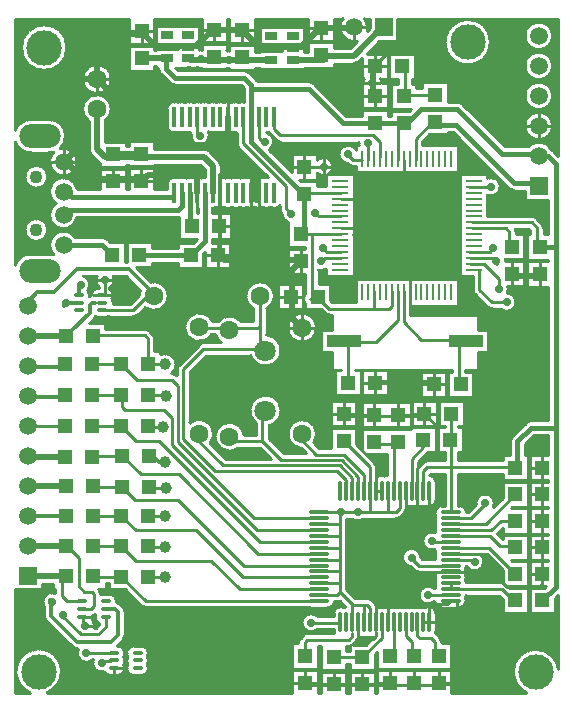
<source format=gtl>
%FSLAX23Y23*%
%MOIN*%
G70*
G01*
G75*
G04 Layer_Physical_Order=1*
G04 Layer_Color=255*
%ADD10C,0.010*%
%ADD11R,0.051X0.050*%
%ADD12O,0.039X0.014*%
%ADD13R,0.058X0.011*%
%ADD14R,0.011X0.058*%
%ADD15R,0.118X0.039*%
%ADD16R,0.050X0.051*%
%ADD17R,0.039X0.028*%
%ADD18O,0.012X0.071*%
%ADD19O,0.071X0.012*%
%ADD20O,0.016X0.071*%
%ADD21R,0.016X0.071*%
%ADD22C,0.020*%
%ADD23C,0.016*%
%ADD24C,0.012*%
%ADD25C,0.059*%
%ADD26R,0.059X0.059*%
%ADD27C,0.063*%
%ADD28C,0.071*%
%ADD29R,0.059X0.059*%
%ADD30O,0.138X0.079*%
%ADD31C,0.043*%
%ADD32C,0.118*%
%ADD33C,0.028*%
%ADD34C,0.039*%
D10*
X129Y-2268D02*
G03*
X176Y-2198I-29J70D01*
G01*
X129Y-2268D02*
G03*
X176Y-2198I-29J70D01*
G01*
D02*
G03*
X71Y-2268I-76J0D01*
G01*
X176Y-2198D02*
G03*
X71Y-2268I-76J0D01*
G01*
X232Y-2123D02*
G03*
X281Y-2158I27J-14D01*
G01*
X282D02*
G03*
X318Y-2200I28J-12D01*
G01*
X118Y-2012D02*
G03*
X125Y-2028I23J0D01*
G01*
X118Y-2012D02*
G03*
X125Y-2028I23J0D01*
G01*
X155Y-1937D02*
G03*
X118Y-1982I-11J-28D01*
G01*
X213Y-2116D02*
G03*
X229Y-2123I16J16D01*
G01*
X213Y-2116D02*
G03*
X229Y-2123I16J16D01*
G01*
X286Y-2052D02*
G03*
X287Y-2045I-30J7D01*
G01*
D02*
G03*
X279Y-2025I-31J0D01*
G01*
D02*
G03*
X281Y-2016I-22J10D01*
G01*
D02*
G03*
X281Y-2011I-24J0D01*
G01*
D02*
G03*
X289Y-2008I-5J21D01*
G01*
X281Y-2011D02*
G03*
X289Y-2008I-5J21D01*
G01*
D02*
G03*
X302Y-2038I22J-8D01*
G01*
X307Y-1941D02*
G03*
X300Y-1926I-22J0D01*
G01*
X307Y-1941D02*
G03*
X300Y-1926I-22J0D01*
G01*
X318Y-2200D02*
G03*
X338Y-2211I20J13D01*
G01*
X364D02*
G03*
X387Y-2187I0J24D01*
G01*
D02*
G03*
X384Y-2174I-24J0D01*
G01*
X387Y-2161D02*
G03*
X384Y-2149I-24J0D01*
G01*
D02*
G03*
X387Y-2136I-20J13D01*
G01*
X384Y-2174D02*
G03*
X387Y-2161I-20J13D01*
G01*
X397Y-2174D02*
G03*
X417Y-2211I20J-13D01*
G01*
X397Y-2149D02*
G03*
X397Y-2174I20J-13D01*
G01*
X417Y-2112D02*
G03*
X397Y-2149I0J-24D01*
G01*
X443Y-2211D02*
G03*
X466Y-2187I0J24D01*
G01*
Y-2161D02*
G03*
X462Y-2149I-24J0D01*
G01*
D02*
G03*
X466Y-2136I-20J13D01*
G01*
Y-2187D02*
G03*
X462Y-2174I-24J0D01*
G01*
Y-2174D02*
G03*
X466Y-2161I-20J13D01*
G01*
X387Y-2136D02*
G03*
X364Y-2112I-24J0D01*
G01*
X360Y-1968D02*
G03*
X360Y-1964I-23J3D01*
G01*
D02*
G03*
X337Y-1941I-24J0D01*
G01*
X372Y-1974D02*
G03*
X360Y-1968I-16J-16D01*
G01*
X372Y-1974D02*
G03*
X360Y-1968I-16J-16D01*
G01*
X381Y-2093D02*
G03*
X388Y-2077I-16J16D01*
G01*
Y-1999D02*
G03*
X381Y-1983I-23J0D01*
G01*
X388Y-1999D02*
G03*
X381Y-1983I-23J0D01*
G01*
Y-2093D02*
G03*
X388Y-2077I-16J16D01*
G01*
X311Y-1941D02*
G03*
X307Y-1941I0J-24D01*
G01*
X466Y-2136D02*
G03*
X443Y-2112I-24J0D01*
G01*
X441Y-1978D02*
G03*
X457Y-1984I15J15D01*
G01*
X441Y-1978D02*
G03*
X457Y-1984I15J15D01*
G01*
X671Y-1437D02*
G03*
X683Y-1405I-36J32D01*
G01*
D02*
G03*
X604Y-1368I-48J0D01*
G01*
X289Y-1015D02*
G03*
X299Y-1017I10J22D01*
G01*
X325D02*
G03*
X334Y-1015I0J24D01*
G01*
X275Y-946D02*
G03*
X269Y-948I4J-22D01*
G01*
D02*
G03*
X269Y-942I-23J5D01*
G01*
X287Y-1018D02*
G03*
X289Y-1015I-16J16D01*
G01*
X275Y-946D02*
G03*
X269Y-948I4J-22D01*
G01*
X269Y-942D02*
G03*
X264Y-928I-24J0D01*
G01*
X299Y-919D02*
G03*
X275Y-946I0J-24D01*
G01*
X287Y-1018D02*
G03*
X289Y-1015I-16J16D01*
G01*
X348Y-972D02*
G03*
X348Y-968I-23J4D01*
G01*
D02*
G03*
X344Y-955I-24J0D01*
G01*
Y-955D02*
G03*
X348Y-942I-20J13D01*
G01*
D02*
G03*
X335Y-921I-24J0D01*
G01*
X415Y-1015D02*
G03*
X431Y-1009I0J22D01*
G01*
X415Y-1015D02*
G03*
X431Y-1009I0J22D01*
G01*
X439Y-928D02*
G03*
X435Y-943I45J-18D01*
G01*
X271Y-909D02*
G03*
X249Y-880I-31J0D01*
G01*
X74Y-806D02*
G03*
X22Y-842I0J-56D01*
G01*
X150Y-808D02*
G03*
X133Y-806I-17J-54D01*
G01*
X264Y-928D02*
G03*
X271Y-909I-24J19D01*
G01*
X222Y-751D02*
G03*
X150Y-808I-39J-25D01*
G01*
X293Y-880D02*
G03*
X302Y-919I27J-14D01*
G01*
X335Y-921D02*
G03*
X351Y-894I-15J27D01*
G01*
D02*
G03*
X347Y-880I-31J0D01*
G01*
X543Y-1204D02*
G03*
X558Y-1174I-21J30D01*
G01*
X559Y-1211D02*
G03*
X544Y-1204I-15J-15D01*
G01*
X559Y-1211D02*
G03*
X544Y-1204I-15J-15D01*
G01*
X558Y-1174D02*
G03*
X506Y-1141I-36J0D01*
G01*
X567Y-1175D02*
G03*
X560Y-1190I15J-15D01*
G01*
X567Y-1175D02*
G03*
X560Y-1190I15J-15D01*
G01*
X649Y-1101D02*
G03*
X634Y-1108I0J-22D01*
G01*
X649Y-1101D02*
G03*
X634Y-1108I0J-22D01*
G01*
X679Y-1030D02*
G03*
X677Y-1074I-44J-20D01*
G01*
X689D02*
G03*
X709Y-1101I47J13D01*
G01*
X468Y-1062D02*
G03*
X453Y-1055I-15J-15D01*
G01*
X468Y-1062D02*
G03*
X453Y-1055I-15J-15D01*
G01*
X455Y-985D02*
G03*
X532Y-946I29J39D01*
G01*
X486Y-1088D02*
G03*
X479Y-1073I-22J0D01*
G01*
X486Y-1088D02*
G03*
X479Y-1073I-22J0D01*
G01*
X532Y-946D02*
G03*
X474Y-899I-48J0D01*
G01*
X784Y-1409D02*
G03*
X766Y-1453I-48J-6D01*
G01*
X868Y-1379D02*
G03*
X908Y-1328I-12J51D01*
G01*
X1026Y-1406D02*
G03*
X974Y-1454I-48J0D01*
G01*
X973Y-2085D02*
G03*
X966Y-2100I15J-15D01*
G01*
X973Y-2085D02*
G03*
X966Y-2100I15J-15D01*
G01*
X996Y-2070D02*
G03*
X981Y-2077I0J-22D01*
G01*
X996Y-2070D02*
G03*
X981Y-2077I0J-22D01*
G01*
X1084Y-2063D02*
G03*
X1085Y-2070I23J0D01*
G01*
X1029Y-2013D02*
G03*
X1029Y-2057I-21J-22D01*
G01*
X1000Y-1984D02*
G03*
X1006Y-1985I6J22D01*
G01*
X1017Y-1435D02*
G03*
X1026Y-1406I-39J29D01*
G01*
X1065Y-1985D02*
G03*
X1088Y-1965I0J23D01*
G01*
X1122Y-1982D02*
G03*
X1116Y-1984I4J-22D01*
G01*
X1116D02*
G03*
X1084Y-2004I-10J-20D01*
G01*
X1094Y-1965D02*
G03*
X1103Y-1963I0J22D01*
G01*
X1094Y-1965D02*
G03*
X1103Y-1963I0J22D01*
G01*
X773Y-1030D02*
G03*
X699Y-1030I-37J-31D01*
G01*
X908Y-1328D02*
G03*
X824Y-1369I-52J0D01*
G01*
X807Y-1145D02*
G03*
X908Y-1128I49J17D01*
G01*
D02*
G03*
X860Y-1076I-52J0D01*
G01*
Y-989D02*
G03*
X886Y-946I-22J43D01*
G01*
D02*
G03*
X816Y-989I-48J0D01*
G01*
X1026Y-1052D02*
G03*
X1026Y-1052I-48J0D01*
G01*
X1054Y-1003D02*
G03*
X1069Y-1010I15J15D01*
G01*
X1054Y-1003D02*
G03*
X1069Y-1010I15J15D01*
G01*
X982Y-958D02*
G03*
X988Y-969I22J3D01*
G01*
Y-941D02*
G03*
X982Y-952I16J-14D01*
G01*
X1033Y-860D02*
G03*
X1058Y-856I8J29D01*
G01*
X130Y-726D02*
G03*
X130Y-726I-38J0D01*
G01*
D02*
G03*
X130Y-726I-38J0D01*
G01*
Y-549D02*
G03*
X130Y-549I-38J0D01*
G01*
D02*
G03*
X130Y-549I-38J0D01*
G01*
X158Y-638D02*
G03*
X228Y-684I24J-39D01*
G01*
X228Y-590D02*
G03*
X158Y-638I-46J-8D01*
G01*
X22Y-433D02*
G03*
X74Y-469I52J20D01*
G01*
X133D02*
G03*
X150Y-467I0J56D01*
G01*
D02*
G03*
X229Y-500I33J-33D01*
G01*
D02*
G03*
X171Y-455I-46J0D01*
G01*
D02*
G03*
X190Y-413I-38J42D01*
G01*
X330Y-758D02*
G03*
X312Y-751I-17J-17D01*
G01*
X330Y-758D02*
G03*
X312Y-751I-17J-17D01*
G01*
X564Y-684D02*
G03*
X568Y-683I0J25D01*
G01*
X564Y-684D02*
G03*
X568Y-683I0J25D01*
G01*
X565Y-553D02*
G03*
X527Y-574I-13J-21D01*
G01*
X301Y-501D02*
G03*
X306Y-505I19J19D01*
G01*
X301Y-501D02*
G03*
X306Y-505I19J19D01*
G01*
X267Y-456D02*
G03*
X275Y-475I27J0D01*
G01*
X267Y-456D02*
G03*
X275Y-475I27J0D01*
G01*
X590Y-553D02*
G03*
X565Y-553I-13J-21D01*
G01*
X607Y-403D02*
G03*
X608Y-408I22J0D01*
G01*
X607Y-403D02*
G03*
X608Y-408I22J0D01*
G01*
X74Y-357D02*
G03*
X22Y-393I0J-56D01*
G01*
X190Y-413D02*
G03*
X133Y-357I-56J0D01*
G01*
X321Y-363D02*
G03*
X342Y-323I-27J40D01*
G01*
Y-223D02*
G03*
X342Y-223I-48J0D01*
G01*
Y-323D02*
G03*
X267Y-363I-48J0D01*
G01*
X194Y-118D02*
G03*
X194Y-118I-76J0D01*
G01*
D02*
G03*
X194Y-118I-76J0D01*
G01*
X499Y-189D02*
G03*
X507Y-206I25J0D01*
G01*
X499Y-189D02*
G03*
X507Y-206I25J0D01*
G01*
X527Y-378D02*
G03*
X565Y-399I25J0D01*
G01*
Y-301D02*
G03*
X527Y-322I-13J-21D01*
G01*
X590Y-399D02*
G03*
X607Y-402I13J21D01*
G01*
X565Y-399D02*
G03*
X590Y-399I13J21D01*
G01*
Y-301D02*
G03*
X565Y-301I-13J-21D01*
G01*
X537Y-236D02*
G03*
X554Y-244I17J17D01*
G01*
X537Y-236D02*
G03*
X554Y-244I17J17D01*
G01*
X599Y-185D02*
G03*
X604Y-185I5J26D01*
G01*
X599Y-185D02*
G03*
X604Y-185I5J26D01*
G01*
X678Y-769D02*
G03*
X679Y-764I-24J6D01*
G01*
X678Y-769D02*
G03*
X679Y-764I-24J6D01*
G01*
X616Y-553D02*
G03*
X590Y-553I-13J-21D01*
G01*
X642Y-553D02*
G03*
X616Y-553I-13J-21D01*
G01*
X653Y-550D02*
G03*
X642Y-553I1J-25D01*
G01*
X679Y-654D02*
G03*
X693Y-651I1J25D01*
G01*
D02*
G03*
X718Y-651I13J21D01*
G01*
Y-553D02*
G03*
X707Y-550I-13J-21D01*
G01*
X718Y-651D02*
G03*
X744Y-651I13J21D01*
G01*
Y-553D02*
G03*
X718Y-553I-13J-21D01*
G01*
X744Y-651D02*
G03*
X770Y-651I13J21D01*
G01*
Y-553D02*
G03*
X744Y-553I-13J-21D01*
G01*
X669Y-463D02*
G03*
X650Y-455I-19J-19D01*
G01*
X669Y-463D02*
G03*
X650Y-455I-19J-19D01*
G01*
X608Y-408D02*
G03*
X669Y-412I30J-4D01*
G01*
X616Y-301D02*
G03*
X590Y-301I-13J-21D01*
G01*
X667D02*
G03*
X642Y-301I-13J-21D01*
G01*
D02*
G03*
X616Y-301I-13J-21D01*
G01*
X669Y-412D02*
G03*
X666Y-399I-31J0D01*
G01*
X667Y-399D02*
G03*
X693Y-399I13J21D01*
G01*
Y-301D02*
G03*
X667Y-301I-13J-21D01*
G01*
X707Y-512D02*
G03*
X699Y-493I-27J0D01*
G01*
X707Y-512D02*
G03*
X699Y-493I-27J0D01*
G01*
X718Y-399D02*
G03*
X744Y-399I13J21D01*
G01*
X693D02*
G03*
X718Y-399I13J21D01*
G01*
Y-301D02*
G03*
X693Y-301I-13J-21D01*
G01*
X760Y-436D02*
G03*
X766Y-452I22J0D01*
G01*
X760Y-436D02*
G03*
X766Y-452I22J0D01*
G01*
X744Y-399D02*
G03*
X760Y-402I13J21D01*
G01*
X744Y-301D02*
G03*
X718Y-301I-13J-21D01*
G01*
X770Y-301D02*
G03*
X744Y-301I-13J-21D01*
G01*
X770Y-651D02*
G03*
X795Y-651I13J21D01*
G01*
X821Y-651D02*
G03*
X846Y-651I13J21D01*
G01*
X795D02*
G03*
X821Y-651I13J21D01*
G01*
Y-553D02*
G03*
X795Y-553I-13J-21D01*
G01*
X904Y-656D02*
G03*
X911Y-671I22J0D01*
G01*
X904Y-656D02*
G03*
X911Y-671I22J0D01*
G01*
X911Y-672D02*
G03*
X931Y-701I31J0D01*
G01*
X846Y-651D02*
G03*
X872Y-651I13J21D01*
G01*
D02*
G03*
X904Y-645I13J21D01*
G01*
X846Y-553D02*
G03*
X821Y-553I-13J-21D01*
G01*
X795Y-553D02*
G03*
X770Y-553I-13J-21D01*
G01*
X864Y-550D02*
G03*
X846Y-553I-5J-24D01*
G01*
X1058Y-545D02*
G03*
X1066Y-541I-8J30D01*
G01*
X1028Y-536D02*
G03*
X1058Y-545I22J21D01*
G01*
X1066Y-541D02*
G03*
X1081Y-515I-16J26D01*
G01*
X869Y-459D02*
G03*
X871Y-456I-13J18D01*
G01*
D02*
G03*
X884Y-432I-18J24D01*
G01*
D02*
G03*
X860Y-402I-31J0D01*
G01*
X860Y-402D02*
G03*
X867Y-401I-1J25D01*
G01*
X783Y-298D02*
G03*
X770Y-301I-1J-25D01*
G01*
X894Y-428D02*
G03*
X909Y-435I15J15D01*
G01*
X894Y-428D02*
G03*
X909Y-435I15J15D01*
G01*
X1081Y-515D02*
G03*
X1028Y-494I-31J0D01*
G01*
X1157Y-458D02*
G03*
X1131Y-505I-26J-16D01*
G01*
X629Y-185D02*
G03*
X643Y-188I12J28D01*
G01*
Y-126D02*
G03*
X636Y-127I-2J-31D01*
G01*
X736Y-128D02*
G03*
X727Y-128I-3J-30D01*
G01*
X801Y-202D02*
G03*
X784Y-194I-17J-17D01*
G01*
X801Y-202D02*
G03*
X784Y-194I-17J-17D01*
G01*
X727Y-188D02*
G03*
X736Y-188I6J30D01*
G01*
X829Y-230D02*
G03*
X825Y-225I-21J-13D01*
G01*
X829Y-230D02*
G03*
X825Y-225I-21J-13D01*
G01*
X1017Y-238D02*
G03*
X1000Y-230I-17J-17D01*
G01*
X1017Y-238D02*
G03*
X1000Y-230I-17J-17D01*
G01*
X1114Y-22D02*
G03*
X1161Y-96I36J-29D01*
G01*
X1133Y-2114D02*
G03*
X1137Y-2113I0J22D01*
G01*
X1133Y-2114D02*
G03*
X1137Y-2113I0J22D01*
G01*
D02*
G03*
X1147Y-2109I-4J21D01*
G01*
X1137Y-2113D02*
G03*
X1147Y-2109I-4J21D01*
G01*
X1159Y-2096D02*
G03*
X1165Y-2086I-15J15D01*
G01*
X1159Y-2096D02*
G03*
X1165Y-2086I-15J15D01*
G01*
D02*
G03*
X1175Y-2084I0J23D01*
G01*
D02*
G03*
X1195Y-2084I10J20D01*
G01*
X1211Y-1961D02*
G03*
X1196Y-1954I-15J-15D01*
G01*
X1211Y-1961D02*
G03*
X1196Y-1954I-15J-15D01*
G01*
X1126Y-1693D02*
G03*
X1130Y-1689I-17J26D01*
G01*
X1142D02*
G03*
X1184Y-1689I21J22D01*
G01*
X1195Y-2084D02*
G03*
X1215Y-2084I10J20D01*
G01*
X1226Y-1981D02*
G03*
X1220Y-1969I-22J-3D01*
G01*
X1226Y-1981D02*
G03*
X1220Y-1969I-22J-3D01*
G01*
X1234Y-1984D02*
G03*
X1226Y-1981I-10J-20D01*
G01*
X1274Y-1984D02*
G03*
X1254Y-1984I-10J-20D01*
G01*
X1254D02*
G03*
X1234Y-1984I-10J-20D01*
G01*
X1293D02*
G03*
X1274Y-1984I-10J-20D01*
G01*
X1313D02*
G03*
X1293Y-1984I-10J-20D01*
G01*
X1333D02*
G03*
X1313Y-1984I-10J-20D01*
G01*
X1443Y-2099D02*
G03*
X1436Y-2084I-22J0D01*
G01*
X1443Y-2099D02*
G03*
X1436Y-2084I-22J0D01*
G01*
X1372Y-1984D02*
G03*
X1352Y-1984I-10J-20D01*
G01*
X1424Y-2004D02*
G03*
X1392Y-1984I-23J0D01*
G01*
X1352D02*
G03*
X1333Y-1984I-10J-20D01*
G01*
X1392D02*
G03*
X1372Y-1984I-10J-20D01*
G01*
X1423Y-2070D02*
G03*
X1424Y-2063I-22J7D01*
G01*
X1420Y-1965D02*
G03*
X1443Y-1985I23J2D01*
G01*
X1352Y-1860D02*
G03*
X1368Y-1866I15J15D01*
G01*
X1352Y-1860D02*
G03*
X1368Y-1866I15J15D01*
G01*
X1374Y-1818D02*
G03*
X1341Y-1849I-31J0D01*
G01*
X1290Y-1689D02*
G03*
X1305Y-1683I0J22D01*
G01*
X1290Y-1689D02*
G03*
X1305Y-1683I0J22D01*
G01*
X1419Y-1921D02*
G03*
X1419Y-1965I-21J-22D01*
G01*
X1423Y-1913D02*
G03*
X1420Y-1921I20J-10D01*
G01*
X1423Y-1894D02*
G03*
X1423Y-1913I20J-10D01*
G01*
Y-1874D02*
G03*
X1423Y-1894I20J-10D01*
G01*
X1420Y-1866D02*
G03*
X1423Y-1874I23J2D01*
G01*
Y-1815D02*
G03*
X1420Y-1823I20J-10D01*
G01*
X1423Y-1795D02*
G03*
X1423Y-1815I20J-10D01*
G01*
X1422Y-1735D02*
G03*
X1421Y-1792I-12J-28D01*
G01*
D02*
G03*
X1423Y-1795I22J6D01*
G01*
Y-1717D02*
G03*
X1422Y-1735I20J-10D01*
G01*
X1423Y-1697D02*
G03*
X1423Y-1717I20J-10D01*
G01*
Y-1677D02*
G03*
X1423Y-1697I20J-10D01*
G01*
X1227Y-1517D02*
G03*
X1220Y-1501I-22J0D01*
G01*
X1234Y-1546D02*
G03*
X1227Y-1544I-10J-20D01*
G01*
Y-1517D02*
G03*
X1220Y-1501I-22J0D01*
G01*
X1262Y-1544D02*
G03*
X1254Y-1546I2J-23D01*
G01*
X1254D02*
G03*
X1234Y-1546I-10J-20D01*
G01*
X1319Y-1669D02*
G03*
X1325Y-1654I-15J15D01*
G01*
X1319Y-1669D02*
G03*
X1325Y-1654I-15J15D01*
G01*
Y-1649D02*
G03*
X1333Y-1646I-2J23D01*
G01*
X1352D02*
G03*
X1372Y-1646I10J20D01*
G01*
X1333D02*
G03*
X1352Y-1646I10J20D01*
G01*
X1372D02*
G03*
X1392Y-1646I10J20D01*
G01*
X1367Y-1514D02*
G03*
X1364Y-1516I15J-15D01*
G01*
X1367Y-1514D02*
G03*
X1364Y-1516I15J-15D01*
G01*
X1395Y-1494D02*
G03*
X1380Y-1501I0J-22D01*
G01*
X1395Y-1494D02*
G03*
X1380Y-1501I0J-22D01*
G01*
X1392Y-1646D02*
G03*
X1424Y-1626I10J20D01*
G01*
X1443Y-1645D02*
G03*
X1423Y-1677I0J-23D01*
G01*
X1424Y-1567D02*
G03*
X1404Y-1544I-23J0D01*
G01*
X1502Y-1985D02*
G03*
X1525Y-1963I0J23D01*
G01*
X1523Y-1953D02*
G03*
X1525Y-1945I-20J10D01*
G01*
Y-1901D02*
G03*
X1523Y-1894I-23J-2D01*
G01*
X1525Y-1963D02*
G03*
X1523Y-1953I-23J0D01*
G01*
Y-1894D02*
G03*
X1525Y-1884I-20J10D01*
G01*
D02*
G03*
X1523Y-1874I-23J0D01*
G01*
Y-1874D02*
G03*
X1525Y-1864I-20J10D01*
G01*
D02*
G03*
X1523Y-1854I-23J0D01*
G01*
D02*
G03*
X1525Y-1847I-20J10D01*
G01*
X1526D02*
G03*
X1584Y-1832I27J15D01*
G01*
D02*
G03*
X1571Y-1807I-31J0D01*
G01*
X1647Y-1902D02*
G03*
X1643Y-1901I-3J-22D01*
G01*
X1647Y-1902D02*
G03*
X1643Y-1901I-3J-22D01*
G01*
X1832Y-2189D02*
G03*
X1726Y-2268I-75J-10D01*
G01*
X1832Y-2189D02*
G03*
X1726Y-2268I-75J-10D01*
G01*
X1525Y-1665D02*
G03*
X1502Y-1645I-23J-2D01*
G01*
X1619Y-1637D02*
G03*
X1558Y-1638I-31J0D01*
G01*
X1616Y-1649D02*
G03*
X1619Y-1637I-28J13D01*
G01*
X1679Y-1414D02*
G03*
X1671Y-1431I17J-17D01*
G01*
X1679Y-1414D02*
G03*
X1671Y-1431I17J-17D01*
G01*
X1741Y-1361D02*
G03*
X1724Y-1369I0J-25D01*
G01*
X1741Y-1361D02*
G03*
X1724Y-1369I0J-25D01*
G01*
X1134Y-508D02*
G03*
X1149Y-514I15J15D01*
G01*
X1134Y-508D02*
G03*
X1149Y-514I15J15D01*
G01*
X1167Y-435D02*
G03*
X1168Y-442I31J-1D01*
G01*
X1184Y-222D02*
G03*
X1181Y-236I28J-13D01*
G01*
X1150Y-172D02*
G03*
X1169Y-164I0J27D01*
G01*
X1150Y-172D02*
G03*
X1169Y-164I0J27D01*
G01*
X1196Y-51D02*
G03*
X1186Y-22I-46J0D01*
G01*
X1195Y-62D02*
G03*
X1196Y-51I-45J11D01*
G01*
X1243Y-235D02*
G03*
X1240Y-222I-31J0D01*
G01*
X1595Y-982D02*
G03*
X1610Y-989I15J15D01*
G01*
X1595Y-982D02*
G03*
X1610Y-989I15J15D01*
G01*
X1547Y-926D02*
G03*
X1554Y-941I22J0D01*
G01*
X1547Y-926D02*
G03*
X1554Y-941I22J0D01*
G01*
X1640Y-989D02*
G03*
X1692Y-967I21J22D01*
G01*
D02*
G03*
X1662Y-936I-31J0D01*
G01*
D02*
G03*
X1665Y-923I-27J13D01*
G01*
D02*
G03*
X1664Y-914I-31J0D01*
G01*
X1655Y-829D02*
G03*
X1654Y-824I-31J0D01*
G01*
X1691Y-733D02*
G03*
X1688Y-723I-22J0D01*
G01*
X1691Y-733D02*
G03*
X1688Y-723I-22J0D01*
G01*
X1783Y-719D02*
G03*
X1776Y-704I-22J0D01*
G01*
X1783Y-719D02*
G03*
X1776Y-704I-22J0D01*
G01*
X1759Y-686D02*
G03*
X1743Y-679I-15J-15D01*
G01*
X1759Y-686D02*
G03*
X1743Y-679I-15J-15D01*
G01*
X1596Y-610D02*
G03*
X1639Y-582I12J28D01*
G01*
D02*
G03*
X1596Y-554I-31J0D01*
G01*
X1512Y-306D02*
G03*
X1495Y-298I-17J-17D01*
G01*
X1512Y-306D02*
G03*
X1495Y-298I-17J-17D01*
G01*
X1606Y-100D02*
G03*
X1606Y-100I-76J0D01*
G01*
D02*
G03*
X1606Y-100I-76J0D01*
G01*
X1668Y-588D02*
G03*
X1685Y-596I17J17D01*
G01*
X1668Y-588D02*
G03*
X1685Y-596I17J17D01*
G01*
X1808Y-457D02*
G03*
X1733Y-447I-41J-22D01*
G01*
X1814Y-462D02*
G03*
X1808Y-457I-17J-17D01*
G01*
X1813Y-379D02*
G03*
X1813Y-379I-46J0D01*
G01*
Y-279D02*
G03*
X1813Y-279I-46J0D01*
G01*
Y-179D02*
G03*
X1813Y-179I-46J0D01*
G01*
Y-79D02*
G03*
X1813Y-79I-46J0D01*
G01*
X277Y-1933D02*
X285Y-1941D01*
X252Y-1933D02*
X277D01*
X196Y-1964D02*
X245D01*
X781Y-436D02*
Y-353D01*
X834Y-419D02*
Y-350D01*
Y-419D02*
X856Y-441D01*
X885Y-389D02*
Y-350D01*
Y-389D02*
X904Y-408D01*
X1214D01*
X1239Y-433D01*
Y-482D02*
Y-433D01*
Y-482D02*
X1239Y-482D01*
X981Y-603D02*
X1108D01*
X979Y-605D02*
X981Y-603D01*
X995Y-740D02*
X996Y-741D01*
X1297Y-366D02*
X1298Y-365D01*
X802Y-237D02*
X805Y-240D01*
X1546Y-701D02*
X1743D01*
X1761Y-772D02*
Y-719D01*
X1759Y-774D02*
X1761Y-772D01*
X1357Y-492D02*
Y-422D01*
X1409Y-370D01*
X1199Y-492D02*
Y-445D01*
X1149Y-492D02*
X1179D01*
X1132Y-475D02*
X1149Y-492D01*
X1324Y-275D02*
X1421D01*
X1321Y-272D02*
X1324Y-275D01*
X1321Y-272D02*
Y-190D01*
X1311Y-180D02*
X1321Y-190D01*
X1198Y-444D02*
X1199Y-445D01*
X629Y-403D02*
Y-350D01*
X1055Y-819D02*
X1108D01*
X1042Y-832D02*
X1055Y-819D01*
X629Y-403D02*
X639Y-413D01*
X781Y-436D02*
X926Y-581D01*
Y-656D02*
Y-581D01*
X1034Y-681D02*
X1108D01*
X1022Y-669D02*
X1034Y-681D01*
X926Y-656D02*
X943Y-673D01*
X1061Y-800D02*
X1108D01*
X1049Y-788D02*
X1061Y-800D01*
X1108Y-622D02*
X1168D01*
X1164Y-720D02*
X1178Y-706D01*
X1109Y-720D02*
X1164D01*
X1108Y-721D02*
X1109Y-720D01*
X1297Y-634D02*
X1317Y-614D01*
X1180Y-634D02*
X1297D01*
X1134Y-516D02*
X1192Y-574D01*
X1313D01*
X321Y-895D02*
X322Y-896D01*
X1278Y-978D02*
Y-930D01*
X1268Y-988D02*
X1278Y-978D01*
X1036Y-955D02*
X1069Y-988D01*
X1219Y-987D02*
Y-930D01*
Y-987D02*
X1220Y-988D01*
X1069D02*
X1268D01*
X1011Y-959D02*
X1013Y-961D01*
X1011Y-959D02*
Y-741D01*
X996D02*
X1108D01*
X1297Y-634D02*
X1337Y-674D01*
X1317Y-1034D02*
Y-930D01*
Y-1034D02*
X1376Y-1093D01*
X1509D01*
X1513Y-1097D01*
X1500Y-1228D02*
Y-1102D01*
X1509Y-1093D01*
X1297Y-1026D02*
Y-930D01*
X1223Y-1100D02*
X1297Y-1026D01*
X1154Y-1100D02*
X1223D01*
X1149Y-1095D02*
X1154Y-1100D01*
X1131Y-1235D02*
Y-1109D01*
X1128Y-1106D02*
X1131Y-1109D01*
X1407Y-1228D02*
X1408Y-1229D01*
X1475Y-1360D02*
X1480Y-1355D01*
X1217Y-1440D02*
X1292D01*
X1382Y-1596D02*
Y-1529D01*
X1395Y-1516D01*
X1695D02*
X1701Y-1510D01*
X1205Y-363D02*
X1207Y-365D01*
X1297Y-492D02*
Y-366D01*
X1743Y-701D02*
X1761Y-719D01*
X1653Y-379D02*
X1767D01*
X1401Y-127D02*
X1653Y-379D01*
X1270Y-127D02*
X1401D01*
X1230Y-167D02*
X1270Y-127D01*
X1546Y-721D02*
X1657D01*
X1669Y-733D01*
Y-766D02*
Y-733D01*
X1664Y-771D02*
X1669Y-766D01*
X1534Y-583D02*
X1608D01*
X1368Y-1845D02*
X1473D01*
Y-1707D02*
X1590D01*
X1473Y-1726D02*
X1609D01*
X1640Y-1695D01*
X1688D01*
X1689Y-1696D01*
X1473Y-1746D02*
X1605D01*
X1639Y-1780D01*
X1685D01*
X1689Y-1784D01*
X1473Y-1785D02*
X1602D01*
X1341Y-1818D02*
X1368Y-1845D01*
X1398Y-1943D02*
X1473D01*
Y-1923D02*
Y-1904D01*
Y-1923D02*
X1643D01*
X1674Y-1954D01*
X1410Y-1766D02*
X1470D01*
X1537Y-838D02*
X1584D01*
X1494Y-1825D02*
X1553D01*
X1473Y-1805D02*
X1587D01*
Y-1867D02*
Y-1805D01*
X1307Y-1881D02*
X1323Y-1865D01*
X1307Y-1956D02*
Y-1881D01*
Y-1956D02*
X1325Y-1974D01*
X1461D02*
X1473Y-1963D01*
X1769Y-1917D02*
X1779Y-1907D01*
X1662Y-1917D02*
X1769D01*
X1610Y-1865D02*
X1662Y-1917D01*
X1602Y-1785D02*
X1689Y-1873D01*
X1590Y-1707D02*
X1689Y-1607D01*
X1473Y-1687D02*
X1540D01*
X1592Y-1635D01*
X1569Y-926D02*
Y-861D01*
X1758Y-882D02*
X1759Y-881D01*
X1668Y-882D02*
X1758D01*
X1745Y-1288D02*
X1772Y-1261D01*
Y-884D02*
X1782Y-874D01*
X1337Y-993D02*
X1353Y-1009D01*
X1767D01*
X1178Y-706D02*
Y-632D01*
X1298Y-1233D02*
X1303Y-1228D01*
X1298Y-1288D02*
X1745D01*
X1767Y-1009D02*
X1772Y-1014D01*
X1313Y-574D02*
X1317Y-578D01*
X1168Y-622D02*
X1180Y-634D01*
X986Y-516D02*
X1134D01*
X1298Y-1366D02*
Y-1233D01*
X1211Y-1228D02*
X1407D01*
X1772Y-1261D02*
Y-884D01*
X1317Y-614D02*
Y-492D01*
X1337Y-993D02*
Y-674D01*
X1284Y-1596D02*
Y-1440D01*
X1343Y-1596D02*
Y-1490D01*
X1382Y-1451D01*
X1473Y-1667D02*
X1475Y-1665D01*
X1395Y-1516D02*
X1689D01*
X1475Y-1665D02*
Y-1360D01*
X1402Y-1652D02*
Y-1596D01*
X1362Y-1692D02*
X1402Y-1652D01*
X1323Y-1692D02*
Y-1596D01*
X1281Y-1692D02*
X1362D01*
X1303Y-1654D02*
Y-1596D01*
X1290Y-1667D02*
X1303Y-1654D01*
X1264Y-1664D02*
Y-1596D01*
X1104Y-1933D02*
X1147Y-1976D01*
X1205Y-2034D02*
Y-1985D01*
X1196Y-1976D02*
X1205Y-1985D01*
X1185Y-2034D02*
Y-1980D01*
X1146Y-2034D02*
Y-1977D01*
X1147Y-1976D01*
X1035Y-1943D02*
X1094D01*
X1104Y-1933D01*
X1035Y-1904D02*
X1101D01*
X1035Y-1864D02*
X1103D01*
X1035Y-1825D02*
X1103D01*
X1035Y-1785D02*
X1102D01*
X1035Y-1746D02*
X1103D01*
X1035Y-1707D02*
X1099D01*
X1125Y-1437D02*
X1205Y-1517D01*
X1101Y-1904D02*
X1104Y-1907D01*
X1103Y-1864D02*
X1104Y-1863D01*
X1103Y-1825D02*
X1104Y-1826D01*
X1102Y-1785D02*
X1104Y-1783D01*
X1103Y-1746D02*
X1104Y-1747D01*
X1099Y-1707D02*
X1104Y-1702D01*
X1185Y-1980D02*
X1189Y-1976D01*
X1205Y-1665D02*
X1207Y-1667D01*
X1264Y-1664D02*
X1267Y-1667D01*
X1104Y-1933D02*
Y-1667D01*
X1147Y-1976D02*
X1196D01*
X1205Y-1665D02*
Y-1517D01*
X1035Y-1667D02*
X1290D01*
X1224Y-1596D02*
X1244D01*
X1226Y-1572D02*
Y-1508D01*
X1225Y-1573D02*
X1226Y-1572D01*
X1163Y-1445D02*
Y-1346D01*
X1117D02*
X1386D01*
X1163Y-1445D02*
X1226Y-1508D01*
X1185Y-1596D02*
Y-1542D01*
X1118Y-1475D02*
X1185Y-1542D01*
X1026Y-1475D02*
X1118D01*
X952Y-1401D02*
X1026Y-1475D01*
X1165Y-1596D02*
Y-1548D01*
X1110Y-1493D02*
X1165Y-1548D01*
X908Y-1493D02*
X1110D01*
X846Y-1431D02*
X908Y-1493D01*
X846Y-1431D02*
Y-1358D01*
X838Y-1350D02*
X846Y-1358D01*
X729Y-1431D02*
X846D01*
X724Y-1426D02*
X729Y-1431D01*
X1146Y-1596D02*
Y-1554D01*
X1103Y-1511D02*
X1146Y-1554D01*
X714Y-1511D02*
X1103D01*
X609Y-1406D02*
X714Y-1511D01*
X1126Y-1596D02*
Y-1559D01*
X1096Y-1529D02*
X1126Y-1559D01*
X1382Y-1451D02*
Y-1425D01*
X687Y-1529D02*
X1096D01*
X582Y-1424D02*
X687Y-1529D01*
X582Y-1424D02*
Y-1190D01*
X649Y-1123D01*
X827D01*
X828Y-1131D02*
X838Y-1121D01*
X830Y-1052D02*
X838Y-1044D01*
X609Y-1052D02*
X830D01*
X838Y-1121D02*
Y-946D01*
X312Y-994D02*
X415D01*
X459Y-950D01*
X1004Y-955D02*
X1036D01*
X819Y-1687D02*
X1035D01*
X564Y-1432D02*
X819Y-1687D01*
X564Y-1432D02*
Y-1246D01*
X544Y-1226D02*
X564Y-1246D01*
X427Y-1226D02*
X544D01*
X374Y-1173D02*
X427Y-1226D01*
X289Y-1173D02*
X374D01*
X286Y-1170D02*
X289Y-1173D01*
X277Y-1277D02*
X363D01*
X379Y-1293D01*
Y-1316D02*
Y-1293D01*
Y-1316D02*
X388Y-1325D01*
X519D01*
X546Y-1352D01*
Y-1443D02*
Y-1352D01*
X829Y-1726D02*
X1035D01*
X546Y-1443D02*
X829Y-1726D01*
X837Y-1766D02*
X1035D01*
X501Y-1430D02*
X837Y-1766D01*
X426Y-1430D02*
X501D01*
X376Y-1380D02*
X426Y-1430D01*
X267Y-1380D02*
X376D01*
X832Y-1805D02*
X1035D01*
X568Y-1541D02*
X832Y-1805D01*
X440Y-1541D02*
X568D01*
X378Y-1479D02*
X440Y-1541D01*
X282Y-1479D02*
X378D01*
X278Y-1483D02*
X282Y-1479D01*
X785Y-1845D02*
X1035D01*
X566Y-1626D02*
X785Y-1845D01*
X421Y-1626D02*
X566D01*
X378Y-1583D02*
X421Y-1626D01*
X298Y-1583D02*
X378D01*
X297Y-1584D02*
X298Y-1583D01*
X781Y-1884D02*
X1035D01*
X624Y-1727D02*
X781Y-1884D01*
X424Y-1727D02*
X624D01*
X376Y-1679D02*
X424Y-1727D01*
X298Y-1679D02*
X376D01*
X297Y-1678D02*
X298Y-1679D01*
X770Y-1923D02*
X1035D01*
X676Y-1829D02*
X770Y-1923D01*
X425Y-1829D02*
X676D01*
X376Y-1780D02*
X425Y-1829D01*
X281Y-1780D02*
X376D01*
X457Y-1963D02*
X1035D01*
X376Y-1882D02*
X457Y-1963D01*
X299Y-1882D02*
X376D01*
X296Y-1885D02*
X299Y-1882D01*
X464Y-1173D02*
Y-1088D01*
X453Y-1077D02*
X464Y-1088D01*
X291Y-1077D02*
X453D01*
X284Y-1070D02*
X291Y-1077D01*
X464Y-1173D02*
X521D01*
X522Y-1174D01*
X466Y-1277D02*
X523D01*
X512Y-1383D02*
X513Y-1384D01*
X455Y-1383D02*
X512D01*
X501Y-1500D02*
X522D01*
X481Y-1480D02*
X501Y-1500D01*
X470Y-1585D02*
X524D01*
X468Y-1583D02*
X470Y-1585D01*
X466Y-1679D02*
X468Y-1681D01*
X522D01*
X466Y-1780D02*
X468Y-1782D01*
X522D01*
X466Y-1882D02*
X468Y-1884D01*
X522D01*
X308Y-942D02*
X322D01*
X247Y-2036D02*
X256Y-2045D01*
X177Y-1945D02*
X196Y-1964D01*
X177Y-1945D02*
Y-1897D01*
X183Y-1891D01*
X233Y-1914D02*
X252Y-1933D01*
X233Y-1914D02*
Y-1818D01*
X195Y-1780D02*
X233Y-1818D01*
X324Y-2049D02*
Y-2016D01*
X299Y-2074D02*
X324Y-2049D01*
X240Y-2074D02*
X299D01*
X179Y-2013D02*
X240Y-2074D01*
X988Y-2236D02*
X996Y-2244D01*
X988Y-2146D02*
Y-2100D01*
X996Y-2092D01*
X1133D01*
X1144Y-2081D01*
Y-2069D01*
X1145Y-2068D01*
X1382Y-2034D02*
X1402D01*
Y-1975D01*
X1362Y-2078D02*
Y-2034D01*
Y-2078D02*
X1370Y-2086D01*
X1408D01*
X1421Y-2099D01*
Y-2127D02*
Y-2099D01*
X1420Y-2128D02*
X1421Y-2127D01*
X1323Y-2079D02*
Y-2034D01*
Y-2079D02*
X1345Y-2101D01*
Y-2131D02*
Y-2101D01*
X1344Y-2132D02*
X1345Y-2131D01*
X1284Y-2137D02*
Y-2034D01*
X1283Y-2138D02*
X1284Y-2137D01*
X1244Y-2086D02*
Y-2034D01*
X1179Y-2151D02*
X1244Y-2086D01*
X1093Y-2151D02*
X1179D01*
X1264Y-2034D02*
Y-1971D01*
X1278Y-1957D02*
X1306D01*
X1307Y-1956D01*
X1224Y-2034D02*
Y-1982D01*
X1240Y-1966D01*
X1269D01*
X1402Y-1975D02*
X1403Y-1974D01*
X1325D02*
X1461D01*
X1264Y-1971D02*
X1278Y-1957D01*
X1323Y-1865D02*
X1610D01*
X1779Y-1907D02*
Y-1519D01*
X1165Y-2085D02*
Y-2034D01*
Y-2085D02*
X1169Y-2089D01*
X1214D01*
X1223Y-2080D01*
Y-2068D01*
X1225Y-2066D01*
X1494Y-2214D02*
Y-1967D01*
X1467Y-2241D02*
X1494Y-2214D01*
X1423Y-2244D02*
X1426Y-2241D01*
X996Y-2244D02*
X1423D01*
X1426Y-2241D02*
X1467D01*
X1008Y-2035D02*
X1105D01*
X1235Y-1738D02*
X1281Y-1692D01*
X1235Y-1971D02*
Y-1738D01*
X1362Y-1520D02*
X1401Y-1481D01*
X1417D01*
X1430Y-1468D01*
Y-1382D01*
X1386Y-1338D02*
X1430Y-1382D01*
X1362Y-1684D02*
Y-1520D01*
X285Y-1981D02*
Y-1941D01*
X276Y-1990D02*
X285Y-1981D01*
X245Y-1990D02*
X276D01*
X309Y-2162D02*
X342D01*
X70Y-1381D02*
X188D01*
X64Y-1387D02*
X70Y-1381D01*
X259Y-2136D02*
X342D01*
X247Y-2036D02*
Y-2016D01*
X322Y-942D02*
Y-896D01*
X1569Y-926D02*
X1610Y-967D01*
X1538Y-819D02*
X1610D01*
X1610Y-967D02*
X1661D01*
X1584Y-838D02*
X1634Y-888D01*
Y-923D02*
Y-888D01*
X1610Y-819D02*
X1629Y-838D01*
X1603Y-800D02*
X1616Y-787D01*
X1536Y-800D02*
X1603D01*
X22Y-2257D02*
X52D01*
X22Y-2247D02*
X42D01*
X22Y-2268D02*
X71D01*
X22Y-2267D02*
X68D01*
X22Y-2187D02*
X25D01*
X22Y-2177D02*
X27D01*
X22Y-2237D02*
X35D01*
X22Y-2167D02*
X31D01*
X41Y-2268D02*
Y-2246D01*
X31Y-2268D02*
Y-2230D01*
X51Y-2268D02*
Y-2256D01*
X151Y-2268D02*
Y-2254D01*
X22Y-2227D02*
X30D01*
X22Y-2217D02*
X27D01*
X61Y-2268D02*
Y-2263D01*
X141Y-2268D02*
Y-2262D01*
X31Y-2166D02*
Y-1924D01*
X22Y-2268D02*
Y-1924D01*
Y-2157D02*
X36D01*
X41Y-2150D02*
Y-1924D01*
X22Y-2147D02*
X44D01*
X51Y-2140D02*
Y-1924D01*
X22Y-2137D02*
X55D01*
X22Y-2127D02*
X73D01*
X131Y-2129D02*
Y-2034D01*
X61Y-2133D02*
Y-1924D01*
X151Y-2142D02*
Y-2054D01*
X141Y-2134D02*
Y-2044D01*
X81Y-2125D02*
Y-1924D01*
X71Y-2128D02*
Y-1924D01*
X121Y-2125D02*
Y-2023D01*
X111Y-2123D02*
Y-1924D01*
X161Y-2268D02*
Y-2243D01*
X171Y-2268D02*
Y-2225D01*
X173Y-2177D02*
X280D01*
X169Y-2167D02*
X253D01*
X175Y-2207D02*
X325D01*
X175Y-2187D02*
X285D01*
X261Y-2268D02*
Y-2168D01*
X251Y-2268D02*
Y-2167D01*
X291Y-2268D02*
Y-2194D01*
X271Y-2268D02*
Y-2165D01*
X281Y-2268D02*
Y-2180D01*
X265Y-2167D02*
X280D01*
X301Y-2268D02*
Y-2199D01*
X176Y-2197D02*
X296D01*
X171Y-2171D02*
Y-2074D01*
X164Y-2157D02*
X236D01*
X145Y-2137D02*
X228D01*
X161Y-2153D02*
Y-2064D01*
X156Y-2147D02*
X230D01*
X127Y-2127D02*
X230D01*
X191Y-2268D02*
Y-2094D01*
X181Y-2268D02*
Y-2084D01*
X211Y-2268D02*
Y-2114D01*
X201Y-2268D02*
Y-2104D01*
X231Y-2268D02*
Y-2149D01*
X221Y-2268D02*
Y-2121D01*
X241Y-2268D02*
Y-2162D01*
X22Y-2037D02*
X134D01*
X22Y-2027D02*
X124D01*
X22Y-2057D02*
X154D01*
X22Y-2047D02*
X144D01*
X22Y-1997D02*
X118D01*
X22Y-1957D02*
X114D01*
X22Y-2017D02*
X119D01*
X22Y-2007D02*
X118D01*
X22Y-1987D02*
X118D01*
Y-2012D02*
Y-1982D01*
X22Y-1977D02*
X116D01*
X22Y-1967D02*
X113D01*
X22Y-1947D02*
X119D01*
X22Y-1937D02*
X132D01*
X101Y-2122D02*
Y-1924D01*
X91Y-2123D02*
Y-1924D01*
X22Y-1927D02*
X155D01*
X22Y-1924D02*
X111D01*
Y-1917D02*
X149D01*
X111Y-1924D02*
Y-1907D01*
Y-1907D02*
X149D01*
X111Y-1907D02*
X149D01*
X131Y-1937D02*
Y-1907D01*
X121Y-1945D02*
Y-1907D01*
X155Y-1937D02*
Y-1922D01*
X149D02*
Y-1907D01*
X141Y-1935D02*
Y-1907D01*
X149Y-1922D02*
X155D01*
X151Y-1935D02*
Y-1922D01*
X22Y-2117D02*
X214D01*
X22Y-2107D02*
X204D01*
X22Y-2077D02*
X174D01*
X22Y-2067D02*
X164D01*
X22Y-2097D02*
X194D01*
X22Y-2087D02*
X184D01*
X286Y-2052D02*
X290D01*
X302Y-2040D01*
X291Y-2051D02*
Y-2028D01*
X287Y-2047D02*
X295D01*
X256Y-2045D02*
X282D01*
X301Y-2041D02*
Y-2037D01*
X286Y-2037D02*
X301D01*
X125Y-2028D02*
X213Y-2116D01*
X281Y-2027D02*
Y-2020D01*
X281Y-2027D02*
X290D01*
X245Y-2016D02*
X276D01*
X281Y-2017D02*
X287D01*
X301Y-1926D02*
Y-1922D01*
X297D02*
X300Y-1926D01*
X302Y-1927D02*
X390D01*
X297Y-1922D02*
X323D01*
X321Y-2268D02*
Y-2203D01*
X311Y-2268D02*
Y-2201D01*
X361Y-2268D02*
Y-2211D01*
X331Y-2268D02*
Y-2210D01*
X341Y-2268D02*
Y-2211D01*
X338D02*
X364D01*
X351Y-2268D02*
Y-2211D01*
X371Y-2268D02*
Y-2210D01*
X381Y-2268D02*
Y-2203D01*
X411Y-2268D02*
Y-2210D01*
X401Y-2268D02*
Y-2205D01*
X421Y-2268D02*
Y-2211D01*
X377Y-2207D02*
X404D01*
X441Y-2268D02*
Y-2211D01*
X431Y-2268D02*
Y-2211D01*
X351Y-2187D02*
X382D01*
X351Y-2206D02*
Y-2187D01*
X385Y-2177D02*
X395D01*
X387Y-2187D02*
X393D01*
X391Y-2268D02*
Y-1928D01*
X385Y-2197D02*
X395D01*
X387Y-2167D02*
X394D01*
X387Y-2157D02*
X394D01*
X417Y-2211D02*
X443D01*
X451Y-2268D02*
Y-2209D01*
X461Y-2268D02*
Y-2202D01*
X521Y-2268D02*
Y-1984D01*
X511Y-2268D02*
Y-1984D01*
X541Y-2268D02*
Y-1984D01*
X531Y-2268D02*
Y-1984D01*
X481Y-2268D02*
Y-1984D01*
X471Y-2268D02*
Y-1984D01*
X501Y-2268D02*
Y-1984D01*
X491Y-2268D02*
Y-1984D01*
X601Y-2268D02*
Y-1984D01*
X591Y-2268D02*
Y-1984D01*
X621Y-2268D02*
Y-1984D01*
X611Y-2268D02*
Y-1984D01*
X561Y-2268D02*
Y-1984D01*
X551Y-2268D02*
Y-1984D01*
X581Y-2268D02*
Y-1984D01*
X571Y-2268D02*
Y-1984D01*
X691Y-2268D02*
Y-1984D01*
X681Y-2268D02*
Y-1984D01*
X711Y-2268D02*
Y-1984D01*
X701Y-2268D02*
Y-1984D01*
X641Y-2268D02*
Y-1984D01*
X631Y-2268D02*
Y-1984D01*
X671Y-2268D02*
Y-1984D01*
X651Y-2268D02*
Y-1984D01*
X661Y-2268D02*
Y-1984D01*
X371Y-2113D02*
Y-2103D01*
X362Y-2112D02*
X381Y-2093D01*
X372Y-1974D02*
X381Y-1983D01*
X381Y-2120D02*
Y-2093D01*
X387Y-2137D02*
X393D01*
X386Y-2127D02*
X395D01*
X388Y-2077D02*
Y-1999D01*
X311Y-1941D02*
Y-1922D01*
X311Y-1941D02*
X337D01*
X321D02*
Y-1922D01*
X323Y-1917D02*
X334D01*
X323Y-1922D02*
Y-1904D01*
Y-1907D02*
X334D01*
X323Y-1904D02*
X334D01*
X361Y-1968D02*
Y-1924D01*
X351Y-1946D02*
Y-1924D01*
X381Y-1983D02*
Y-1924D01*
X371Y-1973D02*
Y-1924D01*
X334D02*
Y-1904D01*
X331Y-1941D02*
Y-1904D01*
X334Y-1924D02*
X387D01*
X341Y-1941D02*
Y-1924D01*
X385Y-2147D02*
X396D01*
X378Y-2117D02*
X403D01*
X417Y-2112D02*
X443D01*
X411Y-2113D02*
Y-1948D01*
X359Y-1957D02*
X420D01*
X353Y-1947D02*
X410D01*
X375Y-1977D02*
X440D01*
X360Y-1967D02*
X430D01*
X451Y-2114D02*
Y-1984D01*
X441Y-2112D02*
Y-1978D01*
X461Y-2121D02*
Y-1984D01*
X431Y-2112D02*
Y-1968D01*
X421Y-2112D02*
Y-1958D01*
X401Y-2118D02*
Y-1938D01*
X306Y-1937D02*
X400D01*
X387Y-1924D02*
X441Y-1978D01*
X604Y-1357D02*
X630D01*
X671Y-1437D02*
X693D01*
X674Y-1377D02*
X707D01*
X691Y-1457D02*
Y-1433D01*
X681Y-1447D02*
Y-1420D01*
X701Y-1467D02*
Y-1449D01*
X681Y-1447D02*
X700D01*
X682Y-1417D02*
X688D01*
X683Y-1407D02*
X688D01*
X678Y-1427D02*
X689D01*
X680Y-1387D02*
X697D01*
X683Y-1397D02*
X691D01*
X281Y-1036D02*
Y-1024D01*
X291Y-1036D02*
Y-1016D01*
X269Y-1036D02*
X322D01*
X301D02*
Y-1017D01*
X269Y-1036D02*
X287Y-1018D01*
X288Y-1017D02*
X295D01*
X299Y-1017D02*
X325D01*
X322Y-1055D02*
Y-1036D01*
X331Y-1055D02*
Y-1016D01*
X361Y-1055D02*
Y-1015D01*
X341Y-1055D02*
Y-1015D01*
X321Y-1036D02*
Y-1017D01*
X311Y-1036D02*
Y-1017D01*
X351Y-1055D02*
Y-1015D01*
X271Y-947D02*
Y-880D01*
X280Y-942D02*
X312D01*
X361Y-972D02*
Y-880D01*
X351Y-972D02*
Y-880D01*
X312Y-942D02*
X343D01*
X381Y-1055D02*
Y-1015D01*
X371Y-1055D02*
Y-1015D01*
X322Y-1055D02*
X453D01*
X322Y-1047D02*
X587D01*
X322Y-1037D02*
X589D01*
X334Y-1015D02*
X415D01*
X278Y-1027D02*
X593D01*
X328Y-1017D02*
X600D01*
X401Y-1055D02*
Y-1015D01*
X391Y-1055D02*
Y-1015D01*
X411Y-1055D02*
Y-1015D01*
X421Y-1055D02*
Y-1015D01*
X431Y-1055D02*
Y-1009D01*
X433Y-1007D02*
X614D01*
X381Y-972D02*
Y-880D01*
X371Y-972D02*
Y-880D01*
X348Y-972D02*
X406D01*
X401D02*
Y-890D01*
X348Y-967D02*
X411D01*
X391Y-972D02*
Y-880D01*
X346Y-957D02*
X421D01*
X348Y-947D02*
X431D01*
X441Y-1055D02*
Y-999D01*
X451Y-1055D02*
Y-989D01*
X453Y-987D02*
X458D01*
X431Y-1009D02*
X455Y-985D01*
X421Y-957D02*
Y-910D01*
X411Y-967D02*
Y-900D01*
X406Y-972D02*
X435Y-943D01*
X431Y-947D02*
Y-920D01*
X22Y-827D02*
X30D01*
X22Y-817D02*
X41D01*
X22Y-807D02*
X63D01*
X74Y-806D02*
X133D01*
X145Y-807D02*
X149D01*
X269Y-937D02*
X276D01*
X265Y-927D02*
X281D01*
X281Y-927D02*
Y-880D01*
X268Y-897D02*
X290D01*
X261Y-887D02*
Y-880D01*
X261Y-887D02*
X290D01*
X291Y-884D02*
Y-880D01*
X31Y-826D02*
Y-449D01*
X22Y-842D02*
Y-433D01*
X51Y-811D02*
Y-464D01*
X41Y-817D02*
Y-458D01*
X71Y-806D02*
Y-758D01*
X61Y-807D02*
Y-749D01*
X22Y-797D02*
X142D01*
X22Y-787D02*
X138D01*
X91Y-806D02*
Y-765D01*
X101Y-806D02*
Y-764D01*
X141Y-806D02*
Y-796D01*
X81Y-806D02*
Y-763D01*
X111Y-806D02*
Y-760D01*
X121Y-806D02*
Y-751D01*
X131Y-806D02*
Y-469D01*
X291Y-920D02*
Y-904D01*
X299Y-919D02*
X302D01*
X270Y-917D02*
X300D01*
X271Y-907D02*
X292D01*
X320Y-894D02*
X346D01*
X294D02*
X320D01*
X340Y-917D02*
X428D01*
X341Y-925D02*
Y-916D01*
X348Y-937D02*
X436D01*
X343Y-927D02*
X438D01*
X350Y-887D02*
X398D01*
X347Y-880D02*
X391D01*
X348Y-907D02*
X418D01*
X350Y-897D02*
X408D01*
X249Y-880D02*
X293D01*
X387Y-834D02*
X393D01*
X387D02*
Y-766D01*
Y-807D02*
X393D01*
X387Y-787D02*
X393D01*
X387Y-827D02*
X393D01*
X387Y-817D02*
X393D01*
X391Y-880D02*
X439Y-928D01*
X441Y-866D02*
Y-850D01*
X425D02*
X474Y-899D01*
X451Y-876D02*
Y-850D01*
X387Y-797D02*
X393D01*
X391Y-834D02*
Y-684D01*
X425Y-850D02*
X477D01*
X393Y-834D02*
Y-766D01*
X431Y-856D02*
Y-850D01*
X551Y-1205D02*
Y-1196D01*
X550Y-1197D02*
X560D01*
X554Y-1157D02*
X584D01*
X547Y-1147D02*
X594D01*
X555Y-1207D02*
X560D01*
Y-1211D02*
Y-1190D01*
X604Y-1368D02*
Y-1199D01*
X556Y-1187D02*
X560D01*
X558Y-1177D02*
X564D01*
X558Y-1167D02*
X574D01*
X506Y-1141D02*
Y-1131D01*
X511Y-1139D02*
Y-986D01*
X506Y-1137D02*
X604D01*
X521Y-1138D02*
Y-977D01*
X486Y-1131D02*
Y-1088D01*
X491Y-1131D02*
Y-994D01*
X486Y-1131D02*
X506D01*
X501D02*
Y-991D01*
X561Y-1184D02*
Y-836D01*
X551Y-1152D02*
Y-836D01*
X581Y-1160D02*
Y-853D01*
X571Y-1170D02*
Y-853D01*
X531Y-1139D02*
Y-956D01*
X541Y-1143D02*
Y-836D01*
X601Y-1140D02*
Y-1085D01*
X591Y-1150D02*
Y-1071D01*
X611Y-1363D02*
Y-1192D01*
X621Y-1359D02*
Y-1182D01*
X631Y-1357D02*
Y-1172D01*
X604Y-1199D02*
X658Y-1145D01*
X486Y-1127D02*
X614D01*
X486Y-1117D02*
X624D01*
X567Y-1175D02*
X634Y-1108D01*
X486Y-1107D02*
X634D01*
X691Y-1398D02*
Y-1145D01*
X681Y-1390D02*
Y-1145D01*
X711Y-1374D02*
Y-1145D01*
X701Y-1382D02*
Y-1145D01*
X641Y-1357D02*
Y-1162D01*
X651Y-1359D02*
Y-1152D01*
X671Y-1373D02*
Y-1145D01*
X661Y-1364D02*
Y-1145D01*
X621Y-1120D02*
Y-1097D01*
X611Y-1130D02*
Y-1093D01*
X631Y-1110D02*
Y-1099D01*
X641Y-1103D02*
Y-1099D01*
X486Y-1097D02*
X621D01*
X691Y-1101D02*
Y-1079D01*
X681Y-1101D02*
Y-1074D01*
X701Y-1101D02*
Y-1094D01*
X651Y-1101D02*
Y-1096D01*
X661Y-1101D02*
Y-1091D01*
X649Y-1101D02*
X709D01*
X649Y-1097D02*
X704D01*
X671Y-1101D02*
Y-1083D01*
X468Y-1062D02*
X479Y-1073D01*
X471Y-1064D02*
Y-993D01*
X461Y-1057D02*
Y-989D01*
Y-886D02*
Y-850D01*
X471Y-896D02*
Y-850D01*
X481Y-1074D02*
Y-994D01*
X491Y-898D02*
Y-836D01*
X477Y-850D02*
Y-836D01*
Y-847D02*
X565D01*
X477Y-837D02*
X565D01*
X481Y-898D02*
Y-836D01*
X477Y-786D02*
Y-766D01*
Y-836D02*
X565D01*
X501Y-901D02*
Y-836D01*
Y-786D02*
Y-684D01*
X481Y-786D02*
Y-684D01*
X477Y-786D02*
X565D01*
X511D02*
Y-684D01*
X521Y-915D02*
Y-836D01*
X511Y-906D02*
Y-836D01*
X565Y-853D02*
Y-836D01*
X531Y-936D02*
Y-836D01*
Y-786D02*
Y-684D01*
X521Y-786D02*
Y-684D01*
X561Y-786D02*
Y-684D01*
X541Y-786D02*
Y-684D01*
X551Y-786D02*
Y-684D01*
X474Y-1067D02*
X590D01*
X462Y-1057D02*
X587D01*
X486Y-1087D02*
X603D01*
X483Y-1077D02*
X595D01*
X611Y-1009D02*
Y-853D01*
X601Y-1016D02*
Y-853D01*
X565D02*
X649D01*
X621Y-1004D02*
Y-853D01*
X675Y-1077D02*
X690D01*
X677Y-1074D02*
X689D01*
X667Y-1087D02*
X695D01*
X691Y-1030D02*
Y-853D01*
X641Y-1003D02*
Y-853D01*
X631Y-1003D02*
Y-853D01*
X679Y-1030D02*
X699D01*
X677Y-1027D02*
X702D01*
X591Y-1031D02*
Y-853D01*
X649D02*
Y-804D01*
Y-847D02*
X655D01*
X649Y-837D02*
X655D01*
X649Y-807D02*
X655D01*
X649Y-804D02*
X655Y-798D01*
X649Y-827D02*
X655D01*
X649Y-817D02*
X655D01*
X671Y-1018D02*
Y-853D01*
X661Y-1010D02*
Y-853D01*
X701Y-1028D02*
Y-853D01*
X681Y-1030D02*
Y-853D01*
X651Y-1005D02*
Y-802D01*
X655Y-853D02*
Y-798D01*
X697Y-848D02*
Y-811D01*
X660D02*
X697D01*
Y-774D01*
X731Y-2268D02*
Y-1984D01*
X721Y-2268D02*
Y-1984D01*
X771Y-2268D02*
Y-1984D01*
X741Y-2268D02*
Y-1984D01*
X761Y-2268D02*
Y-1984D01*
X751Y-2268D02*
Y-1984D01*
X158Y-2247D02*
X946D01*
X170Y-2227D02*
X946D01*
X831Y-2268D02*
Y-1984D01*
X821Y-2268D02*
Y-1984D01*
X911Y-2268D02*
Y-1984D01*
X901Y-2268D02*
Y-1984D01*
X791Y-2268D02*
Y-1984D01*
X781Y-2268D02*
Y-1984D01*
X811Y-2268D02*
Y-1984D01*
X801Y-2268D02*
Y-1984D01*
X751Y-1489D02*
Y-1461D01*
X761Y-1489D02*
Y-1457D01*
X841Y-2268D02*
Y-1984D01*
X771Y-1489D02*
Y-1453D01*
X731Y-1489D02*
Y-1463D01*
X671Y-1437D02*
X723Y-1489D01*
X873D01*
X741D02*
Y-1463D01*
X921Y-2268D02*
Y-1984D01*
X891Y-2268D02*
Y-1984D01*
X941Y-2268D02*
Y-1984D01*
X931Y-2268D02*
Y-1984D01*
X861Y-2268D02*
Y-1984D01*
X851Y-2268D02*
Y-1984D01*
X881Y-2268D02*
Y-1984D01*
X871Y-2268D02*
Y-1984D01*
X148Y-2257D02*
X946D01*
X165Y-2237D02*
X946D01*
X129Y-2268D02*
X946D01*
X132Y-2267D02*
X946D01*
X464Y-2197D02*
X946D01*
X463Y-2147D02*
X946D01*
X173Y-2217D02*
X946D01*
X455Y-2207D02*
X946D01*
X466Y-2187D02*
X946D01*
X464Y-2177D02*
X946D01*
Y-2193D02*
X1030D01*
X946Y-2188D02*
X1030D01*
X466Y-2137D02*
X946D01*
X465Y-2127D02*
X946D01*
X466Y-2167D02*
X946D01*
X466Y-2157D02*
X946D01*
X367Y-2107D02*
X946D01*
X377Y-2097D02*
X966D01*
X385Y-2087D02*
X970D01*
X388Y-2077D02*
X980D01*
X388Y-2067D02*
X1084D01*
X388Y-2057D02*
X987D01*
X388Y-1997D02*
X1085D01*
X384Y-1987D02*
X1091D01*
X457Y-2117D02*
X946D01*
Y-2188D02*
Y-2103D01*
X966D01*
X388Y-2047D02*
X980D01*
X388Y-2037D02*
X977D01*
X388Y-2027D02*
X978D01*
X388Y-2017D02*
X983D01*
X388Y-2007D02*
X996D01*
X457Y-1984D02*
X1000D01*
X721Y-1487D02*
Y-1461D01*
X711Y-1477D02*
Y-1457D01*
X701Y-1467D02*
X851D01*
X781Y-1489D02*
Y-1453D01*
X691Y-1457D02*
X712D01*
X784Y-1407D02*
X824D01*
X760Y-1457D02*
X841D01*
X766Y-1453D02*
X837D01*
X831Y-1489D02*
Y-1453D01*
X821Y-1489D02*
Y-1453D01*
X851Y-1489D02*
Y-1467D01*
X841Y-1489D02*
Y-1457D01*
X801Y-1489D02*
Y-1453D01*
X791Y-1489D02*
Y-1453D01*
X811Y-1489D02*
Y-1453D01*
X784Y-1409D02*
X824D01*
X604Y-1337D02*
X805D01*
X604Y-1327D02*
X804D01*
X640Y-1357D02*
X813D01*
X604Y-1347D02*
X807D01*
X604Y-1317D02*
X805D01*
X604Y-1307D02*
X808D01*
X604Y-1297D02*
X814D01*
X604Y-1287D02*
X824D01*
X811Y-1409D02*
Y-1355D01*
X824Y-1409D02*
Y-1369D01*
X821Y-1409D02*
Y-1367D01*
X765Y-1377D02*
X824D01*
X665Y-1367D02*
X821D01*
X781Y-1397D02*
X824D01*
X775Y-1387D02*
X824D01*
X711Y-1477D02*
X861D01*
X861Y-1489D02*
Y-1477D01*
X721Y-1487D02*
X871D01*
X837Y-1453D02*
X873Y-1489D01*
X868Y-1422D02*
X917Y-1471D01*
X868Y-1407D02*
X930D01*
X868Y-1417D02*
X931D01*
X868Y-1397D02*
X931D01*
X941Y-1471D02*
Y-1437D01*
X931Y-1471D02*
Y-1417D01*
X917Y-1471D02*
X991D01*
X913Y-1467D02*
X987D01*
X883Y-1437D02*
X941D01*
X873Y-1427D02*
X934D01*
X903Y-1457D02*
X977D01*
X893Y-1447D02*
X952D01*
X868Y-1422D02*
Y-1379D01*
X871Y-1425D02*
Y-1378D01*
X881Y-1435D02*
Y-1374D01*
X891Y-1445D02*
Y-1367D01*
X868Y-1387D02*
X934D01*
X874Y-1377D02*
X939D01*
X891Y-1367D02*
X949D01*
X901Y-1455D02*
Y-1355D01*
X899Y-1357D02*
X1075D01*
X905Y-1347D02*
X1075D01*
X904Y-1307D02*
X1075D01*
X898Y-1297D02*
X1075D01*
X907Y-1337D02*
X1075D01*
X907Y-1317D02*
X1075D01*
X908Y-1327D02*
X1075D01*
X951Y-2236D02*
X988D01*
X946Y-2268D02*
Y-2193D01*
X988Y-2236D02*
X1025D01*
X988D02*
Y-2198D01*
X961Y-2193D02*
Y-2188D01*
X951Y-2193D02*
Y-2188D01*
X981Y-2193D02*
Y-2188D01*
X971Y-2193D02*
Y-2188D01*
X1030Y-2268D02*
Y-2193D01*
X1011D02*
Y-2188D01*
X1030Y-2267D02*
X1042D01*
X1030Y-2207D02*
X1042D01*
X1001Y-2193D02*
Y-2188D01*
X991Y-2193D02*
Y-2188D01*
X1021Y-2193D02*
Y-2188D01*
X1030D02*
Y-2114D01*
X961Y-2103D02*
Y-1984D01*
X951Y-2103D02*
Y-1984D01*
X966Y-2103D02*
Y-2100D01*
X971Y-2086D02*
Y-1984D01*
X973Y-2085D02*
X981Y-2077D01*
X981Y-2076D02*
Y-2049D01*
X1041Y-2268D02*
Y-2114D01*
X1031Y-2268D02*
Y-2114D01*
X1001Y-2070D02*
Y-2065D01*
X991Y-2071D02*
Y-2060D01*
X1011Y-2070D02*
Y-2065D01*
X1021Y-2070D02*
Y-2063D01*
X1030Y-2247D02*
X1042D01*
X1030Y-2237D02*
X1042D01*
X1030Y-2268D02*
X1042D01*
X1030Y-2257D02*
X1042D01*
X1030Y-2227D02*
X1042D01*
X1030Y-2217D02*
X1042D01*
Y-2199D02*
X1126D01*
X1030Y-2197D02*
X1228D01*
X1084Y-2241D02*
Y-2204D01*
X1042Y-2268D02*
Y-2199D01*
X1084Y-2241D02*
X1121D01*
X1047D02*
X1084D01*
X1061Y-2199D02*
Y-2193D01*
X1051Y-2199D02*
Y-2193D01*
X1111Y-2199D02*
Y-2193D01*
X1101Y-2199D02*
Y-2193D01*
X1030Y-2167D02*
X1042D01*
X1030Y-2157D02*
X1042D01*
X1030Y-2187D02*
X1042D01*
X1030Y-2177D02*
X1042D01*
X1030Y-2147D02*
X1042D01*
X1030Y-2137D02*
X1042D01*
X1030Y-2114D02*
X1042D01*
X996Y-2070D02*
X1085D01*
X1071Y-2199D02*
Y-2193D01*
X1042D02*
Y-2114D01*
X1091Y-2199D02*
Y-2193D01*
X1081Y-2199D02*
Y-2193D01*
X1030Y-2127D02*
X1042D01*
X1030Y-2117D02*
X1042D01*
Y-2193D02*
X1126D01*
X1081Y-2070D02*
Y-2057D01*
X981Y-2021D02*
Y-1984D01*
X1031Y-2070D02*
Y-2057D01*
Y-2013D02*
Y-1985D01*
X1011Y-2005D02*
Y-1985D01*
X1001Y-2005D02*
Y-1985D01*
X1006Y-1985D02*
X1065D01*
X1021Y-2007D02*
Y-1985D01*
X1051Y-2070D02*
Y-2057D01*
X1041Y-2070D02*
Y-2057D01*
X1071Y-2070D02*
Y-2057D01*
X1061Y-2070D02*
Y-2057D01*
X1051Y-2013D02*
Y-1985D01*
X1041Y-2013D02*
Y-1985D01*
X1061Y-2013D02*
Y-1985D01*
X1071Y-2013D02*
Y-1985D01*
X971Y-1471D02*
Y-1454D01*
X961Y-1471D02*
Y-1451D01*
X991Y-2010D02*
Y-1984D01*
X981Y-1471D02*
Y-1461D01*
X951Y-1471D02*
Y-1446D01*
X974Y-1454D02*
X991Y-1471D01*
X1007Y-1367D02*
X1075D01*
X1021Y-1439D02*
Y-1428D01*
X1019Y-1437D02*
X1075D01*
X1017Y-1435D02*
X1035Y-1453D01*
X1025Y-1397D02*
X1075D01*
X1022Y-1387D02*
X1075D01*
X1022Y-1427D02*
X1075D01*
X1025Y-1417D02*
X1075D01*
X1026Y-1407D02*
X1075D01*
X1029Y-2013D02*
X1084D01*
Y-2004D01*
X1029Y-2057D02*
X1084D01*
X1029Y-2057D02*
X1084D01*
X1020Y-2007D02*
X1084D01*
X1081Y-2013D02*
Y-1979D01*
X1083Y-1977D02*
X1117D01*
X1084Y-2063D02*
Y-2057D01*
X1091Y-1987D02*
Y-1965D01*
X1088D02*
X1094D01*
X1101Y-1982D02*
Y-1964D01*
X1111Y-1982D02*
Y-1971D01*
X1087Y-1967D02*
X1107D01*
X1035Y-1453D02*
X1075D01*
Y-1386D01*
X1029Y-1447D02*
X1075D01*
Y-1386D02*
X1159D01*
X1017Y-1377D02*
X1075D01*
Y-1380D02*
Y-1296D01*
Y-1380D02*
X1159D01*
X1075Y-1296D02*
X1159D01*
X1081Y-1386D02*
Y-1380D01*
X1103Y-1963D02*
X1122Y-1982D01*
X1101Y-1386D02*
Y-1380D01*
X1091Y-1386D02*
Y-1380D01*
X1111Y-1386D02*
Y-1380D01*
X1080Y-1338D02*
X1117D01*
X1154D01*
X731Y-1367D02*
Y-1145D01*
X721Y-1369D02*
Y-1145D01*
X604Y-1277D02*
X845D01*
X751Y-1369D02*
Y-1145D01*
X646Y-1157D02*
X813D01*
X656Y-1147D02*
X807D01*
X626Y-1177D02*
X838D01*
X636Y-1167D02*
X821D01*
X791Y-1409D02*
Y-1145D01*
X771Y-1382D02*
Y-1145D01*
X821Y-1289D02*
Y-1167D01*
X811Y-1301D02*
Y-1155D01*
X841Y-1278D02*
Y-1178D01*
X831Y-1282D02*
Y-1174D01*
X861Y-1276D02*
Y-1180D01*
X851Y-1276D02*
Y-1180D01*
X761Y-1374D02*
Y-1145D01*
X741Y-1367D02*
Y-1145D01*
X658D02*
X807D01*
X781Y-1398D02*
Y-1145D01*
X771Y-1028D02*
Y-651D01*
X773Y-1030D02*
X816D01*
X781D02*
Y-654D01*
X801Y-1409D02*
Y-1145D01*
X860Y-1076D02*
Y-1044D01*
Y-989D01*
X861Y-1076D02*
Y-988D01*
X801Y-1030D02*
Y-977D01*
X791Y-1030D02*
Y-957D01*
X816Y-1030D02*
Y-989D01*
X811Y-1030D02*
Y-986D01*
X604Y-1247D02*
X1089D01*
X604Y-1237D02*
X1089D01*
X604Y-1267D02*
X1089D01*
X604Y-1257D02*
X1089D01*
X604Y-1207D02*
X1089D01*
X606Y-1197D02*
X1089D01*
X604Y-1227D02*
X1089D01*
X604Y-1217D02*
X1089D01*
X871Y-1278D02*
Y-1178D01*
X881Y-1282D02*
Y-1174D01*
X888Y-1287D02*
X1798D01*
X874Y-1177D02*
X1077D01*
X891Y-1167D02*
X1077D01*
X867Y-1277D02*
X1375D01*
X616Y-1187D02*
X1077D01*
X871Y-1078D02*
Y-981D01*
X867Y-1077D02*
X937D01*
X860Y-1057D02*
X930D01*
X860Y-1047D02*
X930D01*
X860Y-1067D02*
X932D01*
X860Y-1037D02*
X932D01*
X891Y-1289D02*
Y-1167D01*
X901Y-1301D02*
Y-1155D01*
X899Y-1157D02*
X1077D01*
X904Y-1107D02*
X1042D01*
X881Y-1082D02*
Y-968D01*
X891Y-1089D02*
Y-653D01*
X898Y-1097D02*
X961D01*
X888Y-1087D02*
X945D01*
X901Y-1101D02*
Y-990D01*
X521Y-977D02*
X801D01*
X527Y-967D02*
X794D01*
X443Y-997D02*
X816D01*
X509Y-987D02*
X812D01*
X531Y-957D02*
X791D01*
X528Y-927D02*
X794D01*
X522Y-917D02*
X799D01*
X512Y-907D02*
X809D01*
X670Y-1017D02*
X716D01*
X731Y-1013D02*
Y-853D01*
X770Y-1027D02*
X816D01*
X756Y-1017D02*
X816D01*
X532Y-947D02*
X790D01*
X655Y-853D02*
X739D01*
X656Y-1007D02*
X816D01*
X531Y-937D02*
X791D01*
X721Y-1015D02*
Y-853D01*
X711Y-1020D02*
Y-853D01*
X761Y-1020D02*
Y-654D01*
X751Y-1015D02*
Y-654D01*
X697Y-811D02*
X734D01*
X739Y-853D02*
Y-769D01*
X741Y-1013D02*
Y-755D01*
X791Y-935D02*
Y-653D01*
X811Y-906D02*
Y-654D01*
X801Y-915D02*
Y-653D01*
X861Y-904D02*
Y-654D01*
X871Y-911D02*
Y-651D01*
X831Y-898D02*
Y-654D01*
X821Y-901D02*
Y-651D01*
X841Y-898D02*
Y-653D01*
X851Y-899D02*
Y-653D01*
X860Y-1027D02*
X936D01*
X860Y-1017D02*
X944D01*
X860Y-1007D02*
X960D01*
X860Y-997D02*
X1047D01*
X864Y-987D02*
X898D01*
X875Y-977D02*
X898D01*
X867Y-907D02*
X898D01*
X882Y-967D02*
X898D01*
X885Y-957D02*
X898D01*
Y-990D02*
X982D01*
X903Y-948D02*
X940D01*
X882Y-927D02*
X898D01*
X877Y-917D02*
X898D01*
X886Y-947D02*
X898D01*
X885Y-937D02*
X898D01*
X452Y-877D02*
X989D01*
X442Y-867D02*
X931D01*
X472Y-897D02*
X989D01*
X462Y-887D02*
X989D01*
X739Y-837D02*
X931D01*
X739Y-797D02*
X931D01*
X432Y-857D02*
X931D01*
X739Y-847D02*
X931D01*
X881Y-924D02*
Y-654D01*
X898Y-990D02*
Y-906D01*
X901D02*
Y-648D01*
X739Y-827D02*
X931D01*
X739Y-817D02*
X931D01*
X898Y-906D02*
X982D01*
X739Y-787D02*
X989D01*
X739Y-807D02*
X931D01*
X941Y-1375D02*
Y-1083D01*
X931Y-1395D02*
Y-1063D01*
X961Y-1361D02*
Y-1097D01*
X951Y-1366D02*
Y-1092D01*
X971Y-1358D02*
Y-1099D01*
X935Y-1052D02*
X978D01*
X908Y-1127D02*
X1042D01*
X907Y-1117D02*
X1042D01*
X991Y-1359D02*
Y-1098D01*
X1001Y-1364D02*
Y-1094D01*
X1011Y-1371D02*
Y-1087D01*
X1021Y-1384D02*
Y-1074D01*
X981Y-1358D02*
Y-1100D01*
X978Y-1095D02*
Y-1052D01*
X1042Y-1133D02*
Y-1061D01*
X978Y-1052D02*
X1021D01*
X921Y-1471D02*
Y-990D01*
X911Y-1465D02*
Y-990D01*
X931Y-1041D02*
Y-990D01*
X951Y-1012D02*
Y-990D01*
X941Y-1021D02*
Y-990D01*
X971Y-1004D02*
Y-990D01*
X961Y-1006D02*
Y-990D01*
X978Y-1052D02*
Y-1008D01*
X1021Y-1030D02*
Y-990D01*
X1041Y-1453D02*
Y-991D01*
X1031Y-1449D02*
Y-990D01*
X991Y-1005D02*
Y-990D01*
X981Y-1003D02*
Y-990D01*
X1011Y-1016D02*
Y-990D01*
X1001Y-1009D02*
Y-990D01*
X1061Y-1453D02*
Y-1133D01*
X1051Y-1453D02*
Y-1133D01*
X1077Y-1193D02*
X1109D01*
X1071Y-1453D02*
Y-1133D01*
X1042D02*
X1077D01*
X995Y-1097D02*
X1042D01*
X905Y-1147D02*
X1077D01*
X907Y-1137D02*
X1077D01*
X1091Y-1296D02*
Y-1277D01*
X1081Y-1296D02*
Y-1193D01*
X1111Y-1296D02*
Y-1277D01*
X1101Y-1296D02*
Y-1277D01*
X1089D02*
Y-1193D01*
X1077Y-1193D02*
Y-1133D01*
X1089Y-1277D02*
X1173D01*
X1089Y-1193D02*
X1109D01*
X1011Y-1087D02*
X1042D01*
X1019Y-1077D02*
X1042D01*
X1024Y-1067D02*
X1042D01*
X1026Y-1057D02*
X1077D01*
X1012Y-1017D02*
X1077D01*
X996Y-1007D02*
X1058D01*
X1024Y-1037D02*
X1077D01*
X1020Y-1027D02*
X1077D01*
X1061Y-1061D02*
Y-1008D01*
X1051Y-1061D02*
Y-1001D01*
X1042Y-1061D02*
X1077D01*
Y-1010D01*
X1026Y-1047D02*
X1077D01*
X1069Y-1010D02*
X1077D01*
X1071Y-1061D02*
Y-1010D01*
X982Y-990D02*
Y-958D01*
X940Y-985D02*
Y-948D01*
X982Y-987D02*
X988D01*
X982Y-977D02*
X988D01*
X940Y-948D02*
X977D01*
X940D02*
Y-911D01*
X982Y-967D02*
X986D01*
X988Y-990D02*
Y-969D01*
X982Y-952D02*
Y-906D01*
X988Y-941D02*
Y-906D01*
X982Y-917D02*
X988D01*
X982Y-907D02*
X988D01*
X982Y-937D02*
X988D01*
X982Y-927D02*
X988D01*
X931Y-906D02*
Y-701D01*
X921Y-906D02*
Y-694D01*
X941Y-906D02*
Y-873D01*
X931D02*
Y-789D01*
X951D02*
Y-783D01*
X941Y-789D02*
Y-783D01*
X931Y-873D02*
X989D01*
X936Y-831D02*
X973D01*
X961Y-906D02*
Y-873D01*
X951Y-906D02*
Y-873D01*
X981Y-906D02*
Y-873D01*
X971Y-906D02*
Y-873D01*
Y-789D02*
Y-783D01*
X961Y-789D02*
Y-783D01*
X973Y-868D02*
Y-831D01*
Y-794D01*
X981Y-789D02*
Y-783D01*
X1040Y-990D02*
X1054Y-1003D01*
X988Y-990D02*
X1040D01*
X1072Y-947D02*
X1157D01*
X1033Y-906D02*
X1072D01*
X1071D02*
Y-881D01*
X1061Y-906D02*
Y-881D01*
X1033Y-897D02*
X1157D01*
X1033Y-887D02*
X1547D01*
X1072Y-961D02*
X1078Y-966D01*
X1072Y-961D02*
Y-906D01*
X1078Y-966D02*
X1157D01*
X1072Y-957D02*
X1157D01*
X1072Y-917D02*
X1157D01*
X1072Y-907D02*
X1157D01*
X1072Y-937D02*
X1157D01*
X1072Y-927D02*
X1157D01*
X989Y-906D02*
Y-873D01*
X1033Y-906D02*
Y-860D01*
Y-877D02*
X1058D01*
X1041Y-906D02*
Y-862D01*
X931Y-789D02*
X989D01*
Y-783D01*
X1033Y-867D02*
X1058D01*
X1091Y-966D02*
Y-881D01*
X1081Y-966D02*
Y-881D01*
X1111Y-966D02*
Y-881D01*
X1101Y-966D02*
Y-881D01*
X1058D02*
Y-861D01*
X1051Y-906D02*
Y-860D01*
X1058Y-881D02*
X1150D01*
X1058Y-861D02*
Y-856D01*
Y-861D02*
Y-856D01*
X22Y-757D02*
X69D01*
X22Y-747D02*
X60D01*
X22Y-777D02*
X136D01*
X22Y-767D02*
X137D01*
X22Y-727D02*
X54D01*
X22Y-717D02*
X55D01*
X22Y-737D02*
X55D01*
X22Y-707D02*
X59D01*
X115Y-757D02*
X140D01*
X141Y-755D02*
Y-697D01*
X22Y-697D02*
X67D01*
X22Y-677D02*
X136D01*
X117Y-697D02*
X141D01*
X22Y-687D02*
X137D01*
X22Y-667D02*
X137D01*
X22Y-607D02*
X137D01*
X22Y-657D02*
X141D01*
X22Y-617D02*
X140D01*
X22Y-587D02*
X86D01*
X22Y-597D02*
X136D01*
X71Y-694D02*
Y-581D01*
X61Y-703D02*
Y-572D01*
X111Y-693D02*
Y-582D01*
X121Y-701D02*
Y-574D01*
X91Y-688D02*
Y-587D01*
X81Y-689D02*
Y-586D01*
X98Y-587D02*
X138D01*
X101Y-689D02*
Y-586D01*
X124Y-747D02*
X146D01*
X151Y-741D02*
Y-711D01*
X129Y-737D02*
X157D01*
X161Y-734D02*
Y-718D01*
X171Y-731D02*
Y-722D01*
X129Y-717D02*
X159D01*
X130Y-727D02*
X568D01*
X181Y-729D02*
Y-723D01*
X222Y-751D02*
X312D01*
X211Y-739D02*
Y-714D01*
X219Y-747D02*
X568D01*
X209Y-737D02*
X568D01*
X191Y-730D02*
Y-723D01*
X201Y-733D02*
Y-719D01*
X206Y-717D02*
X568D01*
X218Y-707D02*
X568D01*
X22Y-647D02*
X147D01*
X141Y-656D02*
Y-619D01*
X125Y-707D02*
X147D01*
X151Y-643D02*
Y-632D01*
X22Y-627D02*
X146D01*
X22Y-637D02*
X157D01*
X221Y-750D02*
Y-703D01*
X231Y-751D02*
Y-684D01*
X251Y-751D02*
Y-684D01*
X241Y-751D02*
Y-684D01*
X228Y-590D02*
X306D01*
X228Y-587D02*
X306D01*
X224Y-697D02*
X568D01*
X228Y-687D02*
X568D01*
X228Y-684D02*
X564D01*
X22Y-557D02*
X54D01*
X22Y-547D02*
X54D01*
X22Y-577D02*
X66D01*
X22Y-567D02*
X58D01*
X22Y-537D02*
X55D01*
X22Y-527D02*
X60D01*
X22Y-507D02*
X137D01*
X22Y-497D02*
X136D01*
X118Y-577D02*
X141D01*
X141Y-578D02*
Y-520D01*
X126Y-567D02*
X148D01*
X151Y-564D02*
Y-534D01*
X113Y-517D02*
X140D01*
X22D02*
X71D01*
X129Y-537D02*
X155D01*
X124Y-527D02*
X145D01*
X71Y-517D02*
Y-469D01*
X61Y-526D02*
Y-468D01*
X22Y-487D02*
X138D01*
X22Y-477D02*
X142D01*
X22Y-457D02*
X39D01*
X22Y-447D02*
X29D01*
X22Y-467D02*
X58D01*
X101Y-512D02*
Y-469D01*
X81Y-512D02*
Y-469D01*
X121Y-524D02*
Y-469D01*
X111Y-516D02*
Y-469D01*
X74D02*
X133D01*
X91Y-511D02*
Y-469D01*
X141Y-479D02*
Y-469D01*
X130Y-557D02*
X161D01*
X161Y-557D02*
Y-541D01*
X171Y-553D02*
Y-545D01*
X201Y-556D02*
Y-542D01*
X181Y-552D02*
Y-546D01*
X191Y-553D02*
Y-545D01*
X130Y-547D02*
X306D01*
X183Y-500D02*
X224D01*
X211Y-562D02*
Y-536D01*
X221Y-572D02*
Y-526D01*
X224Y-577D02*
X306D01*
X217Y-567D02*
X306D01*
X220Y-527D02*
X306D01*
X228Y-507D02*
X306D01*
X204Y-557D02*
X306D01*
X210Y-537D02*
X306D01*
X141Y-500D02*
X183D01*
Y-541D02*
Y-500D01*
Y-458D01*
X181Y-453D02*
Y-443D01*
X178Y-447D02*
X267D01*
X223Y-477D02*
X277D01*
X215Y-467D02*
X270D01*
X229Y-497D02*
X297D01*
X227Y-487D02*
X287D01*
X189Y-417D02*
X267D01*
X189Y-407D02*
X267D01*
X200Y-457D02*
X267D01*
X184Y-437D02*
X267D01*
X188Y-427D02*
X267D01*
X311Y-751D02*
Y-684D01*
X301Y-751D02*
Y-684D01*
X271Y-751D02*
Y-684D01*
X261Y-751D02*
Y-684D01*
X291Y-751D02*
Y-684D01*
X281Y-751D02*
Y-684D01*
X338Y-766D02*
X387D01*
X330Y-758D02*
X338Y-766D01*
X387Y-777D02*
X393D01*
X387Y-767D02*
X393D01*
X331Y-759D02*
Y-684D01*
X321Y-752D02*
Y-684D01*
X361Y-766D02*
Y-684D01*
X341Y-766D02*
Y-684D01*
X281Y-590D02*
Y-481D01*
X271Y-590D02*
Y-469D01*
X301Y-590D02*
Y-501D01*
X291Y-590D02*
Y-491D01*
X348Y-564D02*
Y-527D01*
X306Y-590D02*
Y-522D01*
X348Y-564D02*
X385D01*
X311D02*
X348D01*
X371Y-766D02*
Y-684D01*
X351Y-766D02*
Y-684D01*
X381Y-766D02*
Y-684D01*
X390Y-590D02*
X400D01*
X390D02*
Y-522D01*
X391Y-590D02*
Y-509D01*
X390Y-587D02*
X400D01*
X390Y-577D02*
X400D01*
X441Y-766D02*
Y-684D01*
X431Y-766D02*
Y-684D01*
X461Y-766D02*
Y-684D01*
X451Y-766D02*
Y-684D01*
X411Y-766D02*
Y-684D01*
X401Y-766D02*
Y-684D01*
X393Y-766D02*
X477D01*
X421D02*
Y-684D01*
X565Y-786D02*
Y-769D01*
X491Y-786D02*
Y-684D01*
X477Y-777D02*
X565D01*
X571Y-769D02*
Y-755D01*
X581Y-769D02*
Y-755D01*
X471Y-766D02*
Y-684D01*
X601Y-769D02*
Y-755D01*
X591Y-769D02*
Y-755D01*
X484Y-590D02*
Y-520D01*
X400Y-590D02*
Y-520D01*
X484Y-590D02*
X527D01*
X484Y-587D02*
X527D01*
X390Y-567D02*
X400D01*
X405Y-562D02*
X442D01*
X484Y-577D02*
X527D01*
X484Y-567D02*
X529D01*
X511Y-590D02*
Y-509D01*
X568Y-755D02*
Y-683D01*
X501Y-590D02*
Y-509D01*
X491Y-590D02*
Y-509D01*
X527Y-590D02*
Y-574D01*
X521Y-590D02*
Y-509D01*
X341Y-522D02*
Y-516D01*
X331Y-522D02*
Y-516D01*
X361Y-522D02*
Y-516D01*
X351Y-522D02*
Y-516D01*
X321Y-522D02*
Y-516D01*
X311Y-522D02*
Y-516D01*
X306Y-522D02*
X390D01*
X306Y-516D02*
X390D01*
Y-537D02*
X400D01*
X390Y-527D02*
X400D01*
X390Y-557D02*
X400D01*
X390Y-547D02*
X400D01*
X381Y-522D02*
Y-516D01*
X371Y-522D02*
Y-516D01*
X431Y-520D02*
Y-514D01*
X421Y-520D02*
Y-514D01*
X275Y-475D02*
X301Y-501D01*
X306Y-516D02*
Y-505D01*
X390Y-446D02*
Y-432D01*
X321D02*
X390D01*
X400Y-514D02*
Y-509D01*
X390Y-516D02*
Y-509D01*
X411Y-520D02*
Y-514D01*
X401Y-520D02*
Y-514D01*
X390Y-437D02*
X400D01*
Y-446D02*
Y-430D01*
X390Y-509D02*
X400D01*
X390Y-446D02*
X400D01*
X442Y-562D02*
Y-525D01*
X441Y-520D02*
Y-514D01*
X442Y-562D02*
X479D01*
X400Y-520D02*
X484D01*
X461D02*
Y-514D01*
X451Y-520D02*
Y-514D01*
X400D02*
X484D01*
X471Y-520D02*
Y-514D01*
X484Y-557D02*
X535D01*
X531Y-562D02*
Y-509D01*
X541Y-552D02*
Y-509D01*
X481Y-520D02*
Y-514D01*
X484D02*
Y-509D01*
X581Y-550D02*
Y-509D01*
X551Y-550D02*
Y-509D01*
X484Y-455D02*
Y-430D01*
X541Y-455D02*
Y-400D01*
X561Y-551D02*
Y-509D01*
Y-455D02*
Y-401D01*
X400Y-430D02*
X484D01*
X551Y-455D02*
Y-402D01*
X321Y-417D02*
X608D01*
X321Y-407D02*
X607D01*
X591Y-553D02*
Y-509D01*
X571Y-551D02*
Y-509D01*
X601Y-550D02*
Y-509D01*
X591Y-455D02*
Y-399D01*
X581Y-455D02*
Y-402D01*
X571Y-455D02*
Y-401D01*
X601Y-455D02*
Y-402D01*
X22Y-377D02*
X31D01*
X22Y-367D02*
X42D01*
X22Y-357D02*
X73D01*
X74Y-357D02*
X133D01*
X22Y-327D02*
X246D01*
X22Y-337D02*
X248D01*
X22Y-317D02*
X246D01*
X101Y-357D02*
Y-192D01*
X141Y-358D02*
Y-190D01*
X151Y-360D02*
Y-186D01*
X111Y-357D02*
Y-194D01*
X91Y-357D02*
Y-189D01*
X121Y-357D02*
Y-194D01*
X131Y-357D02*
Y-193D01*
X31Y-377D02*
Y-22D01*
X22Y-393D02*
Y-22D01*
X161Y-364D02*
Y-181D01*
X41Y-368D02*
Y-22D01*
X61Y-359D02*
Y-168D01*
X51Y-362D02*
Y-153D01*
X81Y-357D02*
Y-184D01*
X71Y-357D02*
Y-178D01*
X221Y-474D02*
Y-22D01*
X211Y-463D02*
Y-22D01*
X241Y-590D02*
Y-22D01*
X231Y-590D02*
Y-22D01*
X171Y-371D02*
Y-173D01*
X181Y-383D02*
Y-161D01*
X191Y-454D02*
Y-139D01*
X201Y-457D02*
Y-22D01*
X187Y-397D02*
X267D01*
X251Y-590D02*
Y-345D01*
X183Y-387D02*
X267D01*
X176Y-377D02*
X267D01*
X22Y-347D02*
X252D01*
X22Y-307D02*
X248D01*
X165Y-367D02*
X267D01*
X134Y-357D02*
X260D01*
X267Y-456D02*
Y-363D01*
X261Y-590D02*
Y-358D01*
X321Y-397D02*
X537D01*
X321Y-432D02*
Y-363D01*
Y-367D02*
X527D01*
X321Y-387D02*
X529D01*
X321Y-377D02*
X527D01*
X22Y-297D02*
X253D01*
X22Y-287D02*
X262D01*
X22Y-277D02*
X279D01*
X22Y-247D02*
X252D01*
X22Y-237D02*
X248D01*
X22Y-267D02*
X274D01*
X22Y-257D02*
X260D01*
X261Y-288D02*
Y-258D01*
X251Y-301D02*
Y-245D01*
X271Y-281D02*
Y-265D01*
X291Y-275D02*
Y-271D01*
X281Y-276D02*
Y-270D01*
X301Y-275D02*
Y-271D01*
X294Y-266D02*
Y-223D01*
X311Y-278D02*
Y-268D01*
X22Y-167D02*
X60D01*
X22Y-157D02*
X53D01*
X22Y-187D02*
X86D01*
X22Y-177D02*
X70D01*
X22Y-127D02*
X43D01*
X22Y-117D02*
X42D01*
X22Y-147D02*
X48D01*
X22Y-137D02*
X45D01*
X22Y-107D02*
X43D01*
X22Y-97D02*
X45D01*
X22Y-87D02*
X49D01*
X22Y-77D02*
X54D01*
X22Y-67D02*
X62D01*
X22Y-57D02*
X73D01*
X22Y-47D02*
X92D01*
X61Y-68D02*
Y-22D01*
X51Y-83D02*
Y-22D01*
X71Y-59D02*
Y-22D01*
X91Y-47D02*
Y-22D01*
X81Y-52D02*
Y-22D01*
X111Y-43D02*
Y-22D01*
X101Y-44D02*
Y-22D01*
X171Y-64D02*
Y-22D01*
X161Y-56D02*
Y-22D01*
X191Y-97D02*
Y-22D01*
X181Y-76D02*
Y-22D01*
X131Y-43D02*
Y-22D01*
X121Y-42D02*
Y-22D01*
X151Y-50D02*
Y-22D01*
X141Y-46D02*
Y-22D01*
X22Y-227D02*
X246D01*
X22Y-217D02*
X246D01*
X22Y-207D02*
X248D01*
X22Y-197D02*
X253D01*
X150Y-187D02*
X262D01*
X166Y-177D02*
X279D01*
X176Y-167D02*
X401D01*
X183Y-157D02*
X401D01*
X251Y-223D02*
X294D01*
Y-180D01*
Y-223D02*
X337D01*
X309Y-177D02*
X401D01*
X193Y-127D02*
X401D01*
X194Y-117D02*
X401D01*
X188Y-147D02*
X401D01*
X192Y-137D02*
X401D01*
X174Y-67D02*
X401D01*
X163Y-57D02*
X401D01*
X187Y-87D02*
X401D01*
X182Y-77D02*
X401D01*
X22Y-27D02*
X401D01*
X22Y-22D02*
X401D01*
X145Y-47D02*
X401D01*
X22Y-37D02*
X401D01*
X261Y-188D02*
Y-22D01*
X251Y-201D02*
Y-22D01*
X311Y-178D02*
Y-22D01*
X271Y-181D02*
Y-22D01*
X291Y-175D02*
Y-22D01*
X281Y-176D02*
Y-22D01*
X193Y-107D02*
X563D01*
X191Y-97D02*
X401D01*
X301Y-175D02*
Y-22D01*
X321Y-432D02*
Y-363D01*
X331Y-432D02*
Y-354D01*
X341Y-432D02*
Y-334D01*
Y-312D02*
Y-234D01*
X321Y-283D02*
Y-263D01*
X331Y-292D02*
Y-254D01*
X340Y-207D02*
X507D01*
X335Y-197D02*
X501D01*
X481Y-430D02*
Y-196D01*
X441Y-430D02*
Y-196D01*
X511Y-455D02*
Y-211D01*
X501Y-455D02*
Y-198D01*
X421Y-430D02*
Y-196D01*
X411Y-430D02*
Y-196D01*
X342Y-217D02*
X517D01*
X431Y-430D02*
Y-196D01*
X361Y-432D02*
Y-22D01*
X351Y-432D02*
Y-22D01*
X391Y-446D02*
Y-22D01*
X371Y-432D02*
Y-22D01*
X381Y-432D02*
Y-22D01*
X341Y-212D02*
Y-22D01*
X401Y-196D02*
X485D01*
X401Y-430D02*
Y-22D01*
X461Y-430D02*
Y-196D01*
X451Y-430D02*
Y-196D01*
X471Y-430D02*
Y-196D01*
X491Y-455D02*
Y-185D01*
X485Y-196D02*
Y-181D01*
X401Y-196D02*
Y-112D01*
X328Y-357D02*
X527D01*
X336Y-347D02*
X527D01*
Y-378D02*
Y-322D01*
X340Y-337D02*
X527D01*
X342Y-327D02*
X527D01*
X342Y-317D02*
X528D01*
X340Y-307D02*
X533D01*
X531Y-455D02*
Y-390D01*
X561Y-299D02*
Y-244D01*
X601Y-298D02*
Y-244D01*
X591Y-301D02*
Y-244D01*
X531Y-310D02*
Y-231D01*
X521Y-455D02*
Y-221D01*
X541Y-300D02*
Y-240D01*
X342Y-227D02*
X527D01*
X507Y-206D02*
X537Y-236D01*
X340Y-237D02*
X537D01*
X571Y-299D02*
Y-244D01*
X551Y-298D02*
Y-244D01*
X581Y-298D02*
Y-244D01*
X571Y-194D02*
Y-185D01*
X581Y-194D02*
Y-185D01*
X554D02*
X564Y-194D01*
X611D02*
Y-185D01*
X591Y-194D02*
Y-185D01*
X601Y-194D02*
Y-185D01*
X326Y-187D02*
X401D01*
X411Y-112D02*
Y-106D01*
X401Y-112D02*
X485D01*
X421D02*
Y-106D01*
X451Y-112D02*
Y-106D01*
X441Y-112D02*
Y-106D01*
X471Y-112D02*
Y-106D01*
X461Y-112D02*
Y-106D01*
X485Y-127D02*
X490D01*
X485D02*
Y-112D01*
X490Y-185D02*
Y-181D01*
X485D02*
X490D01*
X485Y-127D02*
X490D01*
X481Y-112D02*
Y-106D01*
X490Y-127D02*
Y-123D01*
X491D02*
Y-107D01*
X331Y-192D02*
Y-22D01*
X321Y-183D02*
Y-22D01*
X401Y-106D02*
X485D01*
X431Y-112D02*
Y-106D01*
X443Y-101D02*
Y-64D01*
X401Y-106D02*
Y-22D01*
X443Y-64D02*
X480D01*
X406D02*
X443D01*
X490Y-107D02*
Y-45D01*
X485Y-106D02*
Y-22D01*
Y-97D02*
X490D01*
X485Y-87D02*
X490D01*
X485Y-77D02*
X490D01*
X485Y-67D02*
X490D01*
X485Y-57D02*
X490D01*
X485Y-47D02*
X490D01*
X491Y-45D02*
Y-22D01*
X485Y-187D02*
X499D01*
Y-189D02*
Y-185D01*
X490D02*
X499D01*
X490Y-123D02*
X563D01*
X511D02*
Y-107D01*
X501Y-123D02*
Y-107D01*
X485Y-117D02*
X563D01*
X531Y-123D02*
Y-107D01*
X554Y-185D02*
X563D01*
X561Y-191D02*
Y-185D01*
X551Y-123D02*
Y-107D01*
X541Y-123D02*
Y-107D01*
X563Y-185D02*
X599D01*
X568Y-115D02*
X599D01*
X521Y-123D02*
Y-107D01*
X501Y-45D02*
Y-22D01*
X490Y-107D02*
X563D01*
X490Y-45D02*
X563D01*
X521D02*
Y-22D01*
X511Y-45D02*
Y-22D01*
X541Y-45D02*
Y-22D01*
X531Y-45D02*
Y-22D01*
X561Y-123D02*
Y-107D01*
X551Y-45D02*
Y-22D01*
X563Y-123D02*
Y-107D01*
X561Y-45D02*
Y-22D01*
X581Y-45D02*
Y-22D01*
X571Y-45D02*
Y-22D01*
X611Y-45D02*
Y-22D01*
X591Y-45D02*
Y-22D01*
X601Y-45D02*
Y-22D01*
X565Y-769D02*
X614D01*
X611D02*
Y-755D01*
X614Y-769D02*
X628Y-755D01*
X477Y-767D02*
X616D01*
X621Y-762D02*
Y-755D01*
X329Y-757D02*
X626D01*
X568Y-755D02*
X628D01*
X681Y-769D02*
Y-755D01*
X711Y-769D02*
Y-755D01*
X691Y-769D02*
Y-755D01*
X679Y-764D02*
Y-755D01*
X700Y-750D02*
Y-713D01*
X701Y-769D02*
Y-755D01*
X700Y-713D02*
Y-676D01*
X628Y-671D02*
Y-654D01*
X629Y-649D02*
Y-602D01*
X630Y-671D02*
Y-654D01*
X629Y-602D02*
Y-555D01*
X611Y-551D02*
Y-509D01*
X621Y-551D02*
Y-509D01*
X679Y-671D02*
Y-654D01*
X681Y-671D02*
Y-654D01*
X701Y-671D02*
Y-654D01*
X691Y-671D02*
Y-652D01*
X641Y-553D02*
Y-511D01*
X711Y-550D02*
Y-402D01*
X731Y-769D02*
Y-755D01*
X721Y-769D02*
Y-755D01*
X739Y-777D02*
X931D01*
X678Y-769D02*
X739D01*
X679Y-755D02*
X742D01*
X700Y-713D02*
X737D01*
X679Y-767D02*
X931D01*
X679Y-757D02*
X931D01*
X742Y-727D02*
X931D01*
X742Y-717D02*
X931D01*
X742Y-747D02*
X931D01*
X742Y-737D02*
X931D01*
X742Y-687D02*
X915D01*
X742Y-677D02*
X912D01*
X742Y-707D02*
X931D01*
X742Y-697D02*
X924D01*
X679Y-671D02*
X742D01*
X711D02*
Y-654D01*
X679Y-667D02*
X907D01*
X679Y-657D02*
X904D01*
X731Y-671D02*
Y-654D01*
X721Y-671D02*
Y-652D01*
X742Y-755D02*
Y-671D01*
X741D02*
Y-652D01*
Y-552D02*
Y-400D01*
X721Y-552D02*
Y-400D01*
X751Y-550D02*
Y-402D01*
X484Y-547D02*
X653D01*
X631Y-550D02*
Y-509D01*
X484Y-537D02*
X653D01*
X484Y-527D02*
X653D01*
X484Y-509D02*
X639D01*
X631Y-455D02*
Y-442D01*
X226Y-517D02*
X647D01*
X484Y-455D02*
X650D01*
X653Y-550D02*
Y-523D01*
X651Y-550D02*
Y-521D01*
X639Y-509D02*
X653Y-523D01*
X669Y-463D02*
X699Y-493D01*
X641Y-455D02*
Y-442D01*
X651Y-455D02*
Y-440D01*
X484Y-437D02*
X620D01*
X611Y-455D02*
Y-426D01*
X621Y-455D02*
Y-437D01*
X321Y-427D02*
X611D01*
X681Y-475D02*
Y-402D01*
X671Y-465D02*
Y-401D01*
X701Y-496D02*
Y-402D01*
X691Y-485D02*
Y-400D01*
X661Y-458D02*
Y-432D01*
X693Y-487D02*
X801D01*
X683Y-477D02*
X791D01*
X484Y-447D02*
X762D01*
X656Y-437D02*
X760D01*
X673Y-467D02*
X781D01*
X659Y-457D02*
X771D01*
X707Y-550D02*
Y-512D01*
X761Y-550D02*
Y-444D01*
X707Y-547D02*
X861D01*
X707Y-537D02*
X851D01*
X706Y-507D02*
X821D01*
X702Y-497D02*
X811D01*
X707Y-527D02*
X841D01*
X707Y-517D02*
X831D01*
X668Y-407D02*
X760D01*
X665Y-427D02*
X760D01*
X668Y-417D02*
X760D01*
X335Y-297D02*
X783D01*
X326Y-287D02*
X783D01*
X731Y-550D02*
Y-402D01*
X760Y-436D02*
Y-402D01*
X731Y-397D02*
Y-350D01*
Y-303D01*
X808Y-649D02*
Y-602D01*
Y-555D01*
X834Y-649D02*
Y-602D01*
Y-555D01*
X931Y-783D02*
Y-701D01*
X904Y-656D02*
Y-645D01*
X968Y-558D02*
X974Y-564D01*
X791Y-551D02*
Y-477D01*
X771Y-552D02*
Y-457D01*
X801Y-551D02*
Y-487D01*
X781Y-550D02*
Y-467D01*
X811Y-550D02*
Y-497D01*
X766Y-452D02*
X864Y-550D01*
X841Y-551D02*
Y-527D01*
X821Y-553D02*
Y-507D01*
X851Y-551D02*
Y-537D01*
X831Y-550D02*
Y-517D01*
X941Y-531D02*
Y-435D01*
X944Y-534D02*
Y-474D01*
X869Y-459D02*
X944Y-534D01*
X931Y-783D02*
X989D01*
X981Y-564D02*
Y-558D01*
X974Y-564D02*
X1028D01*
X991D02*
Y-558D01*
X1011Y-564D02*
Y-558D01*
X1001Y-564D02*
Y-558D01*
X968D02*
X1028D01*
X1021Y-564D02*
Y-558D01*
X1028Y-581D02*
X1058D01*
X1028D02*
Y-564D01*
X1058Y-580D02*
Y-561D01*
Y-580D02*
Y-561D01*
X1028Y-557D02*
X1058D01*
X1028Y-547D02*
X1058D01*
X1028Y-577D02*
X1058D01*
X1028Y-567D02*
X1058D01*
X1031Y-581D02*
Y-539D01*
X1028Y-558D02*
Y-536D01*
X1051Y-581D02*
Y-546D01*
X1041Y-581D02*
Y-544D01*
X986Y-553D02*
Y-516D01*
X1050Y-541D02*
Y-515D01*
X1058Y-561D02*
Y-545D01*
X1071Y-541D02*
Y-537D01*
X1066Y-541D02*
X1150D01*
X1091D02*
Y-435D01*
X1081Y-541D02*
Y-435D01*
X1071Y-537D02*
X1616D01*
X1101Y-541D02*
Y-480D01*
X1111Y-541D02*
Y-497D01*
X917Y-507D02*
X944D01*
X911Y-501D02*
Y-435D01*
X907Y-497D02*
X944D01*
X897Y-487D02*
X944D01*
X871Y-461D02*
Y-457D01*
X887Y-477D02*
X944D01*
X881Y-471D02*
Y-444D01*
X937Y-527D02*
X944D01*
X931Y-521D02*
Y-435D01*
X927Y-517D02*
X944D01*
X949Y-516D02*
X986D01*
Y-479D01*
X921Y-511D02*
Y-435D01*
X1011Y-474D02*
Y-435D01*
X1001Y-474D02*
Y-435D01*
X883Y-427D02*
X892D01*
X869Y-404D02*
X894Y-428D01*
X881Y-420D02*
Y-416D01*
X860Y-402D02*
X868D01*
X901Y-491D02*
Y-433D01*
X891Y-481D02*
Y-426D01*
X961Y-474D02*
Y-435D01*
X951Y-474D02*
Y-435D01*
X991Y-474D02*
Y-435D01*
X971Y-474D02*
Y-435D01*
X981Y-474D02*
Y-435D01*
X1028Y-487D02*
X1038D01*
X1028Y-494D02*
Y-474D01*
Y-477D02*
X1101D01*
X944Y-474D02*
X1028D01*
X877Y-467D02*
X1101D01*
X871Y-457D02*
X1106D01*
X880Y-447D02*
X1117D01*
X1050Y-515D02*
X1076D01*
X1050D02*
Y-489D01*
X1078Y-527D02*
X1157D01*
X1081Y-517D02*
X1157D01*
X1075Y-497D02*
X1111D01*
X1062Y-487D02*
X1103D01*
X1080Y-507D02*
X1133D01*
X1041Y-486D02*
Y-435D01*
X1031Y-491D02*
Y-435D01*
X1061Y-486D02*
Y-435D01*
X1051Y-484D02*
Y-435D01*
X883Y-437D02*
X1167D01*
X1021Y-474D02*
Y-435D01*
X909D02*
X1167D01*
X1057Y-277D02*
X1179D01*
X1101Y-468D02*
Y-435D01*
X1071Y-493D02*
Y-435D01*
X1111Y-451D02*
Y-435D01*
X1117Y-337D02*
X1179D01*
X1077Y-297D02*
X1179D01*
X1067Y-287D02*
X1179D01*
X1107Y-327D02*
X1179D01*
X1087Y-307D02*
X1179D01*
X1097Y-317D02*
X1179D01*
X621Y-299D02*
Y-244D01*
X611Y-299D02*
Y-244D01*
X671Y-299D02*
Y-244D01*
X641Y-301D02*
Y-244D01*
X651Y-298D02*
Y-244D01*
X631Y-298D02*
Y-244D01*
X661Y-299D02*
Y-244D01*
X643Y-191D02*
X727D01*
X701Y-298D02*
Y-244D01*
X691Y-300D02*
Y-244D01*
X721Y-300D02*
Y-244D01*
X711Y-298D02*
Y-244D01*
X731Y-298D02*
Y-244D01*
X681Y-298D02*
Y-244D01*
X731Y-194D02*
Y-189D01*
X736Y-192D02*
Y-188D01*
X631Y-194D02*
Y-186D01*
X621Y-194D02*
Y-185D01*
X557Y-187D02*
X635D01*
X604Y-185D02*
X629D01*
X636Y-127D02*
Y-84D01*
Y-117D02*
X643D01*
X641Y-194D02*
Y-188D01*
X643Y-191D02*
Y-188D01*
X727Y-191D02*
Y-188D01*
X643Y-126D02*
Y-107D01*
X641Y-126D02*
Y-22D01*
X727Y-128D02*
Y-107D01*
X731Y-127D02*
Y-22D01*
X751Y-298D02*
Y-244D01*
X741Y-300D02*
Y-244D01*
X309Y-277D02*
X783D01*
X761Y-298D02*
Y-244D01*
X336Y-247D02*
X777D01*
X554Y-244D02*
X774D01*
X314Y-267D02*
X783D01*
X328Y-257D02*
X783D01*
X781Y-298D02*
Y-251D01*
X771Y-301D02*
Y-244D01*
X783Y-298D02*
Y-255D01*
X774Y-244D02*
X783Y-253D01*
X817Y-217D02*
X1179D01*
X801Y-202D02*
X820Y-220D01*
X807Y-207D02*
X1179D01*
X795Y-197D02*
X1179D01*
X564Y-194D02*
X784D01*
X801Y-201D02*
Y-192D01*
X727Y-127D02*
X736D01*
Y-128D02*
Y-108D01*
Y-192D02*
X820D01*
X811Y-211D02*
Y-192D01*
X820D02*
Y-185D01*
Y-187D02*
X839D01*
X820Y-185D02*
X839D01*
X820Y-132D02*
Y-108D01*
X821Y-132D02*
Y-22D01*
X820Y-132D02*
X839D01*
X820Y-117D02*
X912D01*
X820Y-127D02*
X912D01*
X599Y-115D02*
X631D01*
X636Y-107D02*
X643D01*
Y-107D02*
X727D01*
X643Y-101D02*
X727D01*
X636Y-77D02*
X643D01*
X636Y-67D02*
X643D01*
X636Y-97D02*
X643D01*
X636Y-87D02*
X643D01*
X701Y-107D02*
Y-101D01*
X691Y-107D02*
Y-101D01*
X721Y-107D02*
Y-101D01*
X711Y-107D02*
Y-101D01*
X661Y-107D02*
Y-101D01*
X651Y-107D02*
Y-101D01*
X681Y-107D02*
Y-101D01*
X671Y-107D02*
Y-101D01*
X636Y-84D02*
Y-45D01*
X621D02*
Y-22D01*
X636Y-57D02*
X643D01*
X563Y-45D02*
X636D01*
X485Y-37D02*
X643D01*
X631Y-45D02*
Y-22D01*
X485Y-27D02*
X643D01*
X485Y-22D02*
X643D01*
X685Y-96D02*
Y-59D01*
X643Y-101D02*
Y-22D01*
X736Y-102D02*
Y-22D01*
X727Y-101D02*
Y-22D01*
X648Y-59D02*
X685D01*
X636Y-47D02*
X643D01*
X685Y-59D02*
X722D01*
X727Y-37D02*
X736D01*
X727Y-117D02*
X736D01*
X741Y-108D02*
Y-102D01*
X736Y-108D02*
X820D01*
X751D02*
Y-102D01*
X727Y-97D02*
X736D01*
X727Y-87D02*
X736D01*
X727Y-107D02*
X839D01*
X736Y-102D02*
X820D01*
X771Y-108D02*
Y-102D01*
X761Y-108D02*
Y-102D01*
X791Y-108D02*
Y-102D01*
X781Y-108D02*
Y-102D01*
X811Y-108D02*
Y-102D01*
X801Y-108D02*
Y-102D01*
X820Y-97D02*
X839D01*
X820Y-87D02*
X839D01*
X727Y-77D02*
X736D01*
X727Y-67D02*
X736D01*
X741Y-60D02*
X778D01*
Y-97D02*
Y-60D01*
X727Y-27D02*
X736D01*
X727Y-22D02*
X736D01*
X727Y-57D02*
X736D01*
X727Y-47D02*
X736D01*
X778Y-60D02*
X815D01*
X820Y-102D02*
Y-22D01*
Y-77D02*
X839D01*
X820Y-67D02*
X839D01*
X820Y-57D02*
X839D01*
X820Y-47D02*
X999D01*
X820Y-37D02*
X999D01*
X820Y-22D02*
X999D01*
X820Y-27D02*
X999D01*
X861Y-230D02*
Y-189D01*
X851Y-230D02*
Y-189D01*
X881Y-230D02*
Y-189D01*
X871Y-230D02*
Y-189D01*
X822Y-223D02*
X825Y-225D01*
X841Y-230D02*
Y-189D01*
X961Y-230D02*
Y-189D01*
X951Y-230D02*
Y-189D01*
X981Y-230D02*
Y-189D01*
X971Y-230D02*
Y-189D01*
X901Y-230D02*
Y-189D01*
X891Y-230D02*
Y-189D01*
X941Y-230D02*
Y-189D01*
X911Y-230D02*
Y-189D01*
X831Y-230D02*
Y-185D01*
Y-132D02*
Y-22D01*
X839Y-189D02*
X911D01*
X839D02*
Y-185D01*
Y-132D02*
Y-128D01*
X841D02*
Y-111D01*
X839Y-128D02*
X911D01*
X851D02*
Y-111D01*
X921Y-230D02*
Y-189D01*
X912Y-128D02*
Y-111D01*
X912Y-189D02*
X984D01*
X931Y-230D02*
Y-189D01*
X871Y-128D02*
Y-111D01*
X861Y-128D02*
Y-111D01*
X911Y-128D02*
Y-111D01*
X881Y-128D02*
Y-111D01*
X1011Y-233D02*
Y-185D01*
X1017Y-237D02*
X1179D01*
X829Y-230D02*
X1000D01*
X1001Y-230D02*
Y-185D01*
X827Y-227D02*
X1182D01*
X984Y-187D02*
X1179D01*
X1051Y-271D02*
Y-185D01*
X1041Y-261D02*
Y-185D01*
X1047Y-267D02*
X1179D01*
X1017Y-238D02*
X1126Y-346D01*
X1031Y-251D02*
Y-185D01*
X1021Y-241D02*
Y-185D01*
X1037Y-257D02*
X1179D01*
X1027Y-247D02*
X1179D01*
X991Y-230D02*
Y-185D01*
X984Y-189D02*
Y-185D01*
X999Y-185D02*
X1083D01*
X984Y-185D02*
X999D01*
X984Y-132D02*
Y-88D01*
X991Y-132D02*
Y-22D01*
X984Y-132D02*
X999D01*
Y-101D01*
X1081Y-301D02*
Y-185D01*
X1091Y-311D02*
Y-172D01*
X1111Y-331D02*
Y-172D01*
X1101Y-321D02*
Y-172D01*
X1071Y-291D02*
Y-185D01*
X1061Y-281D02*
Y-185D01*
X1083Y-177D02*
X1179D01*
X1083Y-185D02*
Y-172D01*
X1150D01*
X901Y-128D02*
Y-111D01*
X891Y-128D02*
Y-111D01*
X948Y-119D02*
X979D01*
X917D02*
X948D01*
X839Y-111D02*
X911D01*
X839D02*
Y-50D01*
X984Y-57D02*
X999D01*
X839Y-50D02*
X911D01*
X984Y-127D02*
X999D01*
X984Y-117D02*
X999D01*
X984Y-107D02*
X999D01*
X1001Y-101D02*
Y-95D01*
X984Y-87D02*
X999D01*
X984Y-88D02*
Y-50D01*
Y-77D02*
X999D01*
X984Y-67D02*
X999D01*
X891Y-50D02*
Y-22D01*
X881Y-50D02*
Y-22D01*
X911Y-50D02*
Y-22D01*
X901Y-50D02*
Y-22D01*
X851Y-50D02*
Y-22D01*
X841Y-50D02*
Y-22D01*
X871Y-50D02*
Y-22D01*
X861Y-50D02*
Y-22D01*
X971Y-50D02*
Y-22D01*
X961Y-50D02*
Y-22D01*
X999Y-95D02*
Y-22D01*
X981Y-50D02*
Y-22D01*
X931Y-50D02*
Y-22D01*
X921Y-50D02*
Y-22D01*
X912Y-50D02*
X984D01*
X941D02*
Y-22D01*
X951Y-50D02*
Y-22D01*
X1021Y-101D02*
Y-95D01*
X1011Y-101D02*
Y-95D01*
X999Y-101D02*
X1083D01*
X1051D02*
Y-95D01*
X1041Y-101D02*
Y-95D01*
X1031Y-101D02*
Y-95D01*
X984Y-97D02*
X1144D01*
X999Y-95D02*
X1083D01*
Y-118D02*
X1139D01*
X1083D02*
Y-101D01*
Y-117D02*
X1140D01*
X1083Y-107D02*
X1150D01*
X1071Y-101D02*
Y-95D01*
X1061Y-101D02*
Y-95D01*
X1081Y-101D02*
Y-95D01*
X1083Y-87D02*
X1121D01*
X1083Y-57D02*
X1104D01*
X1041Y-90D02*
Y-53D01*
X1083Y-77D02*
X1112D01*
X1083Y-67D02*
X1107D01*
X1041Y-53D02*
X1078D01*
X1004D02*
X1041D01*
X1083Y-47D02*
X1104D01*
X1083Y-37D02*
X1106D01*
X1101Y-118D02*
Y-22D01*
X1091Y-118D02*
Y-22D01*
X1111Y-118D02*
Y-76D01*
X1083Y-27D02*
X1110D01*
X1083Y-95D02*
Y-22D01*
X1109Y-51D02*
X1150D01*
X1083Y-22D02*
X1114D01*
X1111Y-26D02*
Y-22D01*
X1126Y-2237D02*
X1137D01*
X1126Y-2227D02*
X1137D01*
X1126Y-2257D02*
X1137D01*
X1126Y-2247D02*
X1137D01*
X1126Y-2217D02*
X1137D01*
X1121Y-2199D02*
Y-2193D01*
X1126Y-2207D02*
X1137D01*
X1126Y-2187D02*
X1137D01*
X1126Y-2268D02*
Y-2199D01*
X1131Y-2268D02*
Y-2173D01*
X1126Y-2268D02*
X1137D01*
Y-2199D01*
X1126Y-2267D02*
X1137D01*
X1126Y-2177D02*
X1137D01*
X1151Y-2199D02*
Y-2193D01*
X1141Y-2199D02*
Y-2193D01*
X1126D02*
Y-2173D01*
Y-2129D02*
Y-2114D01*
Y-2173D02*
X1137D01*
X1131Y-2129D02*
Y-2114D01*
X1126Y-2117D02*
X1137D01*
X1126Y-2114D02*
X1133D01*
X1126Y-2129D02*
X1137D01*
X1126Y-2127D02*
X1137D01*
Y-2193D02*
Y-2173D01*
Y-2129D02*
Y-2113D01*
X1151Y-2109D02*
Y-2105D01*
X1148Y-2107D02*
X1159Y-2096D01*
X1142Y-2241D02*
X1179D01*
Y-2204D01*
Y-2241D02*
X1216D01*
X1191Y-2199D02*
Y-2193D01*
X1171Y-2199D02*
Y-2193D01*
X1161Y-2199D02*
Y-2193D01*
X1137Y-2199D02*
X1221D01*
X1181D02*
Y-2193D01*
X1221Y-2268D02*
X1228D01*
X1221D02*
Y-2199D01*
Y-2257D02*
X1228D01*
X1221Y-2247D02*
X1228D01*
X1221Y-2207D02*
X1228D01*
X1211Y-2199D02*
Y-2193D01*
X1221Y-2237D02*
X1228D01*
X1221Y-2217D02*
X1228D01*
X1161Y-2109D02*
Y-2095D01*
X1181Y-2109D02*
Y-2085D01*
X1137Y-2193D02*
X1221D01*
X1147Y-2109D02*
X1191D01*
X1149Y-2107D02*
X1192D01*
X1171Y-2109D02*
Y-2085D01*
X1159Y-2097D02*
X1202D01*
X1191Y-2109D02*
X1215Y-2084D01*
X1201Y-2199D02*
Y-2193D01*
X1221D02*
Y-2140D01*
Y-2187D02*
X1228D01*
X1221Y-2177D02*
X1228D01*
X1201Y-2098D02*
Y-2085D01*
X1191Y-2108D02*
Y-2085D01*
X1221Y-2167D02*
X1228D01*
X1221Y-2147D02*
X1228D01*
X1221Y-2157D02*
X1228D01*
X1126Y-1924D02*
X1156Y-1954D01*
X1126Y-1924D02*
Y-1907D01*
X1156Y-1954D02*
X1189D01*
X1126Y-1826D02*
Y-1783D01*
Y-1747D01*
Y-1907D02*
Y-1863D01*
Y-1826D01*
X1165Y-2087D02*
X1212D01*
X1211Y-2088D02*
Y-2085D01*
X1189Y-1954D02*
X1196D01*
X1126Y-1747D02*
Y-1702D01*
Y-1693D01*
X1141Y-1939D02*
Y-1689D01*
X1131Y-1929D02*
Y-1689D01*
X1130D02*
X1142D01*
X1126Y-1697D02*
X1155D01*
X1171Y-1954D02*
Y-1697D01*
X1181Y-1954D02*
Y-1692D01*
X1211Y-1960D02*
Y-1689D01*
X1201Y-1955D02*
Y-1689D01*
X1161Y-1954D02*
Y-1698D01*
X1151Y-1949D02*
Y-1696D01*
X1184Y-1689D02*
X1207D01*
X1191Y-1954D02*
Y-1689D01*
X1129Y-1927D02*
X1372D01*
X1126Y-1917D02*
X1382D01*
X1126Y-1907D02*
X1421D01*
X1126Y-1897D02*
X1421D01*
X1126Y-1867D02*
X1420D01*
X1126Y-1857D02*
X1349D01*
X1126Y-1887D02*
X1420D01*
X1126Y-1877D02*
X1421D01*
X1211Y-1961D02*
X1220Y-1969D01*
X1149Y-1947D02*
X1368D01*
X1139Y-1937D02*
X1368D01*
X1218Y-1967D02*
X1379D01*
X1207Y-1957D02*
X1371D01*
X1126Y-1827D02*
X1314D01*
X1126Y-1817D02*
X1312D01*
X1126Y-1847D02*
X1333D01*
X1126Y-1837D02*
X1319D01*
X1126Y-1807D02*
X1314D01*
X1126Y-1797D02*
X1321D01*
X1126Y-1787D02*
X1391D01*
X1126Y-1777D02*
X1383D01*
X1126Y-1767D02*
X1380D01*
X1126Y-1757D02*
X1380D01*
X1126Y-1747D02*
X1384D01*
X1126Y-1737D02*
X1394D01*
X1126Y-1707D02*
X1420D01*
X1207Y-1689D02*
X1267D01*
X1126Y-1727D02*
X1420D01*
X1126Y-1717D02*
X1422D01*
X1171Y-1697D02*
X1422D01*
X1221Y-2267D02*
X1228D01*
Y-2268D02*
Y-2193D01*
X1233Y-2236D02*
X1270D01*
X1221Y-2227D02*
X1228D01*
X1241Y-2193D02*
Y-2188D01*
X1231Y-2193D02*
Y-2188D01*
X1228Y-2193D02*
X1309D01*
X1251D02*
Y-2188D01*
X1270Y-2236D02*
Y-2198D01*
X1261Y-2193D02*
Y-2188D01*
X1351Y-2236D02*
Y-2198D01*
X1271Y-2193D02*
Y-2188D01*
X1321Y-2193D02*
Y-2188D01*
X1281Y-2193D02*
Y-2188D01*
X1351Y-2193D02*
Y-2188D01*
X1331Y-2193D02*
Y-2188D01*
X1221Y-2268D02*
Y-2140D01*
X1228Y-2188D02*
Y-2133D01*
Y-2188D02*
X1309D01*
X1221Y-2140D02*
X1228Y-2133D01*
X1224Y-2137D02*
X1228D01*
X1291Y-2193D02*
Y-2188D01*
X1341Y-2193D02*
Y-2188D01*
X1301Y-2193D02*
Y-2188D01*
X1331Y-1983D02*
Y-1846D01*
X1351Y-1983D02*
Y-1859D01*
X1391Y-2193D02*
Y-2188D01*
X1381Y-2193D02*
Y-2188D01*
X1411Y-2193D02*
Y-2188D01*
X1401Y-2193D02*
Y-2188D01*
X1371Y-2193D02*
Y-2188D01*
X1361Y-2193D02*
Y-2188D01*
X1312Y-2193D02*
X1391D01*
X1312Y-2188D02*
X1391D01*
X1431Y-2193D02*
Y-2188D01*
X1421Y-2193D02*
Y-2188D01*
X1433Y-2236D02*
Y-2198D01*
X1451Y-2193D02*
Y-2188D01*
X1441Y-2193D02*
Y-2188D01*
X1443Y-2103D02*
Y-2099D01*
X1402Y-2034D02*
Y-1986D01*
Y-2034D02*
X1419D01*
X1371Y-1983D02*
Y-1957D01*
X1391Y-1983D02*
Y-1973D01*
X1423Y-2071D02*
X1436Y-2084D01*
X1431Y-2078D02*
Y-1982D01*
X1451Y-2103D02*
Y-1985D01*
X1441Y-2090D02*
Y-1985D01*
X1411Y-1983D02*
Y-1971D01*
X1421Y-1992D02*
Y-1968D01*
X1424Y-2063D02*
Y-2004D01*
X1341Y-1981D02*
Y-1849D01*
X1321Y-1981D02*
Y-1839D01*
X1371Y-1929D02*
Y-1866D01*
X1361Y-1981D02*
Y-1865D01*
X1341Y-1849D02*
X1352Y-1860D01*
X1381Y-1981D02*
Y-1968D01*
Y-1918D02*
Y-1866D01*
X1401Y-1981D02*
Y-1973D01*
X1391Y-1913D02*
Y-1866D01*
X1374Y-1820D02*
X1377Y-1823D01*
X1391D02*
Y-1787D01*
X1401Y-1913D02*
Y-1866D01*
Y-1823D02*
Y-1792D01*
X1241Y-1981D02*
Y-1689D01*
X1231Y-1982D02*
Y-1689D01*
X1271Y-1982D02*
Y-1689D01*
X1251Y-1982D02*
Y-1689D01*
X1261Y-1981D02*
Y-1689D01*
X1221Y-1970D02*
Y-1689D01*
X1267D02*
X1290D01*
X1281Y-1981D02*
Y-1689D01*
X1291Y-1983D02*
Y-1689D01*
X1301Y-1981D02*
Y-1686D01*
X1381Y-1823D02*
Y-1773D01*
X1311Y-1983D02*
Y-1677D01*
X1305Y-1683D02*
X1319Y-1669D01*
X1321Y-1797D02*
Y-1666D01*
X1417Y-1967D02*
X1421D01*
X1225Y-1977D02*
X1425D01*
X1414Y-1917D02*
X1421D01*
X1368Y-1866D02*
X1420D01*
X1411Y-1915D02*
Y-1866D01*
X1377Y-1823D02*
X1420D01*
X1374Y-1817D02*
X1422D01*
X1421Y-1918D02*
Y-1909D01*
Y-1898D02*
Y-1890D01*
Y-1878D02*
Y-1870D01*
X1372Y-1807D02*
X1420D01*
X1411Y-1823D02*
Y-1794D01*
X1365Y-1797D02*
X1422D01*
X1299Y-1687D02*
X1420D01*
X1321Y-1667D02*
X1420D01*
X1311Y-1677D02*
X1422D01*
X1421Y-1819D02*
Y-1811D01*
Y-1799D02*
Y-1792D01*
Y-1721D02*
Y-1712D01*
Y-1701D02*
Y-1693D01*
Y-1681D02*
Y-1673D01*
X1166Y-1447D02*
X1177D01*
X1159Y-1437D02*
X1177D01*
X1193Y-1474D02*
X1220Y-1501D01*
X1159Y-1440D02*
X1177Y-1458D01*
X1159Y-1407D02*
X1177D01*
X1159Y-1397D02*
X1177D01*
X1159Y-1427D02*
X1177D01*
X1159Y-1417D02*
X1177D01*
X1227Y-1544D02*
Y-1517D01*
X1231Y-1545D02*
Y-1474D01*
X1211Y-1492D02*
Y-1474D01*
X1201Y-1482D02*
Y-1474D01*
X1221Y-1502D02*
Y-1474D01*
X1159Y-1440D02*
Y-1386D01*
X1161Y-1442D02*
Y-1277D01*
X1177Y-1458D02*
Y-1390D01*
X1171Y-1452D02*
Y-1277D01*
X1131Y-1386D02*
Y-1380D01*
X1121Y-1386D02*
Y-1380D01*
X1151Y-1386D02*
Y-1380D01*
X1141Y-1386D02*
Y-1380D01*
X1221Y-1390D02*
Y-1384D01*
X1211Y-1390D02*
Y-1384D01*
X1241Y-1390D02*
Y-1384D01*
X1231Y-1390D02*
Y-1384D01*
X1181Y-1390D02*
Y-1384D01*
X1177D02*
Y-1300D01*
X1201Y-1390D02*
Y-1384D01*
X1191Y-1390D02*
Y-1384D01*
X1227Y-1517D02*
X1262D01*
X1224Y-1507D02*
X1262D01*
X1227Y-1537D02*
X1262D01*
X1227Y-1527D02*
X1262D01*
X1196Y-1477D02*
X1262D01*
X1193Y-1474D02*
X1257D01*
X1216Y-1497D02*
X1262D01*
X1206Y-1487D02*
X1262D01*
X1257Y-1474D02*
X1261D01*
X1241Y-1544D02*
Y-1474D01*
X1262Y-1544D02*
Y-1474D01*
X1257D02*
X1261D01*
X1251Y-1545D02*
Y-1474D01*
Y-1390D02*
Y-1384D01*
X1257Y-1390D02*
X1261D01*
X1177D02*
X1257D01*
Y-1384D02*
X1261D01*
X1177D02*
X1257D01*
X1159Y-1387D02*
X1340D01*
X1257Y-1384D02*
X1261D01*
X1257Y-1390D02*
X1261D01*
X1261D02*
Y-1384D01*
X1261Y-1390D02*
X1340D01*
X1271D02*
Y-1384D01*
X1291Y-1390D02*
Y-1384D01*
X1281Y-1390D02*
Y-1384D01*
X1261D02*
X1340D01*
X1301Y-1390D02*
Y-1384D01*
X1311Y-1390D02*
Y-1384D01*
X1159Y-1377D02*
X1177D01*
X1117Y-1375D02*
Y-1338D01*
X1159Y-1367D02*
X1177D01*
X1159Y-1357D02*
X1177D01*
X1117Y-1338D02*
Y-1301D01*
X1151Y-1296D02*
Y-1277D01*
X1159Y-1347D02*
X1177D01*
X1159Y-1337D02*
X1177D01*
X1159Y-1327D02*
X1177D01*
X1159Y-1380D02*
Y-1296D01*
X1182Y-1342D02*
X1219D01*
Y-1379D02*
Y-1342D01*
X1159Y-1317D02*
X1177D01*
X1159Y-1307D02*
X1177D01*
X1201Y-1300D02*
Y-1277D01*
X1191Y-1300D02*
Y-1277D01*
X1131Y-1296D02*
Y-1277D01*
X1121Y-1296D02*
Y-1277D01*
X1141Y-1296D02*
Y-1277D01*
X1173Y-1267D02*
X1179D01*
X1173Y-1237D02*
X1179D01*
X1153Y-1193D02*
X1173D01*
Y-1257D02*
X1179D01*
X1173Y-1247D02*
X1179D01*
Y-1277D02*
Y-1193D01*
X1173Y-1277D02*
Y-1193D01*
X1211Y-1300D02*
Y-1277D01*
X1181Y-1300D02*
Y-1277D01*
X1173Y-1207D02*
X1179D01*
X1173Y-1197D02*
X1179D01*
X1173Y-1227D02*
X1179D01*
X1173Y-1217D02*
X1179D01*
X1219Y-1342D02*
Y-1305D01*
X1221Y-1300D02*
Y-1277D01*
X1177Y-1300D02*
X1257D01*
X1251D02*
Y-1277D01*
X1241Y-1300D02*
Y-1277D01*
X1231Y-1300D02*
Y-1277D01*
X1159Y-1297D02*
X1344D01*
X1179Y-1277D02*
X1263D01*
X1299Y-1379D02*
Y-1342D01*
Y-1305D01*
Y-1342D02*
X1336D01*
X1261Y-1300D02*
X1341D01*
X1257D02*
X1261D01*
X1257D02*
X1261D01*
X1261D02*
Y-1277D01*
X1263Y-1267D02*
X1375D01*
X1184Y-1235D02*
X1221D01*
Y-1272D02*
Y-1235D01*
X1263Y-1257D02*
X1375D01*
X1263Y-1237D02*
X1375D01*
X1221Y-1235D02*
X1258D01*
X1221D02*
Y-1198D01*
X1263Y-1227D02*
X1375D01*
X1179Y-1193D02*
X1263D01*
X1281Y-1300D02*
Y-1193D01*
X1271Y-1300D02*
Y-1193D01*
X1311Y-1300D02*
Y-1193D01*
X1291Y-1300D02*
Y-1193D01*
X1263Y-1277D02*
Y-1193D01*
X1301Y-1300D02*
Y-1193D01*
X1263Y-1247D02*
X1375D01*
X1263Y-1207D02*
X1375D01*
X1263Y-1217D02*
X1375D01*
X1341Y-1787D02*
Y-1649D01*
X1331Y-1790D02*
Y-1647D01*
X1361Y-1793D02*
Y-1649D01*
X1351Y-1788D02*
Y-1647D01*
X1325Y-1654D02*
Y-1649D01*
X1381Y-1753D02*
Y-1649D01*
X1371Y-1806D02*
Y-1647D01*
X1401Y-1734D02*
Y-1649D01*
X1391Y-1739D02*
Y-1647D01*
X1404Y-1544D02*
Y-1538D01*
X1411Y-1732D02*
Y-1647D01*
X1421Y-1662D02*
Y-1638D01*
X1364Y-1516D02*
Y-1499D01*
X1367Y-1514D02*
X1380Y-1501D01*
X1364Y-1507D02*
X1373D01*
X1371Y-1509D02*
Y-1493D01*
X1367Y-1497D02*
X1384D01*
X1364Y-1499D02*
X1397Y-1467D01*
X1421Y-1555D02*
Y-1538D01*
X1411Y-1546D02*
Y-1538D01*
X1381Y-1499D02*
Y-1483D01*
X1391Y-1495D02*
Y-1473D01*
X1411Y-1494D02*
Y-1467D01*
X1401Y-1494D02*
Y-1467D01*
X1325Y-1657D02*
X1423D01*
X1410Y-1647D02*
X1433D01*
X1422Y-1637D02*
X1453D01*
X1412Y-1547D02*
X1453D01*
X1404Y-1538D02*
X1453D01*
X1424Y-1626D02*
Y-1567D01*
X1441Y-1645D02*
Y-1538D01*
X1443Y-1645D02*
X1453D01*
X1424Y-1607D02*
X1453D01*
X1424Y-1577D02*
X1453D01*
X1424Y-1567D02*
X1453D01*
X1424Y-1597D02*
X1453D01*
X1424Y-1587D02*
X1453D01*
X1397Y-1467D02*
X1424D01*
X1421Y-1494D02*
Y-1467D01*
X1395Y-1494D02*
X1453D01*
X1387Y-1477D02*
X1453D01*
X1424Y-1457D02*
X1430D01*
X1424Y-1467D02*
Y-1383D01*
Y-1447D02*
X1430D01*
X1424Y-1437D02*
X1430D01*
X1431Y-1648D02*
Y-1538D01*
Y-1494D02*
Y-1467D01*
X1453Y-1645D02*
Y-1538D01*
X1451Y-1645D02*
Y-1538D01*
X1441Y-1494D02*
Y-1467D01*
X1430D02*
Y-1383D01*
X1453Y-1494D02*
Y-1467D01*
X1430D02*
X1453D01*
X1451Y-1494D02*
Y-1467D01*
X1331Y-1390D02*
Y-1384D01*
X1321Y-1390D02*
Y-1384D01*
X1340Y-1390D02*
Y-1384D01*
X1361Y-1383D02*
Y-1380D01*
X1341Y-1383D02*
Y-1300D01*
X1344Y-1380D02*
Y-1296D01*
X1351Y-1383D02*
Y-1380D01*
X1349Y-1338D02*
X1386D01*
X1381Y-1383D02*
Y-1380D01*
X1371Y-1383D02*
Y-1380D01*
X1411Y-1383D02*
Y-1380D01*
X1391Y-1383D02*
Y-1380D01*
X1386Y-1338D02*
Y-1301D01*
X1381Y-1296D02*
Y-1282D01*
X1401Y-1383D02*
Y-1380D01*
X1386Y-1375D02*
Y-1338D01*
X1331Y-1300D02*
Y-1193D01*
X1321Y-1300D02*
Y-1193D01*
X1351Y-1296D02*
Y-1193D01*
X1341Y-1383D02*
Y-1193D01*
X1371Y-1296D02*
Y-1193D01*
X1361Y-1296D02*
Y-1193D01*
X1380Y-1240D02*
X1417D01*
X1375Y-1282D02*
Y-1198D01*
X1401Y-1296D02*
Y-1282D01*
X1391Y-1296D02*
Y-1282D01*
X1411Y-1296D02*
Y-1282D01*
X1417Y-1277D02*
Y-1240D01*
X1391Y-1198D02*
Y-1193D01*
X1381Y-1198D02*
Y-1193D01*
X1417Y-1240D02*
Y-1203D01*
X1401Y-1198D02*
Y-1193D01*
X1411Y-1198D02*
Y-1193D01*
X1424Y-1407D02*
X1430D01*
X1424Y-1397D02*
X1430D01*
X1424Y-1427D02*
X1430D01*
X1424Y-1417D02*
X1430D01*
X1341Y-1383D02*
X1424D01*
X1421D02*
Y-1380D01*
X1424Y-1387D02*
X1430D01*
X1344Y-1380D02*
X1428D01*
X1451Y-1383D02*
Y-1380D01*
X1441Y-1383D02*
Y-1380D01*
X1430Y-1383D02*
X1453D01*
X1434Y-1380D02*
X1453D01*
X1428Y-1357D02*
X1434D01*
X1428Y-1347D02*
X1434D01*
X1428Y-1377D02*
X1434D01*
X1428Y-1367D02*
X1434D01*
X1386Y-1338D02*
X1423D01*
X1428Y-1380D02*
Y-1296D01*
Y-1317D02*
X1434D01*
X1428Y-1307D02*
X1434D01*
X1421Y-1296D02*
Y-1282D01*
Y-1198D02*
Y-1193D01*
X1428Y-1297D02*
X1434D01*
X1344Y-1296D02*
X1428D01*
X1434Y-1380D02*
Y-1296D01*
X1431Y-1383D02*
Y-1282D01*
X1428Y-1337D02*
X1434D01*
X1428Y-1327D02*
X1434D01*
X1441Y-1296D02*
Y-1282D01*
X1431Y-1198D02*
Y-1193D01*
X1451Y-1296D02*
Y-1282D01*
X1441Y-1198D02*
Y-1193D01*
X1451Y-1198D02*
Y-1193D01*
X1433Y-2236D02*
X1470D01*
X1461Y-2193D02*
Y-2188D01*
X1393Y-2193D02*
X1475D01*
X1393Y-2188D02*
X1475D01*
X1443Y-2103D02*
X1475D01*
X1461D02*
Y-1985D01*
X1417Y-1987D02*
X1647D01*
X1443Y-1985D02*
X1502D01*
X1475Y-2268D02*
Y-2193D01*
X1481Y-2268D02*
Y-1985D01*
X1491Y-2268D02*
Y-1985D01*
X1511Y-2268D02*
Y-1984D01*
X1471Y-2193D02*
Y-2188D01*
Y-2103D02*
Y-1985D01*
X1475Y-2188D02*
Y-2103D01*
X1501Y-2268D02*
Y-1985D01*
X1521Y-2268D02*
Y-1975D01*
X1531Y-2268D02*
Y-1945D01*
X1571Y-2268D02*
Y-1945D01*
X1541Y-2268D02*
Y-1945D01*
X1551Y-2268D02*
Y-1945D01*
X1520Y-1977D02*
X1647D01*
X1561Y-2268D02*
Y-1945D01*
X1591Y-2268D02*
Y-1945D01*
X1581Y-2268D02*
Y-1945D01*
X1611Y-2268D02*
Y-1945D01*
X1601Y-2268D02*
Y-1945D01*
X1631Y-2268D02*
Y-1945D01*
X1621Y-2268D02*
Y-1945D01*
X1647Y-2003D02*
Y-1957D01*
X1641Y-2268D02*
Y-1952D01*
X1475Y-2197D02*
X1681D01*
X1475Y-2187D02*
X1682D01*
X1475Y-2177D02*
X1684D01*
X1475Y-2167D02*
X1688D01*
X1475Y-2157D02*
X1694D01*
X1475Y-2147D02*
X1702D01*
X1475Y-2137D02*
X1713D01*
X1475Y-2127D02*
X1733D01*
X1475Y-2257D02*
X1708D01*
X1475Y-2247D02*
X1698D01*
X1475Y-2268D02*
X1726D01*
X1475Y-2267D02*
X1723D01*
X1475Y-2217D02*
X1683D01*
X1475Y-2207D02*
X1682D01*
X1475Y-2237D02*
X1691D01*
X1475Y-2227D02*
X1686D01*
X1424Y-2047D02*
X1832D01*
X1424Y-2037D02*
X1832D01*
X1424Y-2067D02*
X1832D01*
X1424Y-2057D02*
X1832D01*
X1424Y-2007D02*
X1832D01*
X1423Y-1997D02*
X1647D01*
X1424Y-2027D02*
X1832D01*
X1424Y-2017D02*
X1832D01*
X1661Y-2268D02*
Y-2003D01*
X1651Y-2268D02*
Y-2003D01*
X1475Y-2117D02*
X1832D01*
X1671Y-2268D02*
Y-2003D01*
X1430Y-2077D02*
X1832D01*
X1647Y-2003D02*
X1731D01*
X1475Y-2107D02*
X1832D01*
X1439Y-2087D02*
X1832D01*
X1443Y-2097D02*
X1832D01*
X1524Y-1857D02*
X1535D01*
X1541Y-1901D02*
Y-1860D01*
X1531Y-1901D02*
Y-1853D01*
X1524Y-1947D02*
X1636D01*
X1525Y-1945D02*
X1634D01*
X1551Y-1901D02*
Y-1863D01*
X1561Y-1901D02*
Y-1862D01*
X1571Y-1901D02*
Y-1857D01*
X1580Y-1847D02*
X1633D01*
X1581Y-1901D02*
Y-1844D01*
Y-1820D02*
Y-1807D01*
X1525Y-1665D02*
X1531D01*
X1580Y-1817D02*
X1603D01*
X1571Y-1807D02*
X1593D01*
X1601Y-1901D02*
Y-1815D01*
X1591Y-1901D02*
Y-1807D01*
X1631Y-1901D02*
Y-1845D01*
X1611Y-1901D02*
Y-1825D01*
X1621Y-1901D02*
Y-1835D01*
X1583Y-1827D02*
X1613D01*
X1583Y-1837D02*
X1623D01*
X1631Y-1741D02*
Y-1735D01*
X1524Y-1957D02*
X1646D01*
X1525Y-1901D02*
X1643D01*
X1524Y-1967D02*
X1647D01*
X1634Y-1945D02*
X1647Y-1957D01*
X1524Y-1877D02*
X1647D01*
X1525Y-1867D02*
X1647D01*
X1524Y-1897D02*
X1647D01*
X1525Y-1887D02*
X1647D01*
X1671Y-1919D02*
Y-1914D01*
X1665D02*
X1670Y-1919D01*
X1731D01*
X1668Y-1917D02*
X1788D01*
X1647Y-1902D02*
Y-1861D01*
X1665Y-1914D02*
X1731D01*
X1571Y-1857D02*
X1643D01*
X1641Y-1751D02*
Y-1725D01*
X1593Y-1807D02*
X1647Y-1861D01*
X1628Y-1738D02*
X1647Y-1757D01*
X1629Y-1737D02*
X1647D01*
X1639Y-1727D02*
X1647D01*
X1637Y-1747D02*
X1647D01*
X1628Y-1738D02*
X1647Y-1719D01*
X1641Y-1901D02*
Y-1855D01*
X1647Y-1757D02*
Y-1742D01*
X1673Y-1826D02*
X1678Y-1831D01*
X1647Y-1742D02*
X1731D01*
X1651D02*
Y-1738D01*
X1647D02*
Y-1719D01*
Y-1738D02*
X1731D01*
X1661Y-1742D02*
Y-1738D01*
X1671Y-1742D02*
Y-1738D01*
X1691Y-2268D02*
Y-2236D01*
X1681Y-2268D02*
Y-2003D01*
X1711Y-2268D02*
Y-2259D01*
X1701Y-2268D02*
Y-2250D01*
Y-2148D02*
Y-2003D01*
X1691Y-2162D02*
Y-2003D01*
X1721Y-2132D02*
Y-2003D01*
X1711Y-2139D02*
Y-2003D01*
X1731Y-2128D02*
Y-2003D01*
X1731Y-1997D02*
X1737D01*
X1741Y-2125D02*
Y-2003D01*
X1731Y-1987D02*
X1737D01*
X1731Y-1957D02*
X1737D01*
X1731Y-1947D02*
X1737D01*
X1731Y-1977D02*
X1737D01*
X1731Y-1967D02*
X1737D01*
X1701Y-1919D02*
Y-1914D01*
X1691Y-1919D02*
Y-1914D01*
X1731Y-1937D02*
X1737D01*
X1731Y-1927D02*
X1737D01*
X1711Y-1919D02*
Y-1914D01*
X1681Y-1919D02*
Y-1914D01*
X1731Y-1919D02*
Y-1914D01*
X1721Y-1919D02*
Y-1914D01*
X1737Y-2003D02*
Y-1919D01*
X1731Y-2003D02*
Y-1919D01*
X1751D02*
Y-1914D01*
X1741Y-1919D02*
Y-1914D01*
X1737D02*
Y-1831D01*
X1731Y-1914D02*
Y-1831D01*
Y-1907D02*
X1737D01*
X1731Y-1897D02*
X1737D01*
X1781Y-2127D02*
Y-2003D01*
X1781Y-2127D02*
X1832D01*
X1761Y-2123D02*
Y-2003D01*
X1751Y-2123D02*
Y-2003D01*
X1737D02*
X1821D01*
X1771Y-2124D02*
Y-2003D01*
X1826Y-2167D02*
X1832D01*
X1821Y-2158D02*
Y-2003D01*
X1820Y-2157D02*
X1832D01*
X1812Y-2147D02*
X1832D01*
X1801Y-2137D02*
Y-2003D01*
X1791Y-2131D02*
Y-2003D01*
X1801Y-2137D02*
X1832D01*
X1811Y-2146D02*
Y-2003D01*
X1771Y-1919D02*
Y-1914D01*
X1761Y-1919D02*
Y-1914D01*
X1821Y-1967D02*
X1832D01*
X1737Y-1919D02*
X1786D01*
X1781D02*
Y-1914D01*
X1779Y-1909D02*
Y-1873D01*
X1737Y-1914D02*
X1791D01*
X1786Y-1919D02*
X1791Y-1914D01*
X1821Y-2003D02*
Y-1954D01*
X1831Y-2182D02*
Y-1944D01*
X1821Y-1997D02*
X1832D01*
Y-2189D02*
Y-1943D01*
X1828Y-1947D02*
X1832D01*
X1821Y-1954D02*
X1832Y-1943D01*
X1821Y-1987D02*
X1832D01*
X1821Y-1957D02*
X1832D01*
X1821Y-1977D02*
X1832D01*
X1711Y-1831D02*
Y-1826D01*
X1701Y-1831D02*
Y-1826D01*
X1731Y-1831D02*
Y-1826D01*
X1721Y-1831D02*
Y-1826D01*
X1691Y-1831D02*
Y-1826D01*
X1681Y-1831D02*
Y-1826D01*
X1678Y-1831D02*
X1731D01*
X1673Y-1826D02*
X1731D01*
Y-1837D02*
X1737D01*
X1731Y-1817D02*
X1737D01*
X1731Y-1887D02*
X1737D01*
X1731Y-1877D02*
X1737D01*
X1731Y-1787D02*
X1737D01*
X1731Y-1777D02*
X1737D01*
X1731Y-1807D02*
X1737D01*
X1731Y-1797D02*
X1737D01*
X1691Y-1742D02*
Y-1738D01*
X1681Y-1742D02*
Y-1738D01*
X1731Y-1826D02*
Y-1742D01*
X1701D02*
Y-1738D01*
X1721Y-1742D02*
Y-1738D01*
X1711Y-1742D02*
Y-1738D01*
X1731Y-1742D02*
Y-1738D01*
X1731Y-1657D02*
X1737D01*
X1731Y-1747D02*
X1737D01*
X1731Y-1737D02*
X1737D01*
X1731Y-1767D02*
X1737D01*
X1731Y-1757D02*
X1737D01*
X1731Y-1697D02*
X1737D01*
X1731Y-1667D02*
X1737D01*
X1731Y-1727D02*
X1737D01*
X1731Y-1707D02*
X1737D01*
X1731Y-1717D02*
X1737D01*
X1731Y-1867D02*
X1737D01*
X1731Y-1857D02*
X1737D01*
X1731Y-1847D02*
X1737D01*
Y-1831D02*
X1798D01*
X1741D02*
Y-1826D01*
X1742Y-1784D02*
X1779D01*
X1674Y-1827D02*
X1798D01*
X1737Y-1826D02*
X1798D01*
X1761Y-1831D02*
Y-1826D01*
X1751Y-1831D02*
Y-1826D01*
X1742Y-1873D02*
X1779D01*
Y-1836D01*
X1781Y-1831D02*
Y-1826D01*
X1771Y-1831D02*
Y-1826D01*
X1798Y-1831D02*
Y-1826D01*
X1791Y-1831D02*
Y-1826D01*
X1737D02*
Y-1742D01*
X1741D02*
Y-1738D01*
X1737Y-1742D02*
X1798D01*
X1751D02*
Y-1738D01*
X1731Y-1687D02*
X1737D01*
X1731Y-1677D02*
X1737D01*
Y-1738D02*
X1798D01*
X1742Y-1696D02*
X1779D01*
X1771Y-1742D02*
Y-1738D01*
X1761Y-1742D02*
Y-1738D01*
X1779Y-1821D02*
Y-1784D01*
Y-1747D01*
Y-1733D02*
Y-1696D01*
Y-1659D01*
X1798Y-1742D02*
Y-1738D01*
X1781Y-1742D02*
Y-1738D01*
X1791Y-1742D02*
Y-1738D01*
X1501Y-1645D02*
Y-1538D01*
X1497Y-1645D02*
Y-1538D01*
Y-1645D02*
X1502D01*
X1497Y-1637D02*
X1558D01*
X1422Y-1557D02*
X1453D01*
X1377Y-1487D02*
X1453D01*
X1424Y-1627D02*
X1453D01*
X1424Y-1617D02*
X1453D01*
X1531Y-1665D02*
Y-1538D01*
X1522Y-1657D02*
X1539D01*
X1541Y-1655D02*
Y-1538D01*
X1521Y-1655D02*
Y-1538D01*
X1511Y-1646D02*
Y-1538D01*
X1512Y-1647D02*
X1549D01*
X1551Y-1645D02*
Y-1538D01*
X1397Y-1467D02*
X1453D01*
X1497Y-1494D02*
Y-1467D01*
X1514D01*
X1501Y-1494D02*
Y-1467D01*
X1497Y-1383D02*
Y-1380D01*
X1453Y-1383D02*
Y-1380D01*
X1497Y-1383D02*
X1514D01*
X1497Y-1380D02*
X1518D01*
X1511Y-1494D02*
Y-1467D01*
X1521Y-1494D02*
Y-1282D01*
X1531Y-1494D02*
Y-1282D01*
X1551Y-1494D02*
Y-1193D01*
X1511Y-1383D02*
Y-1380D01*
X1501Y-1383D02*
Y-1380D01*
X1514Y-1467D02*
Y-1383D01*
X1541Y-1494D02*
Y-1282D01*
X1497Y-1627D02*
X1559D01*
X1497Y-1617D02*
X1565D01*
X1497Y-1607D02*
X1581D01*
X1497Y-1597D02*
X1647D01*
X1497Y-1567D02*
X1647D01*
X1497Y-1538D02*
X1647D01*
X1497Y-1587D02*
X1647D01*
X1497Y-1577D02*
X1647D01*
X1531Y-1665D02*
X1558Y-1638D01*
X1561Y-1623D02*
Y-1538D01*
X1571Y-1611D02*
Y-1538D01*
X1596Y-1607D02*
X1647D01*
X1581Y-1607D02*
Y-1538D01*
X1497Y-1557D02*
X1647D01*
X1497Y-1547D02*
X1647D01*
X1497Y-1494D02*
X1647D01*
X1497Y-1487D02*
X1647D01*
X1497Y-1477D02*
X1671D01*
X1497Y-1467D02*
X1671D01*
X1514Y-1457D02*
X1671D01*
X1514Y-1447D02*
X1671D01*
X1514Y-1437D02*
X1671D01*
X1514Y-1427D02*
X1672D01*
X1561Y-1494D02*
Y-1193D01*
X1571Y-1494D02*
Y-1133D01*
X1591Y-1606D02*
Y-1538D01*
Y-1494D02*
Y-1133D01*
X1514Y-1417D02*
X1676D01*
X1581Y-1494D02*
Y-1133D01*
X1514Y-1407D02*
X1685D01*
X1514Y-1387D02*
X1705D01*
X1514Y-1397D02*
X1695D01*
X1375Y-1282D02*
X1459D01*
Y-1277D02*
X1465D01*
X1434Y-1296D02*
X1518D01*
X1459Y-1267D02*
X1465D01*
X1459Y-1247D02*
X1465D01*
X1417Y-1240D02*
X1454D01*
X1459Y-1237D02*
X1465D01*
X1459Y-1227D02*
X1465D01*
X1501Y-1296D02*
Y-1282D01*
X1491Y-1296D02*
Y-1282D01*
X1518Y-1380D02*
Y-1296D01*
X1511D02*
Y-1282D01*
X1471Y-1296D02*
Y-1282D01*
X1459Y-1257D02*
X1465D01*
Y-1282D02*
X1549D01*
X1481Y-1296D02*
Y-1282D01*
X1459D02*
Y-1198D01*
X1461Y-1296D02*
Y-1193D01*
X1459Y-1217D02*
X1465D01*
Y-1282D02*
Y-1198D01*
X1459Y-1207D02*
X1465D01*
X1375Y-1198D02*
X1459D01*
X1263Y-1197D02*
X1478D01*
X1153Y-1193D02*
X1478D01*
X1541Y-1198D02*
Y-1193D01*
X1531Y-1198D02*
Y-1193D01*
X1522Y-1198D02*
X1549D01*
Y-1282D02*
Y-1198D01*
X1478D02*
Y-1193D01*
X1471Y-1198D02*
Y-1193D01*
X1465Y-1198D02*
X1478D01*
X1522D02*
Y-1193D01*
X1518Y-1377D02*
X1715D01*
X1518Y-1367D02*
X1725D01*
X1518Y-1357D02*
X1798D01*
X1518Y-1347D02*
X1798D01*
X1518Y-1317D02*
X1798D01*
X1518Y-1307D02*
X1798D01*
X1518Y-1337D02*
X1798D01*
X1518Y-1327D02*
X1798D01*
X1549Y-1267D02*
X1798D01*
X1549Y-1257D02*
X1798D01*
X1518Y-1297D02*
X1798D01*
X1549Y-1277D02*
X1798D01*
X1549Y-1227D02*
X1798D01*
X1549Y-1217D02*
X1798D01*
X1549Y-1247D02*
X1798D01*
X1549Y-1237D02*
X1798D01*
X1522Y-1193D02*
X1566D01*
X1564Y-1189D02*
X1567Y-1192D01*
X1549Y-1207D02*
X1798D01*
X1522Y-1197D02*
X1798D01*
X1564Y-1167D02*
X1798D01*
X1564Y-1157D02*
X1798D01*
X1564Y-1187D02*
X1798D01*
X1564Y-1177D02*
X1798D01*
X1564Y-1133D02*
X1599D01*
X1564Y-1189D02*
Y-1133D01*
Y-1147D02*
X1798D01*
X1564Y-1137D02*
X1798D01*
X1599Y-1117D02*
X1798D01*
X1599Y-1133D02*
Y-1061D01*
Y-1107D02*
X1798D01*
X1599Y-1087D02*
X1798D01*
X1599Y-1097D02*
X1798D01*
X1616Y-1649D02*
X1647Y-1619D01*
X1678Y-1649D02*
X1731D01*
X1673Y-1654D02*
X1678Y-1649D01*
X1619Y-1637D02*
X1629D01*
X1617Y-1627D02*
X1639D01*
X1612Y-1617D02*
X1647D01*
Y-1619D02*
Y-1566D01*
X1691Y-1654D02*
Y-1649D01*
X1681Y-1654D02*
Y-1649D01*
X1731Y-1738D02*
Y-1654D01*
X1701D02*
Y-1649D01*
X1721Y-1654D02*
Y-1649D01*
X1711Y-1654D02*
Y-1649D01*
X1731Y-1654D02*
Y-1649D01*
X1731D02*
Y-1566D01*
X1621Y-1645D02*
Y-1538D01*
X1611Y-1616D02*
Y-1538D01*
X1641Y-1625D02*
Y-1538D01*
X1631Y-1635D02*
Y-1538D01*
X1647Y-1561D02*
Y-1538D01*
X1601Y-1609D02*
Y-1538D01*
X1647Y-1561D02*
X1731D01*
X1651Y-1566D02*
Y-1561D01*
X1711Y-1566D02*
Y-1561D01*
X1701Y-1566D02*
Y-1561D01*
X1731Y-1566D02*
Y-1561D01*
X1721Y-1566D02*
Y-1561D01*
X1671Y-1566D02*
Y-1561D01*
X1661Y-1566D02*
Y-1561D01*
X1691Y-1566D02*
Y-1561D01*
X1681Y-1566D02*
Y-1561D01*
X1737Y-1738D02*
Y-1654D01*
X1673D02*
X1731D01*
X1737D02*
X1798D01*
X1737Y-1649D02*
X1798D01*
X1731Y-1627D02*
X1737D01*
X1731Y-1617D02*
X1737D01*
X1731Y-1647D02*
X1737D01*
X1731Y-1637D02*
X1737D01*
X1751Y-1654D02*
Y-1649D01*
X1741Y-1654D02*
Y-1649D01*
X1771Y-1654D02*
Y-1649D01*
X1761Y-1654D02*
Y-1649D01*
X1781Y-1654D02*
Y-1649D01*
X1779Y-1644D02*
Y-1607D01*
X1798Y-1654D02*
Y-1649D01*
X1791Y-1654D02*
Y-1649D01*
X1731Y-1597D02*
X1737D01*
X1731Y-1587D02*
X1737D01*
X1731Y-1607D02*
X1737D01*
Y-1649D02*
Y-1566D01*
X1731Y-1577D02*
X1737D01*
X1647Y-1566D02*
X1731D01*
Y-1567D02*
X1737D01*
Y-1566D02*
X1798D01*
X1761D02*
Y-1561D01*
X1741Y-1566D02*
Y-1561D01*
X1742Y-1607D02*
X1779D01*
Y-1571D01*
X1771Y-1566D02*
Y-1561D01*
X1751Y-1566D02*
Y-1561D01*
X1798Y-1566D02*
Y-1561D01*
X1781Y-1566D02*
Y-1561D01*
X1791Y-1566D02*
Y-1561D01*
X1647Y-1494D02*
Y-1477D01*
X1671D02*
Y-1431D01*
X1731Y-1537D02*
X1737D01*
X1647Y-1477D02*
X1671D01*
X1721D02*
Y-1441D01*
X1721Y-1477D02*
Y-1441D01*
X1721Y-1477D02*
X1731D01*
X1731D02*
Y-1431D01*
X1737Y-1561D02*
Y-1477D01*
X1731Y-1561D02*
Y-1477D01*
Y-1557D02*
X1737D01*
X1731Y-1547D02*
X1737D01*
X1731Y-1497D02*
X1737D01*
X1731Y-1487D02*
X1737D01*
X1731Y-1517D02*
X1737D01*
X1731Y-1507D02*
X1737D01*
X1611Y-1494D02*
Y-989D01*
X1601Y-1494D02*
Y-987D01*
X1631Y-1494D02*
Y-989D01*
X1621Y-1494D02*
Y-989D01*
X1651Y-1477D02*
Y-996D01*
X1641Y-1494D02*
Y-990D01*
X1661Y-1477D02*
Y-998D01*
X1671Y-1477D02*
Y-996D01*
X1679Y-1414D02*
X1724Y-1369D01*
X1681Y-1411D02*
Y-990D01*
X1691Y-1401D02*
Y-973D01*
X1701Y-1391D02*
Y-914D01*
X1731Y-1363D02*
Y-915D01*
X1711Y-1381D02*
Y-914D01*
X1721Y-1371D02*
Y-723D01*
X1737Y-1561D02*
X1798D01*
X1731Y-1527D02*
X1737D01*
X1721Y-1477D02*
X1798D01*
X1721Y-1467D02*
X1798D01*
X1725Y-1437D02*
X1798D01*
X1735Y-1427D02*
X1798D01*
X1721Y-1457D02*
X1798D01*
X1721Y-1447D02*
X1798D01*
X1779Y-1519D02*
Y-1482D01*
X1741Y-1477D02*
Y-1421D01*
X1779Y-1556D02*
Y-1519D01*
X1742D02*
X1779D01*
X1737Y-1477D02*
X1798D01*
X1751D02*
Y-1411D01*
X1745Y-1417D02*
X1798D01*
X1751Y-1411D02*
X1798D01*
X1741Y-1361D02*
Y-915D01*
X1721Y-1441D02*
X1751Y-1411D01*
X1761Y-1361D02*
Y-915D01*
X1751Y-1361D02*
Y-915D01*
X1741Y-1361D02*
X1798D01*
X1599Y-1127D02*
X1798D01*
X1771Y-1477D02*
Y-1411D01*
X1761Y-1477D02*
Y-1411D01*
X1791Y-1477D02*
Y-1411D01*
X1781Y-1477D02*
Y-1411D01*
Y-1361D02*
Y-915D01*
X1771Y-1361D02*
Y-915D01*
X1798Y-1477D02*
Y-1411D01*
X1791Y-1361D02*
Y-915D01*
X1798Y-1361D02*
Y-915D01*
X1131Y-966D02*
Y-881D01*
X1121Y-966D02*
Y-881D01*
X1141Y-966D02*
Y-881D01*
X1150D02*
Y-861D01*
Y-842D02*
Y-836D01*
Y-822D02*
Y-817D01*
Y-861D02*
Y-842D01*
Y-861D02*
Y-842D01*
Y-836D01*
Y-842D02*
Y-836D01*
X1157Y-888D02*
X1177D01*
X1157Y-966D02*
Y-888D01*
X1150Y-822D02*
Y-817D01*
Y-822D02*
Y-817D01*
Y-836D02*
Y-822D01*
Y-836D02*
Y-822D01*
Y-802D02*
Y-797D01*
Y-802D02*
Y-797D01*
Y-817D02*
Y-802D01*
Y-817D02*
Y-802D01*
Y-797D02*
Y-783D01*
Y-777D01*
Y-802D02*
Y-797D01*
Y-783D01*
Y-777D01*
Y-783D02*
Y-777D01*
X1171Y-888D02*
Y-534D01*
X1161Y-888D02*
Y-534D01*
X1150Y-758D02*
Y-743D01*
Y-738D01*
Y-777D02*
Y-758D01*
Y-777D02*
Y-758D01*
X1202Y-888D02*
X1216D01*
X1196D02*
X1202D01*
X1216D02*
X1221D01*
X1202D02*
X1216D01*
X1177D02*
X1196D01*
X1177D02*
X1196D01*
X1202D01*
X1196D02*
X1202D01*
X1255D02*
X1261D01*
X1236D02*
X1241D01*
X1255D02*
X1261D01*
X1255D02*
X1261D01*
X1216D02*
X1221D01*
X1216D02*
X1221D01*
X1236D01*
X1221D02*
X1236D01*
X1231D02*
Y-534D01*
X1221Y-888D02*
Y-534D01*
X1236Y-888D02*
X1241D01*
X1236D02*
X1241D01*
X1191D02*
Y-534D01*
X1181Y-888D02*
Y-534D01*
X1211Y-888D02*
Y-534D01*
X1201Y-888D02*
Y-534D01*
X1271Y-888D02*
Y-534D01*
X1261Y-888D02*
Y-534D01*
X1275Y-888D02*
X1280D01*
X1261D02*
X1275D01*
X1251D02*
Y-534D01*
X1241Y-888D02*
Y-534D01*
X1261Y-888D02*
X1275D01*
X1241D02*
X1255D01*
X1241D02*
X1255D01*
X1150Y-743D02*
Y-738D01*
X1149Y-743D02*
Y-738D01*
X1150D02*
Y-723D01*
Y-704D01*
Y-699D01*
Y-704D02*
Y-699D01*
Y-723D02*
Y-704D01*
Y-699D01*
Y-684D02*
Y-679D01*
Y-684D02*
Y-679D01*
Y-699D02*
Y-684D01*
Y-699D02*
Y-684D01*
Y-679D02*
Y-664D01*
Y-659D01*
Y-684D02*
Y-679D01*
Y-664D01*
Y-625D02*
Y-620D01*
Y-625D02*
Y-620D01*
Y-639D02*
Y-625D01*
Y-620D01*
Y-605D02*
Y-600D01*
Y-605D02*
Y-600D01*
Y-620D02*
Y-605D01*
Y-620D02*
Y-605D01*
Y-659D02*
Y-645D01*
Y-659D02*
Y-645D01*
Y-664D02*
Y-659D01*
Y-664D02*
Y-659D01*
Y-645D02*
Y-639D01*
Y-625D01*
Y-645D02*
Y-639D01*
Y-645D02*
Y-639D01*
Y-600D02*
Y-586D01*
Y-580D01*
Y-605D02*
Y-600D01*
Y-586D01*
Y-580D02*
Y-561D01*
Y-580D02*
Y-561D01*
Y-586D02*
Y-580D01*
Y-586D02*
Y-580D01*
Y-561D02*
Y-541D01*
X1157Y-534D02*
X1177D01*
X1196D01*
X1177D02*
X1196D01*
X1202D01*
X1196D02*
X1202D01*
X1216D01*
X1196D02*
X1202D01*
X1221D02*
X1236D01*
X1221D02*
X1236D01*
X1241D01*
X1236D02*
X1241D01*
X1216D02*
X1221D01*
X1202D02*
X1216D01*
X1221D01*
X1216D02*
X1221D01*
X1261D02*
X1275D01*
X1255D02*
X1261D01*
X1275D02*
X1280D01*
X1261D02*
X1275D01*
X1241D02*
X1255D01*
X1236D02*
X1241D01*
X1255D02*
X1261D01*
X1241D02*
X1255D01*
X1261D01*
X1341Y-1009D02*
Y-980D01*
X1339Y-1009D02*
Y-980D01*
X1339D02*
X1354D01*
X1351Y-1009D02*
Y-980D01*
X1354D02*
X1359D01*
X1339D02*
X1354D01*
X1359D01*
X1354D02*
X1359D01*
X1371Y-1009D02*
Y-980D01*
X1361Y-1009D02*
Y-980D01*
X1391Y-1009D02*
Y-980D01*
X1381Y-1009D02*
Y-980D01*
X1374D02*
X1379D01*
X1359D02*
X1374D01*
X1379D01*
X1374D02*
X1379D01*
X1295Y-888D02*
X1300D01*
X1301D02*
Y-534D01*
X1300Y-888D02*
X1315D01*
X1300D02*
X1315D01*
X1280D02*
X1295D01*
X1275D02*
X1280D01*
X1295D02*
X1300D01*
X1295D02*
X1300D01*
X1351D02*
Y-534D01*
X1341Y-888D02*
Y-534D01*
X1359Y-980D02*
X1374D01*
X1354Y-888D02*
X1359D01*
X1354D02*
X1359D01*
X1354D02*
X1359D01*
X1374D01*
X1359D02*
X1374D01*
X1401Y-1009D02*
Y-980D01*
X1393D02*
X1399D01*
X1413D01*
X1399D02*
X1413D01*
X1379D02*
X1393D01*
X1379D02*
X1393D01*
X1399D01*
X1393D02*
X1399D01*
X1413D02*
X1418D01*
X1411Y-1009D02*
Y-980D01*
X1431Y-1009D02*
Y-980D01*
X1421Y-1009D02*
Y-980D01*
X1413D02*
X1418D01*
X1413D02*
X1418D01*
X1433D01*
X1418D02*
X1433D01*
X1438D01*
X1433D02*
X1438D01*
X1451Y-1009D02*
Y-980D01*
X1441Y-1009D02*
Y-980D01*
X1438D02*
X1452D01*
X1433D02*
X1438D01*
X1452D02*
X1458D01*
X1438D02*
X1452D01*
X1471Y-1009D02*
Y-980D01*
X1461Y-1009D02*
Y-980D01*
X1491Y-1009D02*
Y-980D01*
X1481Y-1009D02*
Y-980D01*
X1452D02*
X1458D01*
X1452D02*
X1458D01*
X1477D01*
X1458D02*
X1477D01*
X1471Y-888D02*
Y-534D01*
X1320Y-888D02*
X1334D01*
X1315D02*
X1320D01*
X1334D02*
X1339D01*
X1320D02*
X1334D01*
X1280D02*
X1295D01*
X1275D02*
X1280D01*
X1315D02*
X1320D01*
X1315D02*
X1320D01*
X1374D02*
X1379D01*
X1374D02*
X1379D01*
X1393D01*
X1374D02*
X1379D01*
X1334D02*
X1339D01*
X1334D02*
X1339D01*
X1354D01*
X1339D02*
X1354D01*
X1281D02*
Y-534D01*
X1275D02*
X1280D01*
X1295D01*
X1291Y-888D02*
Y-534D01*
X1280D02*
X1295D01*
X1275D02*
X1280D01*
X1295D02*
X1300D01*
X1295D02*
X1300D01*
X1361Y-888D02*
Y-534D01*
X1311Y-888D02*
Y-534D01*
X1379Y-888D02*
X1393D01*
X1371D02*
Y-534D01*
X1339D02*
X1354D01*
X1295D02*
X1300D01*
X1379D02*
X1393D01*
X1374D02*
X1379D01*
X1374D02*
X1379D01*
X1413Y-888D02*
X1418D01*
X1399D02*
X1413D01*
X1418D01*
X1413D02*
X1418D01*
X1393D02*
X1399D01*
X1393D02*
X1399D01*
X1413D01*
X1393D02*
X1399D01*
X1452D02*
X1458D01*
X1433D02*
X1438D01*
X1458D02*
X1477D01*
X1458D02*
X1477D01*
X1418D02*
X1433D01*
X1418D02*
X1433D01*
X1438D01*
X1433D02*
X1438D01*
X1401D02*
Y-534D01*
X1393D02*
X1399D01*
X1431Y-888D02*
Y-534D01*
X1411Y-888D02*
Y-534D01*
X1393D02*
X1399D01*
X1393D02*
X1399D01*
X1418D02*
X1433D01*
X1399D02*
X1413D01*
X1452Y-888D02*
X1458D01*
X1438D02*
X1452D01*
X1458D01*
X1481D02*
Y-534D01*
X1438Y-888D02*
X1452D01*
Y-534D02*
X1458D01*
X1477D01*
X1458D02*
X1477D01*
X1461Y-888D02*
Y-534D01*
X1131Y-541D02*
Y-505D01*
X1121Y-541D02*
Y-503D01*
X1131Y-443D02*
Y-435D01*
X1121Y-445D02*
Y-435D01*
X1131Y-505D02*
X1134Y-508D01*
X1141Y-445D02*
Y-435D01*
X1151Y-966D02*
Y-514D01*
X1141Y-541D02*
Y-513D01*
X1157Y-534D02*
Y-514D01*
X1149D02*
X1157D01*
Y-458D02*
Y-442D01*
X1151Y-451D02*
Y-435D01*
X1145Y-447D02*
X1157D01*
Y-442D02*
X1168D01*
X1161D02*
Y-435D01*
X1131Y-346D02*
Y-172D01*
X1126Y-346D02*
X1179D01*
X1141D02*
Y-172D01*
X1121Y-341D02*
Y-172D01*
X1151Y-346D02*
Y-172D01*
X1161Y-346D02*
Y-169D01*
X1179Y-346D02*
Y-326D01*
X1171Y-346D02*
Y-162D01*
X1211Y-326D02*
Y-320D01*
X1181Y-326D02*
Y-320D01*
X1179D02*
Y-236D01*
X1201Y-326D02*
Y-320D01*
X1191Y-326D02*
Y-320D01*
X1251Y-326D02*
Y-320D01*
X1241Y-326D02*
Y-320D01*
X1263Y-327D02*
X1336D01*
X1261Y-326D02*
Y-320D01*
X1231Y-326D02*
Y-320D01*
X1221Y-326D02*
Y-320D01*
X1179Y-326D02*
X1263D01*
X1179Y-320D02*
X1263D01*
X1275Y-346D02*
Y-329D01*
X1263Y-346D02*
Y-326D01*
Y-346D02*
X1275D01*
X1263Y-337D02*
X1275D01*
X1291Y-329D02*
Y-323D01*
X1281Y-329D02*
Y-323D01*
X1275Y-329D02*
X1334D01*
X1275Y-323D02*
X1340D01*
X1263Y-317D02*
X1275D01*
X1221Y-315D02*
Y-278D01*
X1263Y-307D02*
X1275D01*
X1263Y-297D02*
X1275D01*
X1221Y-278D02*
X1258D01*
X1184D02*
X1221D01*
X1263Y-287D02*
X1275D01*
X1263Y-277D02*
X1275D01*
X1263Y-320D02*
Y-236D01*
X1271Y-346D02*
Y-222D01*
X1263Y-267D02*
X1275D01*
Y-323D02*
Y-239D01*
X1263Y-257D02*
X1275D01*
X1263Y-247D02*
X1275D01*
Y-239D02*
X1299D01*
X1263Y-237D02*
X1299D01*
X1281Y-239D02*
Y-222D01*
X1165Y-167D02*
X1179D01*
Y-222D02*
Y-154D01*
X1151Y-106D02*
Y-97D01*
X1141Y-116D02*
Y-96D01*
X1169Y-164D02*
X1179Y-154D01*
X1156Y-97D02*
X1160D01*
X1186Y-235D02*
X1212D01*
X1179Y-222D02*
X1184D01*
X1184Y-180D02*
X1221D01*
Y-143D01*
X1201Y-138D02*
Y-132D01*
X1211Y-138D02*
Y-122D01*
X1221Y-138D02*
Y-112D01*
X1231Y-138D02*
Y-102D01*
X1131Y-118D02*
Y-93D01*
X1121Y-118D02*
Y-87D01*
X1139Y-118D02*
X1161Y-96D01*
X1150Y-92D02*
Y-51D01*
X1191D01*
X1190Y-27D02*
X1204D01*
X1186Y-22D02*
X1204D01*
X1196Y-57D02*
X1200D01*
X1195Y-62D02*
X1204Y-54D01*
X1201Y-56D02*
Y-22D01*
X1194Y-37D02*
X1204D01*
X1191Y-29D02*
Y-22D01*
X1196Y-47D02*
X1204D01*
Y-54D02*
Y-22D01*
X1212Y-235D02*
X1238D01*
X1243Y-236D02*
X1263D01*
X1251D02*
Y-222D01*
X1241Y-225D02*
Y-222D01*
X1221Y-180D02*
X1258D01*
X1242Y-227D02*
X1299D01*
X1240Y-222D02*
X1263D01*
X1261Y-236D02*
Y-222D01*
X1263Y-217D02*
X1269D01*
Y-222D02*
X1299D01*
X1263Y-207D02*
X1269D01*
X1263Y-177D02*
X1269D01*
X1263Y-167D02*
X1269D01*
X1263Y-197D02*
X1269D01*
X1263Y-187D02*
X1269D01*
X1241Y-138D02*
Y-97D01*
X1195Y-138D02*
X1235Y-97D01*
X1195Y-138D02*
X1263D01*
X1196Y-137D02*
X1464D01*
X1226Y-107D02*
X1454D01*
X1235Y-97D02*
X1296D01*
X1206Y-127D02*
X1459D01*
X1216Y-117D02*
X1456D01*
X1269Y-222D02*
Y-138D01*
X1263Y-222D02*
Y-138D01*
Y-157D02*
X1269D01*
X1263Y-147D02*
X1269D01*
X1261Y-138D02*
Y-97D01*
X1251Y-138D02*
Y-97D01*
X1269Y-138D02*
X1353D01*
X1271D02*
Y-97D01*
X1281Y-138D02*
Y-97D01*
X1321Y-888D02*
Y-534D01*
X1315D02*
X1320D01*
X1334D01*
X1320D02*
X1334D01*
X1300D02*
X1315D01*
X1300D02*
X1315D01*
X1320D01*
X1315D02*
X1320D01*
X1334D02*
X1339D01*
X1331Y-888D02*
Y-534D01*
X1334D02*
X1339D01*
X1334D02*
X1339D01*
X1354D02*
X1359D01*
X1339D02*
X1354D01*
X1359D01*
X1354D02*
X1359D01*
X1374D02*
X1379D01*
X1359D02*
X1374D01*
X1379D02*
X1393D01*
X1381Y-888D02*
Y-534D01*
X1359D02*
X1374D01*
X1378Y-442D02*
Y-432D01*
X1379Y-442D02*
X1393D01*
X1379D02*
X1393D01*
X1391Y-888D02*
Y-534D01*
X1381Y-442D02*
Y-429D01*
X1393Y-442D02*
X1399D01*
X1391D02*
Y-419D01*
X1393Y-442D02*
X1399D01*
X1393D02*
X1399D01*
X1401D02*
Y-409D01*
X1411Y-442D02*
Y-407D01*
X1413Y-534D02*
X1418D01*
X1399D02*
X1413D01*
X1421Y-888D02*
Y-534D01*
X1413D02*
X1418D01*
X1433D01*
X1413D02*
X1418D01*
X1433D02*
X1438D01*
X1433D02*
X1438D01*
X1441Y-888D02*
Y-534D01*
X1433D02*
X1438D01*
X1452D01*
X1451Y-888D02*
Y-534D01*
X1438D02*
X1452D01*
X1433Y-442D02*
X1438D01*
X1452Y-534D02*
X1458D01*
X1452D02*
X1458D01*
X1451Y-442D02*
Y-407D01*
X1441Y-442D02*
Y-407D01*
X1438Y-442D02*
X1452D01*
X1438D02*
X1452D01*
X1399D02*
X1413D01*
X1399D02*
X1413D01*
X1433D02*
X1438D01*
X1413D02*
X1418D01*
X1461D02*
Y-407D01*
X1471Y-442D02*
Y-401D01*
X1491Y-442D02*
Y-412D01*
X1481Y-442D02*
Y-402D01*
X1452Y-442D02*
X1458D01*
X1452D02*
X1458D01*
X1477D01*
X1452D02*
X1458D01*
X1477D01*
X1311Y-329D02*
Y-323D01*
X1301Y-329D02*
Y-323D01*
X1331Y-329D02*
Y-323D01*
X1321Y-329D02*
Y-323D01*
X1334Y-329D02*
X1340Y-323D01*
X1291Y-239D02*
Y-222D01*
X1343Y-239D02*
X1359D01*
X1343D02*
Y-222D01*
X1359Y-253D02*
X1379D01*
X1359D02*
Y-239D01*
X1413Y-442D02*
X1418D01*
X1378Y-432D02*
X1402Y-407D01*
X1379Y-253D02*
Y-233D01*
X1351Y-239D02*
Y-222D01*
X1359Y-247D02*
X1379D01*
X1343Y-237D02*
X1379D01*
X1299Y-239D02*
Y-222D01*
X1291Y-138D02*
Y-97D01*
X1311Y-138D02*
Y-22D01*
X1301Y-138D02*
Y-22D01*
X1321Y-138D02*
Y-22D01*
X1296Y-97D02*
Y-22D01*
X1341Y-138D02*
Y-22D01*
X1331Y-138D02*
Y-22D01*
X1371Y-253D02*
Y-22D01*
X1361Y-253D02*
Y-22D01*
X1411Y-233D02*
Y-22D01*
X1401Y-233D02*
Y-22D01*
X1353Y-222D02*
Y-138D01*
X1351D02*
Y-22D01*
X1343Y-222D02*
X1353D01*
X1381Y-233D02*
Y-22D01*
X1391Y-233D02*
Y-22D01*
X1431Y-442D02*
Y-407D01*
X1421Y-442D02*
Y-407D01*
X1418Y-442D02*
X1433D01*
X1418D02*
X1433D01*
X1413D02*
X1418D01*
X1402Y-407D02*
X1463D01*
X1379Y-233D02*
X1463D01*
X1353Y-157D02*
X1480D01*
X1433Y-442D02*
X1438D01*
X1463Y-407D02*
Y-401D01*
Y-407D02*
X1486D01*
X1463Y-401D02*
X1480D01*
X1463Y-298D02*
Y-233D01*
X1471Y-298D02*
Y-148D01*
X1491Y-298D02*
Y-165D01*
X1481Y-298D02*
Y-158D01*
X1296Y-97D02*
X1454D01*
X1296Y-87D02*
X1455D01*
X1353Y-147D02*
X1470D01*
X1296Y-77D02*
X1458D01*
X1296Y-67D02*
X1462D01*
X1296Y-57D02*
X1467D01*
X1296Y-47D02*
X1476D01*
X1296Y-37D02*
X1488D01*
X1431Y-233D02*
Y-22D01*
X1421Y-233D02*
Y-22D01*
X1451Y-233D02*
Y-22D01*
X1441Y-233D02*
Y-22D01*
X1461Y-233D02*
Y-132D01*
Y-68D02*
Y-22D01*
X1491Y-35D02*
Y-22D01*
X1471Y-52D02*
Y-22D01*
X1481Y-42D02*
Y-22D01*
X1477Y-980D02*
X1497D01*
Y-888D01*
X1477D02*
X1497D01*
X1150Y-877D02*
X1504D01*
X1150Y-847D02*
X1504D01*
X1150Y-837D02*
X1504D01*
X1150Y-867D02*
X1504D01*
X1150Y-857D02*
X1504D01*
X1511Y-1009D02*
Y-881D01*
X1504D02*
Y-861D01*
X1531Y-1009D02*
Y-881D01*
X1521Y-1009D02*
Y-881D01*
X1504Y-842D02*
Y-836D01*
Y-842D02*
Y-836D01*
Y-861D02*
Y-842D01*
Y-861D02*
Y-842D01*
X1150Y-827D02*
X1504D01*
Y-822D02*
Y-817D01*
Y-842D02*
Y-836D01*
Y-822D01*
X1150Y-797D02*
X1504D01*
Y-802D02*
Y-797D01*
X1150Y-817D02*
X1504D01*
X1150Y-807D02*
X1504D01*
Y-822D02*
Y-817D01*
Y-802D01*
Y-836D02*
Y-822D01*
Y-817D01*
Y-802D02*
Y-797D01*
Y-783D01*
Y-817D02*
Y-802D01*
Y-797D01*
X1564Y-1017D02*
X1798D01*
X1339Y-1009D02*
X1564D01*
Y-1037D02*
X1798D01*
X1564Y-1027D02*
X1798D01*
X1339Y-987D02*
X1601D01*
X1497Y-977D02*
X1589D01*
X1339Y-1007D02*
X1798D01*
X1339Y-997D02*
X1655D01*
X1564Y-1061D02*
Y-1009D01*
X1581Y-1061D02*
Y-969D01*
X1564Y-1061D02*
X1599D01*
X1591D02*
Y-979D01*
X1564Y-1057D02*
X1798D01*
X1564Y-1047D02*
X1798D01*
X1497Y-947D02*
X1559D01*
X1497Y-937D02*
X1550D01*
X1497Y-967D02*
X1579D01*
X1497Y-957D02*
X1569D01*
X1497Y-907D02*
X1547D01*
X1497Y-897D02*
X1547D01*
X1497Y-927D02*
X1547D01*
X1497Y-917D02*
X1547D01*
X1551Y-1009D02*
Y-938D01*
X1541Y-1009D02*
Y-881D01*
X1571Y-1061D02*
Y-959D01*
X1561Y-1009D02*
Y-949D01*
X1547Y-926D02*
Y-881D01*
X1504D02*
X1547D01*
X1554Y-941D02*
X1595Y-982D01*
X1504Y-783D02*
Y-777D01*
Y-783D02*
Y-777D01*
X1150Y-787D02*
X1504D01*
Y-797D02*
Y-783D01*
X1150Y-757D02*
X1504D01*
X1150Y-747D02*
X1504D01*
X1150Y-777D02*
X1504D01*
X1150Y-767D02*
X1504D01*
Y-777D02*
Y-763D01*
Y-758D01*
Y-783D02*
Y-777D01*
Y-763D01*
Y-758D02*
Y-743D01*
Y-758D02*
Y-743D01*
Y-763D02*
Y-758D01*
Y-763D02*
Y-758D01*
Y-738D02*
Y-723D01*
Y-738D02*
Y-723D01*
Y-743D02*
Y-738D01*
Y-743D02*
Y-738D01*
X1150Y-717D02*
X1504D01*
X1150Y-707D02*
X1504D01*
X1150Y-737D02*
X1504D01*
X1150Y-727D02*
X1504D01*
Y-723D02*
Y-718D01*
Y-723D02*
Y-718D01*
Y-743D02*
Y-738D01*
Y-723D02*
Y-718D01*
Y-704D02*
Y-699D01*
Y-704D02*
Y-699D01*
Y-718D02*
Y-704D01*
Y-718D02*
Y-704D01*
X1150Y-697D02*
X1504D01*
X1150Y-687D02*
X1504D01*
Y-699D02*
Y-684D01*
Y-699D02*
Y-684D01*
X1150Y-667D02*
X1504D01*
X1150Y-657D02*
X1504D01*
Y-684D02*
Y-679D01*
X1150Y-677D02*
X1504D01*
Y-684D02*
Y-679D01*
Y-664D01*
Y-704D02*
Y-699D01*
Y-684D02*
Y-679D01*
Y-664D02*
Y-659D01*
Y-664D02*
Y-659D01*
Y-679D02*
Y-664D01*
Y-659D01*
Y-645D02*
Y-639D01*
Y-645D02*
Y-639D01*
X1150Y-647D02*
X1504D01*
Y-645D02*
Y-639D01*
X1150Y-617D02*
X1504D01*
X1150Y-607D02*
X1504D01*
X1150Y-637D02*
X1504D01*
X1150Y-627D02*
X1504D01*
Y-659D02*
Y-645D01*
Y-659D02*
Y-645D01*
X1596Y-659D02*
Y-645D01*
X1504Y-639D02*
Y-625D01*
Y-639D02*
Y-625D01*
Y-620D01*
Y-625D02*
Y-620D01*
Y-625D02*
Y-620D01*
X1596D02*
Y-610D01*
X1610Y-989D02*
X1640D01*
X1671Y-938D02*
Y-914D01*
X1664D02*
X1719D01*
X1677Y-872D02*
X1714D01*
X1681Y-944D02*
Y-914D01*
X1677Y-909D02*
Y-872D01*
X1691Y-961D02*
Y-914D01*
X1719Y-907D02*
X1729D01*
X1719Y-877D02*
X1729D01*
X1677Y-872D02*
Y-835D01*
X1719Y-897D02*
X1729D01*
X1719Y-887D02*
X1729D01*
X1681Y-830D02*
Y-824D01*
X1671Y-830D02*
Y-824D01*
X1701Y-830D02*
Y-824D01*
X1691Y-830D02*
Y-824D01*
X1661Y-830D02*
Y-824D01*
X1655Y-830D02*
X1719D01*
X1654Y-824D02*
X1719D01*
Y-914D02*
Y-830D01*
X1711D02*
Y-824D01*
X1729Y-915D02*
Y-831D01*
X1719Y-824D02*
Y-740D01*
Y-777D02*
X1729D01*
X1719Y-767D02*
X1729D01*
X1719Y-807D02*
X1729D01*
X1719Y-787D02*
X1729D01*
X1667Y-997D02*
X1798D01*
X1684Y-987D02*
X1798D01*
X1599Y-1077D02*
X1798D01*
X1599Y-1067D02*
X1798D01*
X1665Y-927D02*
X1798D01*
X1664Y-917D02*
X1798D01*
X1684Y-947D02*
X1798D01*
X1667Y-937D02*
X1798D01*
X1690Y-957D02*
X1798D01*
X1729Y-915D02*
X1798D01*
X1690Y-977D02*
X1798D01*
X1692Y-967D02*
X1798D01*
X1719Y-867D02*
X1729D01*
X1719Y-857D02*
X1729D01*
X1771Y-910D02*
Y-873D01*
X1734D02*
X1771D01*
X1719Y-847D02*
X1729D01*
X1719Y-837D02*
X1729D01*
Y-831D02*
X1798D01*
X1655Y-827D02*
X1798D01*
X1719Y-817D02*
X1729D01*
X1719Y-797D02*
X1729D01*
Y-825D02*
X1798D01*
X1729D02*
Y-741D01*
X1751Y-831D02*
Y-825D01*
X1731Y-831D02*
Y-825D01*
X1771Y-873D02*
Y-836D01*
X1761Y-831D02*
Y-825D01*
X1771Y-831D02*
Y-825D01*
X1741Y-831D02*
Y-825D01*
X1798Y-831D02*
Y-825D01*
X1781Y-831D02*
Y-825D01*
X1791Y-831D02*
Y-825D01*
X1596Y-679D02*
Y-664D01*
X1688Y-723D02*
X1734D01*
X1596Y-664D02*
Y-659D01*
Y-664D02*
Y-659D01*
Y-679D02*
Y-664D01*
Y-659D01*
X1719Y-747D02*
X1729D01*
X1691Y-740D02*
Y-733D01*
X1719Y-757D02*
X1729D01*
X1731Y-741D02*
Y-723D01*
X1701Y-740D02*
Y-723D01*
X1691Y-740D02*
Y-723D01*
X1691Y-740D02*
X1719D01*
X1711D02*
Y-723D01*
X1596Y-645D02*
Y-639D01*
Y-645D02*
Y-639D01*
Y-659D02*
Y-645D01*
Y-639D01*
Y-625D02*
Y-620D01*
Y-625D02*
Y-620D01*
Y-639D02*
Y-625D01*
Y-639D02*
Y-625D01*
X1611Y-679D02*
Y-612D01*
X1601Y-679D02*
Y-612D01*
X1731Y-679D02*
Y-625D01*
X1621Y-679D02*
Y-610D01*
X1596Y-625D02*
Y-620D01*
Y-610D01*
X1721Y-679D02*
Y-625D01*
X1596Y-617D02*
X1721D01*
X1626Y-607D02*
X1721D01*
X1691Y-737D02*
X1739D01*
X1734Y-723D02*
X1739Y-728D01*
X1729Y-741D02*
X1739D01*
Y-728D01*
X1690Y-727D02*
X1738D01*
X1759Y-686D02*
X1776Y-704D01*
X1770Y-697D02*
X1798D01*
X1760Y-687D02*
X1798D01*
X1783Y-741D02*
X1798D01*
X1783D02*
Y-719D01*
Y-737D02*
X1798D01*
X1783Y-727D02*
X1798D01*
X1783Y-717D02*
X1798D01*
X1779Y-707D02*
X1798D01*
X1596Y-679D02*
X1743D01*
X1596Y-677D02*
X1798D01*
X1596Y-667D02*
X1798D01*
X1596Y-657D02*
X1798D01*
X1596Y-627D02*
X1798D01*
X1721Y-625D02*
X1798D01*
X1596Y-647D02*
X1798D01*
X1596Y-637D02*
X1798D01*
X1781Y-710D02*
Y-625D01*
X1771Y-698D02*
Y-625D01*
X1798Y-741D02*
Y-625D01*
X1791Y-741D02*
Y-625D01*
X1751Y-681D02*
Y-625D01*
X1741Y-679D02*
Y-625D01*
X1761Y-688D02*
Y-625D01*
X1504Y-605D02*
Y-600D01*
Y-605D02*
Y-600D01*
Y-620D02*
Y-605D01*
Y-620D02*
Y-605D01*
X1150Y-577D02*
X1504D01*
X1150Y-567D02*
X1504D01*
X1150Y-597D02*
X1504D01*
X1150Y-587D02*
X1504D01*
Y-600D02*
Y-586D01*
Y-580D01*
Y-605D02*
Y-600D01*
Y-586D01*
Y-580D02*
Y-561D01*
Y-580D02*
Y-561D01*
Y-586D02*
Y-580D01*
Y-586D02*
Y-580D01*
X1477Y-534D02*
X1497D01*
X1491Y-888D02*
Y-534D01*
X1150Y-557D02*
X1504D01*
X1150Y-547D02*
X1504D01*
X1477Y-442D02*
X1497D01*
X1393Y-417D02*
X1496D01*
X1378Y-437D02*
X1516D01*
X1383Y-427D02*
X1506D01*
X1504Y-561D02*
Y-541D01*
X1501Y-1009D02*
Y-422D01*
X1531Y-541D02*
Y-452D01*
X1521Y-541D02*
Y-442D01*
X1497Y-534D02*
Y-442D01*
X1511Y-541D02*
Y-432D01*
X1497Y-457D02*
X1536D01*
X1497Y-447D02*
X1526D01*
X1504Y-541D02*
X1596D01*
X1581D02*
Y-502D01*
X1596Y-547D02*
X1626D01*
X1591Y-541D02*
Y-512D01*
X1497Y-507D02*
X1586D01*
X1497Y-527D02*
X1606D01*
X1497Y-517D02*
X1596D01*
X1631Y-679D02*
Y-602D01*
Y-562D02*
Y-552D01*
X1626Y-557D02*
X1636D01*
X1596Y-554D02*
Y-541D01*
X1601Y-552D02*
Y-522D01*
X1621Y-554D02*
Y-542D01*
X1611Y-552D02*
Y-532D01*
X1551Y-541D02*
Y-472D01*
X1541Y-541D02*
Y-462D01*
X1497Y-497D02*
X1576D01*
X1480Y-401D02*
X1668Y-588D01*
X1497Y-477D02*
X1556D01*
X1497Y-467D02*
X1546D01*
X1497Y-487D02*
X1566D01*
X1512Y-306D02*
X1654Y-447D01*
X1571Y-541D02*
Y-492D01*
X1561Y-541D02*
Y-482D01*
X1634Y-427D02*
X1832D01*
X1631Y-424D02*
Y-22D01*
X1621Y-414D02*
Y-22D01*
X1611Y-404D02*
Y-22D01*
X1624Y-417D02*
X1740D01*
X1604Y-397D02*
X1724D01*
X1614Y-407D02*
X1730D01*
X1511Y-304D02*
Y-173D01*
X1501Y-299D02*
Y-170D01*
X1463Y-298D02*
X1495D01*
X1353Y-167D02*
X1494D01*
X1463Y-277D02*
X1721D01*
X1353Y-177D02*
X1721D01*
X1561Y-354D02*
Y-169D01*
X1571Y-364D02*
Y-164D01*
X1584Y-377D02*
X1721D01*
X1581Y-374D02*
Y-156D01*
X1531Y-324D02*
Y-176D01*
X1521Y-314D02*
Y-175D01*
X1541Y-334D02*
Y-175D01*
X1551Y-344D02*
Y-173D01*
X1561Y-31D02*
Y-22D01*
X1501Y-30D02*
Y-22D01*
X1296Y-27D02*
X1509D01*
X1511Y-27D02*
Y-22D01*
X1551Y-27D02*
Y-22D01*
X1541Y-25D02*
Y-22D01*
X1591Y-384D02*
Y-145D01*
X1601Y-394D02*
Y-127D01*
X1605Y-87D02*
X1721D01*
X1602Y-77D02*
X1721D01*
X1581Y-44D02*
Y-22D01*
X1571Y-36D02*
Y-22D01*
X1601Y-73D02*
Y-22D01*
X1591Y-55D02*
Y-22D01*
X1463Y-287D02*
X1721D01*
X1463Y-267D02*
X1722D01*
X1463Y-297D02*
X1724D01*
X1463Y-257D02*
X1726D01*
X1463Y-247D02*
X1733D01*
X1353Y-217D02*
X1740D01*
X1463Y-237D02*
X1747D01*
X1343Y-227D02*
X1832D01*
X1594Y-387D02*
X1721D01*
X1574Y-367D02*
X1722D01*
X1564Y-357D02*
X1726D01*
X1554Y-347D02*
X1733D01*
X1524Y-317D02*
X1740D01*
X1514Y-307D02*
X1730D01*
X1544Y-337D02*
X1747D01*
X1534Y-327D02*
X1832D01*
X1353Y-187D02*
X1721D01*
X1566Y-167D02*
X1722D01*
X1353Y-207D02*
X1730D01*
X1353Y-197D02*
X1724D01*
X1580Y-157D02*
X1726D01*
X1572Y-37D02*
X1747D01*
X1551Y-27D02*
X1832D01*
X1296Y-22D02*
X1832D01*
X1590Y-147D02*
X1733D01*
X1604Y-117D02*
X1740D01*
X1596Y-137D02*
X1747D01*
X1601Y-127D02*
X1832D01*
X1606Y-97D02*
X1724D01*
X1598Y-67D02*
X1722D01*
X1606Y-107D02*
X1730D01*
X1584Y-47D02*
X1733D01*
X1593Y-57D02*
X1726D01*
X1651Y-679D02*
Y-572D01*
X1641Y-679D02*
Y-562D01*
X1635Y-597D02*
X1721D01*
X1661Y-679D02*
Y-582D01*
X1638Y-577D02*
X1656D01*
X1635Y-567D02*
X1646D01*
X1638Y-587D02*
X1666D01*
X1681Y-679D02*
Y-595D01*
X1671Y-679D02*
Y-591D01*
X1711Y-679D02*
Y-596D01*
X1691Y-679D02*
Y-596D01*
X1701Y-679D02*
Y-596D01*
X1685D02*
X1721D01*
Y-625D02*
Y-596D01*
X1671Y-447D02*
Y-22D01*
X1661Y-447D02*
Y-22D01*
X1691Y-447D02*
Y-22D01*
X1681Y-447D02*
Y-22D01*
X1651Y-444D02*
Y-22D01*
X1641Y-434D02*
Y-22D01*
X1654Y-447D02*
X1733D01*
X1654Y-447D02*
X1733D01*
X1711Y-447D02*
Y-22D01*
X1701Y-447D02*
Y-22D01*
X1731Y-447D02*
Y-408D01*
X1721Y-447D02*
Y-385D01*
X1731Y-350D02*
Y-308D01*
X1721Y-373D02*
Y-285D01*
X1741Y-441D02*
Y-417D01*
Y-341D02*
Y-317D01*
X1644Y-437D02*
X1747D01*
X1791Y-439D02*
Y-419D01*
X1787Y-437D02*
X1832D01*
X1761Y-433D02*
Y-425D01*
X1751Y-436D02*
Y-422D01*
X1771Y-433D02*
Y-425D01*
X1781Y-435D02*
Y-423D01*
X1814Y-462D02*
X1832Y-479D01*
X1820Y-467D02*
X1832D01*
X1808Y-457D02*
X1832D01*
X1801Y-447D02*
X1832D01*
X1801Y-448D02*
Y-410D01*
X1794Y-417D02*
X1832D01*
X1804Y-407D02*
X1832D01*
X1726Y-379D02*
X1767D01*
Y-338D01*
Y-420D02*
Y-379D01*
X1808D01*
X1801Y-348D02*
Y-310D01*
X1808Y-357D02*
X1832D01*
X1801Y-347D02*
X1832D01*
X1811Y-459D02*
Y-394D01*
X1821Y-468D02*
Y-22D01*
X1832Y-479D02*
Y-22D01*
X1831Y-478D02*
Y-22D01*
X1812Y-367D02*
X1832D01*
X1811Y-364D02*
Y-294D01*
X1810Y-397D02*
X1832D01*
X1813Y-387D02*
X1832D01*
X1813Y-377D02*
X1832D01*
X1731Y-250D02*
Y-208D01*
X1721Y-273D02*
Y-185D01*
X1761Y-333D02*
Y-325D01*
X1751Y-336D02*
Y-322D01*
Y-236D02*
Y-222D01*
X1741Y-241D02*
Y-217D01*
X1771Y-233D02*
Y-225D01*
X1761Y-233D02*
Y-225D01*
X1771Y-333D02*
Y-325D01*
X1781Y-335D02*
Y-323D01*
X1791Y-339D02*
Y-319D01*
X1811Y-264D02*
Y-194D01*
X1781Y-235D02*
Y-223D01*
X1771Y-133D02*
Y-125D01*
X1791Y-239D02*
Y-219D01*
X1801Y-248D02*
Y-210D01*
X1731Y-150D02*
Y-108D01*
X1721Y-173D02*
Y-85D01*
X1751Y-136D02*
Y-122D01*
X1741Y-141D02*
Y-117D01*
X1731Y-50D02*
Y-22D01*
X1721Y-73D02*
Y-22D01*
X1751Y-36D02*
Y-22D01*
X1741Y-41D02*
Y-22D01*
X1761Y-133D02*
Y-125D01*
X1781Y-135D02*
Y-123D01*
X1791Y-139D02*
Y-119D01*
X1801Y-148D02*
Y-110D01*
X1771Y-33D02*
Y-22D01*
X1761Y-33D02*
Y-22D01*
X1801Y-48D02*
Y-22D01*
X1781Y-35D02*
Y-22D01*
X1791Y-39D02*
Y-22D01*
X1787Y-337D02*
X1832D01*
X1794Y-317D02*
X1832D01*
X1804Y-307D02*
X1832D01*
X1794Y-217D02*
X1832D01*
X1804Y-207D02*
X1832D01*
X1801Y-247D02*
X1832D01*
X1787Y-237D02*
X1832D01*
X1813Y-277D02*
X1832D01*
X1812Y-267D02*
X1832D01*
X1810Y-297D02*
X1832D01*
X1813Y-287D02*
X1832D01*
X1813Y-187D02*
X1832D01*
X1813Y-177D02*
X1832D01*
X1808Y-257D02*
X1832D01*
X1810Y-197D02*
X1832D01*
X1801Y-147D02*
X1832D01*
X1787Y-137D02*
X1832D01*
X1801Y-47D02*
X1832D01*
X1787Y-37D02*
X1832D01*
X1794Y-117D02*
X1832D01*
X1804Y-107D02*
X1832D01*
X1812Y-167D02*
X1832D01*
X1811Y-164D02*
Y-94D01*
X1808Y-157D02*
X1832D01*
X1810Y-97D02*
X1832D01*
X1813Y-77D02*
X1832D01*
X1811Y-64D02*
Y-22D01*
X1813Y-87D02*
X1832D01*
X1808Y-57D02*
X1832D01*
X1812Y-67D02*
X1832D01*
D11*
X189Y-1174D02*
D03*
X188Y-1381D02*
D03*
Y-1483D02*
D03*
X190Y-1581D02*
D03*
X191Y-1679D02*
D03*
X187Y-1277D02*
D03*
X435Y-808D02*
D03*
X345D02*
D03*
X700Y-713D02*
D03*
X610D02*
D03*
X697Y-811D02*
D03*
X607D02*
D03*
X1221Y-1235D02*
D03*
X1131D02*
D03*
X1030Y-948D02*
D03*
X940D02*
D03*
X1311Y-180D02*
D03*
X1221D02*
D03*
X1417Y-1240D02*
D03*
X1507D02*
D03*
X191Y-1880D02*
D03*
X281D02*
D03*
X191Y-1780D02*
D03*
X281D02*
D03*
Y-1679D02*
D03*
X1472Y-1425D02*
D03*
X1382D02*
D03*
X280Y-1581D02*
D03*
X278Y-1483D02*
D03*
Y-1381D02*
D03*
X277Y-1277D02*
D03*
X279Y-1174D02*
D03*
X1689Y-1873D02*
D03*
X1779D02*
D03*
X1689Y-1784D02*
D03*
X1779D02*
D03*
X1689Y-1696D02*
D03*
X1779D02*
D03*
X1689Y-1607D02*
D03*
X1779D02*
D03*
X1689Y-1961D02*
D03*
X1779D02*
D03*
X190Y-1078D02*
D03*
X280D02*
D03*
X1386Y-1338D02*
D03*
X1476D02*
D03*
X1779Y-1519D02*
D03*
X1689D02*
D03*
X466Y-1882D02*
D03*
X376D02*
D03*
X466Y-1780D02*
D03*
X376D02*
D03*
X466Y-1679D02*
D03*
X376D02*
D03*
X468Y-1583D02*
D03*
X378D02*
D03*
X468Y-1479D02*
D03*
X378D02*
D03*
X466Y-1380D02*
D03*
X376D02*
D03*
X466Y-1277D02*
D03*
X376D02*
D03*
X464Y-1173D02*
D03*
X374D02*
D03*
D12*
X324Y-1990D02*
D03*
X351Y-2136D02*
D03*
Y-2161D02*
D03*
Y-2187D02*
D03*
X430D02*
D03*
Y-2161D02*
D03*
Y-2136D02*
D03*
X233Y-994D02*
D03*
X324Y-1964D02*
D03*
X233Y-968D02*
D03*
Y-942D02*
D03*
X312D02*
D03*
Y-968D02*
D03*
Y-994D02*
D03*
X245Y-1964D02*
D03*
Y-1990D02*
D03*
Y-2016D02*
D03*
X324D02*
D03*
D13*
X1550Y-563D02*
D03*
Y-583D02*
D03*
Y-603D02*
D03*
Y-622D02*
D03*
Y-642D02*
D03*
Y-662D02*
D03*
Y-681D02*
D03*
Y-701D02*
D03*
Y-721D02*
D03*
Y-741D02*
D03*
Y-760D02*
D03*
Y-780D02*
D03*
Y-800D02*
D03*
Y-819D02*
D03*
Y-839D02*
D03*
Y-859D02*
D03*
X1104D02*
D03*
Y-839D02*
D03*
Y-819D02*
D03*
Y-800D02*
D03*
Y-780D02*
D03*
Y-760D02*
D03*
X1103Y-741D02*
D03*
X1104Y-721D02*
D03*
Y-701D02*
D03*
Y-681D02*
D03*
Y-662D02*
D03*
Y-642D02*
D03*
Y-622D02*
D03*
Y-603D02*
D03*
Y-583D02*
D03*
Y-563D02*
D03*
D14*
X1475Y-934D02*
D03*
X1455D02*
D03*
X1435D02*
D03*
X1416D02*
D03*
X1396D02*
D03*
X1376D02*
D03*
X1357D02*
D03*
X1337D02*
D03*
X1317D02*
D03*
X1297D02*
D03*
X1278D02*
D03*
X1258D02*
D03*
X1238D02*
D03*
X1219D02*
D03*
X1199D02*
D03*
X1179D02*
D03*
Y-488D02*
D03*
X1199D02*
D03*
X1219D02*
D03*
X1238D02*
D03*
X1258D02*
D03*
X1278D02*
D03*
X1297D02*
D03*
X1317D02*
D03*
X1337D02*
D03*
X1357D02*
D03*
X1376D02*
D03*
X1396D02*
D03*
X1416D02*
D03*
X1435D02*
D03*
X1455D02*
D03*
X1475D02*
D03*
D15*
X1523Y-1097D02*
D03*
X1117D02*
D03*
D16*
X1041Y-53D02*
D03*
Y-143D02*
D03*
X1421Y-275D02*
D03*
Y-365D02*
D03*
X778Y-60D02*
D03*
Y-150D02*
D03*
X443Y-64D02*
D03*
Y-154D02*
D03*
X685Y-149D02*
D03*
Y-59D02*
D03*
X442Y-472D02*
D03*
Y-562D02*
D03*
X348Y-474D02*
D03*
Y-564D02*
D03*
X1317Y-281D02*
D03*
Y-371D02*
D03*
X1221Y-368D02*
D03*
Y-278D02*
D03*
X986Y-606D02*
D03*
Y-516D02*
D03*
X1677Y-872D02*
D03*
Y-782D02*
D03*
X973Y-831D02*
D03*
Y-741D02*
D03*
X1771Y-783D02*
D03*
Y-873D02*
D03*
X1179Y-2151D02*
D03*
Y-2241D02*
D03*
X1084Y-2151D02*
D03*
Y-2241D02*
D03*
X988Y-2236D02*
D03*
Y-2146D02*
D03*
X1117Y-1338D02*
D03*
Y-1428D02*
D03*
X1351Y-2236D02*
D03*
Y-2146D02*
D03*
X1433Y-2236D02*
D03*
Y-2146D02*
D03*
X1299Y-1342D02*
D03*
Y-1432D02*
D03*
X1219Y-1342D02*
D03*
Y-1432D02*
D03*
X1270Y-2236D02*
D03*
Y-2146D02*
D03*
D17*
X599Y-115D02*
D03*
X527Y-154D02*
D03*
Y-76D02*
D03*
X599D02*
D03*
Y-154D02*
D03*
X948Y-158D02*
D03*
Y-80D02*
D03*
X875D02*
D03*
Y-158D02*
D03*
X948Y-119D02*
D03*
D18*
X1106Y-1596D02*
D03*
X1126D02*
D03*
X1146D02*
D03*
X1165D02*
D03*
X1185D02*
D03*
X1205D02*
D03*
X1224D02*
D03*
X1244D02*
D03*
X1264D02*
D03*
X1284D02*
D03*
X1303D02*
D03*
X1323D02*
D03*
X1343D02*
D03*
X1362D02*
D03*
X1382D02*
D03*
X1402D02*
D03*
Y-2034D02*
D03*
X1382D02*
D03*
X1362D02*
D03*
X1343D02*
D03*
X1323D02*
D03*
X1303D02*
D03*
X1284D02*
D03*
X1264D02*
D03*
X1244D02*
D03*
X1224D02*
D03*
X1205D02*
D03*
X1185D02*
D03*
X1165D02*
D03*
X1146D02*
D03*
X1126D02*
D03*
X1106D02*
D03*
D19*
X1473Y-1667D02*
D03*
Y-1687D02*
D03*
Y-1707D02*
D03*
Y-1726D02*
D03*
Y-1746D02*
D03*
Y-1766D02*
D03*
Y-1785D02*
D03*
Y-1805D02*
D03*
Y-1825D02*
D03*
Y-1845D02*
D03*
Y-1864D02*
D03*
Y-1884D02*
D03*
Y-1904D02*
D03*
Y-1923D02*
D03*
Y-1943D02*
D03*
Y-1963D02*
D03*
X1035D02*
D03*
Y-1943D02*
D03*
Y-1923D02*
D03*
Y-1904D02*
D03*
Y-1884D02*
D03*
Y-1864D02*
D03*
Y-1845D02*
D03*
Y-1825D02*
D03*
Y-1805D02*
D03*
Y-1785D02*
D03*
Y-1766D02*
D03*
Y-1746D02*
D03*
Y-1726D02*
D03*
Y-1707D02*
D03*
Y-1687D02*
D03*
Y-1667D02*
D03*
D20*
X552Y-602D02*
D03*
X578D02*
D03*
X603D02*
D03*
X629D02*
D03*
X654D02*
D03*
X680D02*
D03*
X706D02*
D03*
X757D02*
D03*
X782D02*
D03*
X808D02*
D03*
X834D02*
D03*
X859D02*
D03*
X552Y-350D02*
D03*
X578D02*
D03*
X603D02*
D03*
X629D02*
D03*
X654D02*
D03*
X680D02*
D03*
X706D02*
D03*
X731D02*
D03*
X757D02*
D03*
X782D02*
D03*
X808D02*
D03*
X834D02*
D03*
X859D02*
D03*
X885Y-602D02*
D03*
X731D02*
D03*
D21*
X885Y-350D02*
D03*
D22*
X76Y-1580D02*
X77Y-1581D01*
X190D01*
X65Y-1478D02*
X70Y-1483D01*
X188D01*
X1244Y-51D02*
X1250D01*
X1150Y-145D02*
X1244Y-51D01*
X1028Y-145D02*
X1150D01*
X1051Y-158D02*
X1052Y-157D01*
X948Y-158D02*
X1051D01*
X599Y-154D02*
X604Y-158D01*
X1158Y-53D02*
X1159Y-54D01*
X978Y-114D02*
X1039Y-53D01*
X832Y-114D02*
X978D01*
X778Y-60D02*
X832Y-114D01*
X680Y-60D02*
X778D01*
X626Y-114D02*
X680Y-60D01*
X490Y-114D02*
X626D01*
X449Y-73D02*
X490Y-114D01*
X294Y-105D02*
X326Y-73D01*
X294Y-223D02*
Y-105D01*
X1039Y-53D02*
X1158D01*
X443Y-154D02*
X526D01*
X527Y-154D01*
X697Y-811D02*
X706Y-802D01*
X629Y-602D02*
Y-542D01*
X808Y-522D02*
X820Y-534D01*
Y-621D02*
Y-534D01*
Y-621D02*
X824Y-625D01*
X465Y-542D02*
X629D01*
X451Y-556D02*
X465Y-542D01*
X197Y-506D02*
X247Y-556D01*
X451D01*
X441Y-473D02*
X442Y-472D01*
X338Y-473D02*
X441D01*
X680Y-602D02*
Y-512D01*
X650Y-482D02*
X680Y-512D01*
X320Y-482D02*
X650D01*
X294Y-456D02*
X320Y-482D01*
X294Y-456D02*
Y-323D01*
X236Y-223D02*
X294D01*
X217Y-242D02*
X236Y-223D01*
X217Y-465D02*
Y-242D01*
X183Y-500D02*
X217Y-465D01*
X294Y-223D02*
X515Y-444D01*
X731D01*
Y-521D02*
X732Y-522D01*
X326Y-73D02*
X449D01*
X731Y-521D02*
Y-350D01*
X728Y-522D02*
X808D01*
X944Y-860D02*
X973Y-831D01*
X719Y-825D02*
X967D01*
X973Y-831D01*
X944Y-1018D02*
Y-860D01*
X604Y-158D02*
X875D01*
X1213Y-259D02*
Y-171D01*
X944Y-1018D02*
X978Y-1052D01*
X67Y-1080D02*
X186D01*
X65Y-1078D02*
X67Y-1080D01*
Y-1880D02*
X191D01*
X65Y-1878D02*
X67Y-1880D01*
X65Y-1778D02*
X67Y-1780D01*
X200D01*
D23*
X554Y-219D02*
X784D01*
X524Y-189D02*
X554Y-219D01*
X524Y-189D02*
Y-156D01*
X526Y-154D01*
X183Y-598D02*
X194D01*
X211Y-615D01*
X547D01*
X549Y-617D01*
X578Y-645D02*
Y-602D01*
X564Y-659D02*
X578Y-645D01*
X201Y-659D02*
X564D01*
X183Y-677D02*
X201Y-659D01*
X603Y-706D02*
Y-602D01*
Y-706D02*
X610Y-713D01*
X654Y-764D02*
Y-602D01*
X607Y-811D02*
X654Y-764D01*
X445Y-811D02*
X607D01*
X443Y-813D02*
X445Y-811D01*
X183Y-775D02*
X312D01*
X345Y-808D01*
X985Y-741D02*
Y-620D01*
X805Y-240D02*
X808Y-243D01*
X784Y-219D02*
X802Y-237D01*
X808Y-433D02*
X975Y-600D01*
Y-609D02*
Y-600D01*
X1000Y-255D02*
X1116Y-371D01*
X1696Y-1495D02*
Y-1431D01*
X1695Y-1496D02*
X1696Y-1495D01*
X808Y-255D02*
X1000D01*
X808Y-433D02*
Y-243D01*
X1116Y-371D02*
X1318D01*
X1762Y-783D02*
X1822D01*
X1644Y-472D02*
X1767D01*
X1375Y-323D02*
X1495D01*
X1797Y-479D02*
X1823Y-505D01*
X1495Y-323D02*
X1644Y-472D01*
X1339Y-359D02*
X1375Y-323D01*
X1426Y-376D02*
X1490D01*
X1685Y-571D01*
X1759D01*
X1767Y-579D01*
X1779Y-1961D02*
X1823Y-1917D01*
X1822Y-783D02*
X1823Y-784D01*
Y-1917D02*
Y-505D01*
X1696Y-1431D02*
X1741Y-1386D01*
X1823D01*
D24*
X706Y-544D02*
X728Y-522D01*
X706Y-802D02*
Y-544D01*
X279Y-968D02*
X287D01*
X271Y-976D02*
X279Y-968D01*
X271Y-1002D02*
Y-976D01*
X212Y-1061D02*
X271Y-1002D01*
X151Y-934D02*
X228Y-857D01*
X400D01*
X480Y-937D01*
X96Y-934D02*
X151D01*
X62Y-968D02*
X96Y-934D01*
X196Y-968D02*
X233D01*
X236Y-913D02*
X240Y-909D01*
X236Y-943D02*
Y-913D01*
X184Y-980D02*
X196Y-968D01*
X66Y-1679D02*
X191D01*
X65Y-1678D02*
X66Y-1679D01*
X72Y-1187D02*
X77Y-1182D01*
X190D01*
X65Y-1278D02*
X70Y-1283D01*
X200D01*
X324Y-1990D02*
X356D01*
X365Y-1999D01*
Y-2077D02*
Y-1999D01*
X342Y-2100D02*
X365Y-2077D01*
X229Y-2100D02*
X342D01*
X141Y-2012D02*
X229Y-2100D01*
X141Y-2012D02*
Y-1961D01*
X139Y-1959D02*
X141Y-1961D01*
D25*
X65Y-1178D02*
D03*
Y-1378D02*
D03*
Y-1478D02*
D03*
Y-1578D02*
D03*
Y-1678D02*
D03*
Y-1278D02*
D03*
X1150Y-51D02*
D03*
X65Y-978D02*
D03*
Y-1078D02*
D03*
Y-1778D02*
D03*
X183Y-500D02*
D03*
Y-775D02*
D03*
Y-677D02*
D03*
Y-598D02*
D03*
X1767Y-479D02*
D03*
Y-379D02*
D03*
Y-279D02*
D03*
Y-179D02*
D03*
Y-79D02*
D03*
D26*
X1250Y-51D02*
D03*
D27*
X294Y-223D02*
D03*
Y-323D02*
D03*
X838Y-946D02*
D03*
X484D02*
D03*
X978Y-1406D02*
D03*
Y-1052D02*
D03*
X736Y-1415D02*
D03*
Y-1061D02*
D03*
X635Y-1051D02*
D03*
Y-1405D02*
D03*
D28*
X856Y-1128D02*
D03*
Y-1328D02*
D03*
D29*
X65Y-1878D02*
D03*
X1767Y-579D02*
D03*
D30*
X104Y-862D02*
D03*
Y-413D02*
D03*
D31*
X92Y-549D02*
D03*
Y-726D02*
D03*
D32*
X118Y-118D02*
D03*
X1530Y-100D02*
D03*
X1757Y-2199D02*
D03*
X100Y-2198D02*
D03*
D33*
X733Y-158D02*
D03*
X641Y-157D02*
D03*
X1198Y-436D02*
D03*
X1131Y-474D02*
D03*
X638Y-412D02*
D03*
X1041Y-831D02*
D03*
X853Y-432D02*
D03*
X942Y-672D02*
D03*
X1021Y-668D02*
D03*
X1048Y-787D02*
D03*
X1050Y-515D02*
D03*
X1212Y-235D02*
D03*
X320Y-894D02*
D03*
X1608Y-582D02*
D03*
X1343Y-1818D02*
D03*
X1616Y-787D02*
D03*
X1398Y-1943D02*
D03*
X1624Y-829D02*
D03*
X1410Y-1763D02*
D03*
X1634Y-923D02*
D03*
X1553Y-1832D02*
D03*
X1588Y-1637D02*
D03*
X1661Y-967D02*
D03*
X240Y-909D02*
D03*
X190Y-970D02*
D03*
X256Y-2045D02*
D03*
X182Y-2010D02*
D03*
X1008Y-2035D02*
D03*
X1163Y-1667D02*
D03*
X1109Y-1667D02*
D03*
X310Y-2170D02*
D03*
X259Y-2137D02*
D03*
X144Y-1965D02*
D03*
D34*
X522Y-1174D02*
D03*
X524Y-1278D02*
D03*
X513Y-1384D02*
D03*
X522Y-1500D02*
D03*
X524Y-1585D02*
D03*
X522Y-1681D02*
D03*
Y-1782D02*
D03*
Y-1884D02*
D03*
M02*

</source>
